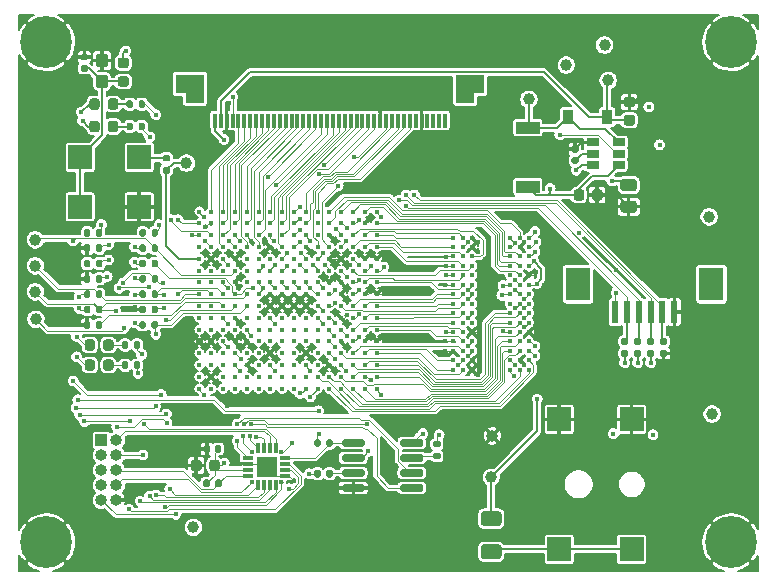
<source format=gtl>
%TF.GenerationSoftware,KiCad,Pcbnew,5.1.8-db9833491~88~ubuntu20.04.1*%
%TF.CreationDate,2021-01-24T20:19:36-05:00*%
%TF.ProjectId,julia_v2.1.1.0,6a756c69-615f-4763-922e-312e312e302e,rev?*%
%TF.SameCoordinates,Original*%
%TF.FileFunction,Copper,L1,Top*%
%TF.FilePolarity,Positive*%
%FSLAX46Y46*%
G04 Gerber Fmt 4.6, Leading zero omitted, Abs format (unit mm)*
G04 Created by KiCad (PCBNEW 5.1.8-db9833491~88~ubuntu20.04.1) date 2021-01-24 20:19:36*
%MOMM*%
%LPD*%
G01*
G04 APERTURE LIST*
%TA.AperFunction,ComponentPad*%
%ADD10C,4.400000*%
%TD*%
%TA.AperFunction,SMDPad,CuDef*%
%ADD11R,1.060000X0.650000*%
%TD*%
%TA.AperFunction,ComponentPad*%
%ADD12O,1.000000X1.000000*%
%TD*%
%TA.AperFunction,ComponentPad*%
%ADD13R,1.000000X1.000000*%
%TD*%
%TA.AperFunction,SMDPad,CuDef*%
%ADD14C,0.400000*%
%TD*%
%TA.AperFunction,SMDPad,CuDef*%
%ADD15C,0.406400*%
%TD*%
%TA.AperFunction,SMDPad,CuDef*%
%ADD16R,2.000000X2.000000*%
%TD*%
%TA.AperFunction,SMDPad,CuDef*%
%ADD17R,1.800000X1.800000*%
%TD*%
%TA.AperFunction,SMDPad,CuDef*%
%ADD18R,0.300000X0.900000*%
%TD*%
%TA.AperFunction,SMDPad,CuDef*%
%ADD19R,0.300000X0.300000*%
%TD*%
%TA.AperFunction,SMDPad,CuDef*%
%ADD20R,0.900000X0.300000*%
%TD*%
%TA.AperFunction,ComponentPad*%
%ADD21C,1.000000*%
%TD*%
%TA.AperFunction,SMDPad,CuDef*%
%ADD22R,2.000000X1.000000*%
%TD*%
%TA.AperFunction,SMDPad,CuDef*%
%ADD23R,2.100000X2.800000*%
%TD*%
%TA.AperFunction,SMDPad,CuDef*%
%ADD24R,0.600000X1.900000*%
%TD*%
%TA.AperFunction,SMDPad,CuDef*%
%ADD25R,2.400000X1.600000*%
%TD*%
%TA.AperFunction,SMDPad,CuDef*%
%ADD26R,1.600000X2.400000*%
%TD*%
%TA.AperFunction,SMDPad,CuDef*%
%ADD27R,0.300000X1.200000*%
%TD*%
%TA.AperFunction,SMDPad,CuDef*%
%ADD28R,0.900000X1.200000*%
%TD*%
%TA.AperFunction,ViaPad*%
%ADD29C,0.450000*%
%TD*%
%TA.AperFunction,Conductor*%
%ADD30C,0.101600*%
%TD*%
%TA.AperFunction,Conductor*%
%ADD31C,0.203200*%
%TD*%
%TA.AperFunction,Conductor*%
%ADD32C,0.127000*%
%TD*%
%TA.AperFunction,Conductor*%
%ADD33C,0.100000*%
%TD*%
G04 APERTURE END LIST*
D10*
%TO.P,H4,1*%
%TO.N,GND*%
X138620000Y-88060000D03*
%TD*%
%TO.P,H3,1*%
%TO.N,GND*%
X138620000Y-130400000D03*
%TD*%
%TO.P,H2,1*%
%TO.N,GND*%
X80630000Y-130400000D03*
%TD*%
%TO.P,H1,1*%
%TO.N,GND*%
X80630000Y-88060000D03*
%TD*%
D11*
%TO.P,U7,5*%
%TO.N,Net-(C44-Pad1)*%
X126900000Y-97500000D03*
%TO.P,U7,6*%
%TO.N,/JuliaLCD/LED-*%
X126900000Y-98450000D03*
%TO.P,U7,4*%
%TO.N,GND*%
X126900000Y-96550000D03*
%TO.P,U7,3*%
%TO.N,Net-(D5-Pad2)*%
X129100000Y-96550000D03*
%TO.P,U7,2*%
%TO.N,/JuliaFPGA/LIGHT*%
X129100000Y-97500000D03*
%TO.P,U7,1*%
%TO.N,+5V*%
X129100000Y-98450000D03*
%TD*%
D12*
%TO.P,J2,10*%
%TO.N,GND*%
X86570000Y-126840000D03*
%TO.P,J2,9*%
%TO.N,/JuliaFPGA/TDI*%
X85300000Y-126840000D03*
%TO.P,J2,8*%
%TO.N,/JuliaConfig/C2D*%
X86570000Y-125570000D03*
%TO.P,J2,7*%
%TO.N,/JuliaFPGA/TMS*%
X85300000Y-125570000D03*
%TO.P,J2,6*%
%TO.N,/JuliaConfig/C2CK*%
X86570000Y-124300000D03*
%TO.P,J2,5*%
%TO.N,/JuliaFPGA/TDO*%
X85300000Y-124300000D03*
%TO.P,J2,4*%
%TO.N,/JuliaConfig/UART0_RX*%
X86570000Y-123030000D03*
%TO.P,J2,3*%
%TO.N,/JuliaFPGA/TCK*%
X85300000Y-123030000D03*
%TO.P,J2,2*%
%TO.N,/JuliaConfig/UART0_TX*%
X86570000Y-121760000D03*
D13*
%TO.P,J2,1*%
%TO.N,+3V3*%
X85300000Y-121760000D03*
%TD*%
%TO.P,C44,2*%
%TO.N,GND*%
%TA.AperFunction,SMDPad,CuDef*%
G36*
G01*
X125570000Y-97400000D02*
X125230000Y-97400000D01*
G75*
G02*
X125090000Y-97260000I0J140000D01*
G01*
X125090000Y-96980000D01*
G75*
G02*
X125230000Y-96840000I140000J0D01*
G01*
X125570000Y-96840000D01*
G75*
G02*
X125710000Y-96980000I0J-140000D01*
G01*
X125710000Y-97260000D01*
G75*
G02*
X125570000Y-97400000I-140000J0D01*
G01*
G37*
%TD.AperFunction*%
%TO.P,C44,1*%
%TO.N,Net-(C44-Pad1)*%
%TA.AperFunction,SMDPad,CuDef*%
G36*
G01*
X125570000Y-98360000D02*
X125230000Y-98360000D01*
G75*
G02*
X125090000Y-98220000I0J140000D01*
G01*
X125090000Y-97940000D01*
G75*
G02*
X125230000Y-97800000I140000J0D01*
G01*
X125570000Y-97800000D01*
G75*
G02*
X125710000Y-97940000I0J-140000D01*
G01*
X125710000Y-98220000D01*
G75*
G02*
X125570000Y-98360000I-140000J0D01*
G01*
G37*
%TD.AperFunction*%
%TD*%
D14*
%TO.P,U1,H16*%
%TO.N,GND*%
X108600000Y-109400000D03*
%TO.P,U1,J16*%
%TO.N,/JuliaFPGA/A7*%
X108600000Y-110400000D03*
%TO.P,U1,K16*%
%TO.N,/JuliaSDRAM/CKE*%
X108600000Y-111400000D03*
%TO.P,U1,L16*%
%TO.N,/JuliaFPGA/DQ10*%
X108600000Y-112400000D03*
%TO.P,U1,M16*%
%TO.N,GND*%
X108600000Y-113400000D03*
%TO.P,U1,N16*%
%TO.N,/JuliaFPGA/DQ13*%
X108600000Y-114400000D03*
%TO.P,U1,P16*%
%TO.N,/JuliaSDRAM/CS_N*%
X108600000Y-115400000D03*
%TO.P,U1,R16*%
%TO.N,/JuliaFPGA/DQ7*%
X108600000Y-116400000D03*
%TO.P,U1,T16*%
%TO.N,+3V3*%
X108600000Y-117400000D03*
%TO.P,U1,N12*%
%TO.N,/JuliaFPGA/DQ14*%
X104600000Y-114400000D03*
%TO.P,U1,M12*%
%TO.N,/JuliaFPGA/DQ9*%
X104600000Y-113400000D03*
%TO.P,U1,L12*%
%TO.N,/JuliaFPGA/DQM0*%
X104600000Y-112400000D03*
%TO.P,U1,K12*%
%TO.N,/JuliaFPGA/A9*%
X104600000Y-111400000D03*
%TO.P,U1,K11*%
%TO.N,/JuliaFPGA/A11*%
X103600000Y-111400000D03*
%TO.P,U1,L11*%
%TO.N,N/C*%
X103600000Y-112400000D03*
%TO.P,U1,M11*%
X103600000Y-113400000D03*
%TO.P,U1,N11*%
X103600000Y-114400000D03*
%TO.P,U1,T15*%
%TO.N,/JuliaFPGA/DQ5*%
X107600000Y-117400000D03*
%TO.P,U1,R15*%
%TO.N,GND*%
X107600000Y-116400000D03*
%TO.P,U1,P15*%
%TO.N,/JuliaFPGA/BA0*%
X107600000Y-115400000D03*
%TO.P,U1,N15*%
%TO.N,/JuliaFPGA/DQ11*%
X107600000Y-114400000D03*
%TO.P,U1,M15*%
%TO.N,GND*%
X107600000Y-113400000D03*
%TO.P,U1,L15*%
%TO.N,/JuliaFPGA/DQ8*%
X107600000Y-112400000D03*
%TO.P,U1,K15*%
%TO.N,/JuliaSDRAM/CLK*%
X107600000Y-111400000D03*
%TO.P,U1,J15*%
%TO.N,/JuliaFPGA/A5*%
X107600000Y-110400000D03*
%TO.P,U1,H15*%
%TO.N,GND*%
X107600000Y-109400000D03*
%TO.P,U1,H14*%
%TO.N,/JuliaConfig/CONF_DONE*%
X106600000Y-109400000D03*
%TO.P,U1,J14*%
%TO.N,/JuliaFPGA/A4*%
X106600000Y-110400000D03*
%TO.P,U1,K14*%
%TO.N,+3V3*%
X106600000Y-111400000D03*
%TO.P,U1,L14*%
%TO.N,/JuliaFPGA/DQM1*%
X106600000Y-112400000D03*
%TO.P,U1,M14*%
%TO.N,+3V3*%
X106600000Y-113400000D03*
%TO.P,U1,N14*%
%TO.N,/JuliaFPGA/DQ12*%
X106600000Y-114400000D03*
%TO.P,U1,P14*%
%TO.N,/JuliaFPGA/CAS_N*%
X106600000Y-115400000D03*
%TO.P,U1,R14*%
%TO.N,/JuliaFPGA/SDRAM_WE_N*%
X106600000Y-116400000D03*
%TO.P,U1,T14*%
%TO.N,/JuliaFPGA/DQ1*%
X106600000Y-117400000D03*
%TO.P,U1,N10*%
%TO.N,GND*%
X102600000Y-114400000D03*
%TO.P,U1,M10*%
%TO.N,N/C*%
X102600000Y-113400000D03*
%TO.P,U1,L10*%
X102600000Y-112400000D03*
%TO.P,U1,K10*%
X102600000Y-111400000D03*
%TO.P,U1,K9*%
X101600000Y-111400000D03*
%TO.P,U1,L9*%
X101600000Y-112400000D03*
%TO.P,U1,M9*%
X101600000Y-113400000D03*
%TO.P,U1,N9*%
X101600000Y-114400000D03*
%TO.P,U1,T13*%
%TO.N,/JuliaFPGA/DQ0*%
X105600000Y-117400000D03*
%TO.P,U1,R13*%
%TO.N,/JuliaFPGA/DQ6*%
X105600000Y-116400000D03*
%TO.P,U1,P13*%
%TO.N,+3V3*%
X105600000Y-115400000D03*
%TO.P,U1,N13*%
%TO.N,/JuliaFPGA/DQ15*%
X105600000Y-114400000D03*
%TO.P,U1,M13*%
%TO.N,GND*%
X105600000Y-113400000D03*
%TO.P,U1,L13*%
%TO.N,/JuliaFPGA/RAS_N*%
X105600000Y-112400000D03*
%TO.P,U1,K13*%
%TO.N,GND*%
X105600000Y-111400000D03*
%TO.P,U1,J13*%
%TO.N,/JuliaFPGA/A8*%
X105600000Y-110400000D03*
%TO.P,U1,H13*%
%TO.N,GND*%
X105600000Y-109400000D03*
%TO.P,U1,J12*%
%TO.N,/JuliaFPGA/A1*%
X104600000Y-110400000D03*
%TO.P,U1,J11*%
%TO.N,/JuliaFPGA/BA1*%
X103600000Y-110400000D03*
%TO.P,U1,J10*%
%TO.N,GND*%
X102600000Y-110400000D03*
%TO.P,U1,H12*%
%TO.N,Net-(R18-Pad2)*%
X104600000Y-109400000D03*
%TO.P,U1,H11*%
%TO.N,+1V2*%
X103600000Y-109400000D03*
%TO.P,U1,H10*%
%TO.N,GND*%
X102600000Y-109400000D03*
%TO.P,U1,H9*%
X101600000Y-109400000D03*
%TO.P,U1,T12*%
%TO.N,/JuliaFPGA/DQ4*%
X104600000Y-117400000D03*
%TO.P,U1,R12*%
%TO.N,/JuliaFPGA/DQ3*%
X104600000Y-116400000D03*
%TO.P,U1,G9*%
%TO.N,+1V2*%
X101600000Y-108400000D03*
%TO.P,U1,G10*%
X102600000Y-108400000D03*
%TO.P,U1,G11*%
%TO.N,/JuliaFPGA/A6*%
X103600000Y-108400000D03*
%TO.P,U1,G12*%
%TO.N,GND*%
X104600000Y-108400000D03*
%TO.P,U1,J9*%
X101600000Y-110400000D03*
%TO.P,U1,F12*%
%TO.N,+2V5*%
X104600000Y-107400000D03*
%TO.P,U1,F11*%
%TO.N,/JuliaFPGA/A10*%
X103600000Y-107400000D03*
%TO.P,U1,F10*%
%TO.N,/JuliaFPGA/A0*%
X102600000Y-107400000D03*
%TO.P,U1,F9*%
%TO.N,N/C*%
X101600000Y-107400000D03*
%TO.P,U1,P12*%
%TO.N,GND*%
X104600000Y-115400000D03*
%TO.P,U1,E12*%
X104600000Y-106400000D03*
%TO.P,U1,E11*%
%TO.N,/JuliaFPGA/A2*%
X103600000Y-106400000D03*
%TO.P,U1,E10*%
%TO.N,/JuliaFPGA/DQM2*%
X102600000Y-106400000D03*
%TO.P,U1,E9*%
%TO.N,N/C*%
X101600000Y-106400000D03*
%TO.P,U1,N8*%
X100600000Y-114400000D03*
%TO.P,U1,T11*%
%TO.N,/JuliaConfig/UART1_RX*%
X103600000Y-117400000D03*
%TO.P,U1,T10*%
%TO.N,/JuliaConfig/UART1_TX*%
X102600000Y-117400000D03*
%TO.P,U1,T9*%
%TO.N,N/C*%
X101600000Y-117400000D03*
%TO.P,U1,T8*%
X100600000Y-117400000D03*
%TO.P,U1,T7*%
X99600000Y-117400000D03*
%TO.P,U1,R11*%
%TO.N,/JuliaFPGA/DQ2*%
X103600000Y-116400000D03*
%TO.P,U1,R10*%
%TO.N,N/C*%
X102600000Y-116400000D03*
%TO.P,U1,R9*%
X101600000Y-116400000D03*
%TO.P,U1,R8*%
X100600000Y-116400000D03*
%TO.P,U1,R7*%
X99600000Y-116400000D03*
%TO.P,U1,P7*%
%TO.N,+3V3*%
X99600000Y-115400000D03*
%TO.P,U1,P8*%
%TO.N,N/C*%
X100600000Y-115400000D03*
%TO.P,U1,P9*%
X101600000Y-115400000D03*
%TO.P,U1,P10*%
%TO.N,+3V3*%
X102600000Y-115400000D03*
%TO.P,U1,P11*%
%TO.N,N/C*%
X103600000Y-115400000D03*
%TO.P,U1,N7*%
%TO.N,GND*%
X99600000Y-114400000D03*
%TO.P,U1,N6*%
%TO.N,N/C*%
X98600000Y-114400000D03*
%TO.P,U1,N5*%
X97600000Y-114400000D03*
%TO.P,U1,M8*%
X100600000Y-113400000D03*
%TO.P,U1,T6*%
X98600000Y-117400000D03*
%TO.P,U1,T5*%
X97600000Y-117400000D03*
%TO.P,U1,R6*%
X98600000Y-116400000D03*
%TO.P,U1,R5*%
X97600000Y-116400000D03*
%TO.P,U1,P6*%
X98600000Y-115400000D03*
%TO.P,U1,P5*%
%TO.N,GND*%
X97600000Y-115400000D03*
%TO.P,U1,M7*%
%TO.N,N/C*%
X99600000Y-113400000D03*
%TO.P,U1,M6*%
X98600000Y-113400000D03*
%TO.P,U1,M5*%
%TO.N,GND*%
X97600000Y-113400000D03*
%TO.P,U1,L8*%
%TO.N,N/C*%
X100600000Y-112400000D03*
%TO.P,U1,L7*%
X99600000Y-112400000D03*
%TO.P,U1,L6*%
X98600000Y-112400000D03*
%TO.P,U1,L5*%
%TO.N,+2V5*%
X97600000Y-112400000D03*
%TO.P,U1,K8*%
%TO.N,N/C*%
X100600000Y-111400000D03*
%TO.P,U1,K7*%
%TO.N,+1V2*%
X99600000Y-111400000D03*
%TO.P,U1,K6*%
%TO.N,N/C*%
X98600000Y-111400000D03*
%TO.P,U1,K5*%
X97600000Y-111400000D03*
%TO.P,U1,J8*%
%TO.N,GND*%
X100600000Y-110400000D03*
%TO.P,U1,J7*%
X99600000Y-110400000D03*
%TO.P,U1,J6*%
%TO.N,N/C*%
X98600000Y-110400000D03*
%TO.P,U1,J5*%
%TO.N,/JuliaFPGA/TMS*%
X97600000Y-110400000D03*
%TO.P,U1,H8*%
%TO.N,GND*%
X100600000Y-109400000D03*
%TO.P,U1,H7*%
X99600000Y-109400000D03*
%TO.P,U1,H6*%
%TO.N,+1V2*%
X98600000Y-109400000D03*
%TO.P,U1,H5*%
%TO.N,/JuliaConfig/nCONFIG*%
X97600000Y-109400000D03*
%TO.P,U1,G8*%
%TO.N,+1V2*%
X100600000Y-108400000D03*
%TO.P,U1,G7*%
X99600000Y-108400000D03*
%TO.P,U1,G6*%
X98600000Y-108400000D03*
%TO.P,U1,G5*%
%TO.N,N/C*%
X97600000Y-108400000D03*
%TO.P,U1,F8*%
%TO.N,/JuliaFPGA/RGB23*%
X100600000Y-107400000D03*
%TO.P,U1,F7*%
%TO.N,/JuliaFPGA/RGB15*%
X99600000Y-107400000D03*
%TO.P,U1,F6*%
%TO.N,/JuliaFPGA/RGB13*%
X98600000Y-107400000D03*
%TO.P,U1,F5*%
%TO.N,N/C*%
X97600000Y-107400000D03*
%TO.P,U1,E5*%
X97600000Y-106400000D03*
%TO.P,U1,E6*%
X98600000Y-106400000D03*
%TO.P,U1,E7*%
X99600000Y-106400000D03*
%TO.P,U1,E8*%
%TO.N,/JuliaFPGA/RGB21*%
X100600000Y-106400000D03*
%TO.P,U1,T4*%
%TO.N,N/C*%
X96600000Y-117400000D03*
%TO.P,U1,T3*%
X95600000Y-117400000D03*
%TO.P,U1,T2*%
X94600000Y-117400000D03*
%TO.P,U1,T1*%
%TO.N,+3V3*%
X93600000Y-117400000D03*
%TO.P,U1,R1*%
%TO.N,N/C*%
X93600000Y-116400000D03*
%TO.P,U1,P1*%
X93600000Y-115400000D03*
%TO.P,U1,N1*%
X93600000Y-114400000D03*
%TO.P,U1,R2*%
%TO.N,GND*%
X94600000Y-116400000D03*
%TO.P,U1,P2*%
%TO.N,N/C*%
X94600000Y-115400000D03*
%TO.P,U1,N2*%
X94600000Y-114400000D03*
%TO.P,U1,N3*%
X95600000Y-114400000D03*
%TO.P,U1,P3*%
X95600000Y-115400000D03*
%TO.P,U1,R3*%
X95600000Y-116400000D03*
%TO.P,U1,R4*%
X96600000Y-116400000D03*
%TO.P,U1,P4*%
%TO.N,+3V3*%
X96600000Y-115400000D03*
%TO.P,U1,N4*%
%TO.N,+1V2*%
X96600000Y-114400000D03*
%TO.P,U1,M4*%
%TO.N,GND*%
X96600000Y-113400000D03*
%TO.P,U1,M3*%
%TO.N,+3V3*%
X95600000Y-113400000D03*
%TO.P,U1,M2*%
%TO.N,GND*%
X94600000Y-113400000D03*
%TO.P,U1,M1*%
X93600000Y-113400000D03*
%TO.P,U1,L1*%
%TO.N,N/C*%
X93600000Y-112400000D03*
%TO.P,U1,L2*%
X94600000Y-112400000D03*
%TO.P,U1,L3*%
X95600000Y-112400000D03*
%TO.P,U1,L4*%
X96600000Y-112400000D03*
%TO.P,U1,K4*%
%TO.N,GND*%
X96600000Y-111400000D03*
%TO.P,U1,K3*%
%TO.N,+3V3*%
X95600000Y-111400000D03*
%TO.P,U1,K2*%
%TO.N,N/C*%
X94600000Y-111400000D03*
%TO.P,U1,K1*%
X93600000Y-111400000D03*
%TO.P,U1,J2*%
X94600000Y-110400000D03*
%TO.P,U1,J3*%
%TO.N,Net-(R23-Pad1)*%
X95600000Y-110400000D03*
%TO.P,U1,J4*%
%TO.N,/JuliaFPGA/TDO*%
X96600000Y-110400000D03*
%TO.P,U1,H4*%
%TO.N,/JuliaFPGA/TDI*%
X96600000Y-109400000D03*
%TO.P,U1,H3*%
%TO.N,Net-(R26-Pad1)*%
X95600000Y-109400000D03*
%TO.P,U1,H2*%
%TO.N,/JuliaConfig/DATA0*%
X94600000Y-109400000D03*
%TO.P,U1,G2*%
%TO.N,N/C*%
X94600000Y-108400000D03*
%TO.P,U1,G3*%
%TO.N,+3V3*%
X95600000Y-108400000D03*
%TO.P,U1,G4*%
%TO.N,GND*%
X96600000Y-108400000D03*
%TO.P,U1,F4*%
%TO.N,/JuliaConfig/nSTATUS*%
X96600000Y-107400000D03*
%TO.P,U1,F3*%
%TO.N,N/C*%
X95600000Y-107400000D03*
%TO.P,U1,F2*%
X94600000Y-107400000D03*
%TO.P,U1,E16*%
%TO.N,GND*%
X108600000Y-106400000D03*
%TO.P,U1,F16*%
%TO.N,Net-(R24-Pad1)*%
X108600000Y-107400000D03*
%TO.P,U1,G16*%
%TO.N,/JuliaFPGA/DQM3*%
X108600000Y-108400000D03*
%TO.P,U1,G15*%
%TO.N,/JuliaFPGA/DQ31*%
X107600000Y-108400000D03*
%TO.P,U1,F15*%
%TO.N,Net-(R25-Pad1)*%
X107600000Y-107400000D03*
%TO.P,U1,E15*%
%TO.N,GND*%
X107600000Y-106400000D03*
%TO.P,U1,E14*%
%TO.N,+3V3*%
X106600000Y-106400000D03*
%TO.P,U1,F14*%
%TO.N,/JuliaFPGA/DQ30*%
X106600000Y-107400000D03*
%TO.P,U1,G14*%
%TO.N,+3V3*%
X106600000Y-108400000D03*
%TO.P,U1,G13*%
%TO.N,GND*%
X105600000Y-108400000D03*
%TO.P,U1,F13*%
%TO.N,/JuliaFPGA/A3*%
X105600000Y-107400000D03*
%TO.P,U1,E13*%
%TO.N,GND*%
X105600000Y-106400000D03*
%TO.P,U1,C16*%
%TO.N,/JuliaFPGA/DQ26*%
X108600000Y-104400000D03*
%TO.P,U1,D16*%
%TO.N,/JuliaFPGA/DQ29*%
X108600000Y-105400000D03*
%TO.P,U1,D15*%
%TO.N,/JuliaFPGA/DQ27*%
X107600000Y-105400000D03*
%TO.P,U1,C15*%
%TO.N,/JuliaFPGA/DQ24*%
X107600000Y-104400000D03*
%TO.P,U1,D13*%
%TO.N,+1V2*%
X105600000Y-105400000D03*
%TO.P,U1,D14*%
%TO.N,/JuliaFPGA/DQ28*%
X106600000Y-105400000D03*
%TO.P,U1,C14*%
%TO.N,/JuliaFPGA/DQ25*%
X106600000Y-104400000D03*
%TO.P,U1,C13*%
%TO.N,+3V3*%
X105600000Y-104400000D03*
%TO.P,U1,C12*%
%TO.N,GND*%
X104600000Y-104400000D03*
%TO.P,U1,D12*%
%TO.N,/JuliaFPGA/LCDCLK*%
X104600000Y-105400000D03*
%TO.P,U1,D11*%
%TO.N,/JuliaFPGA/VSD*%
X103600000Y-105400000D03*
%TO.P,U1,C11*%
%TO.N,N/C*%
X103600000Y-104400000D03*
%TO.P,U1,D10*%
%TO.N,GND*%
X102600000Y-105400000D03*
%TO.P,U1,C10*%
%TO.N,+3V3*%
X102600000Y-104400000D03*
%TO.P,U1,E4*%
%TO.N,GND*%
X96600000Y-106400000D03*
%TO.P,U1,E3*%
%TO.N,+3V3*%
X95600000Y-106400000D03*
%TO.P,U1,E2*%
%TO.N,GND*%
X94600000Y-106400000D03*
%TO.P,U1,D9*%
%TO.N,/JuliaFPGA/SCL*%
X101600000Y-105400000D03*
%TO.P,U1,D8*%
%TO.N,/JuliaFPGA/RGB18*%
X100600000Y-105400000D03*
%TO.P,U1,D7*%
%TO.N,GND*%
X99600000Y-105400000D03*
%TO.P,U1,D6*%
%TO.N,/JuliaFPGA/RGB10*%
X98600000Y-105400000D03*
%TO.P,U1,D5*%
%TO.N,/JuliaFPGA/RGB7*%
X97600000Y-105400000D03*
%TO.P,U1,D4*%
%TO.N,/JuliaFPGA/LIGHT*%
X96600000Y-105400000D03*
%TO.P,U1,D3*%
%TO.N,/JuliaFPGA/RGB1*%
X95600000Y-105400000D03*
%TO.P,U1,D2*%
%TO.N,Net-(R21-Pad2)*%
X94600000Y-105400000D03*
%TO.P,U1,C9*%
%TO.N,/JuliaFPGA/SDA*%
X101600000Y-104400000D03*
%TO.P,U1,C8*%
%TO.N,/JuliaFPGA/RGB22*%
X100600000Y-104400000D03*
%TO.P,U1,C7*%
%TO.N,+3V3*%
X99600000Y-104400000D03*
%TO.P,U1,C6*%
%TO.N,/JuliaFPGA/RGB14*%
X98600000Y-104400000D03*
%TO.P,U1,C5*%
%TO.N,GND*%
X97600000Y-104400000D03*
%TO.P,U1,C4*%
%TO.N,+3V3*%
X96600000Y-104400000D03*
%TO.P,U1,C3*%
%TO.N,/JuliaFPGA/RGB4*%
X95600000Y-104400000D03*
%TO.P,U1,C2*%
%TO.N,/JuliaFPGA/FPGA_LED2*%
X94600000Y-104400000D03*
%TO.P,U1,B4*%
%TO.N,/JuliaFPGA/RGB6*%
X96600000Y-103400000D03*
%TO.P,U1,B3*%
%TO.N,/JuliaFPGA/RGB3*%
X95600000Y-103400000D03*
%TO.P,U1,B2*%
%TO.N,GND*%
X94600000Y-103400000D03*
%TO.P,U1,B5*%
%TO.N,/JuliaFPGA/RGB9*%
X97600000Y-103400000D03*
%TO.P,U1,B6*%
%TO.N,/JuliaFPGA/RGB12*%
X98600000Y-103400000D03*
%TO.P,U1,B7*%
%TO.N,/JuliaFPGA/RGB17*%
X99600000Y-103400000D03*
%TO.P,U1,B8*%
%TO.N,/JuliaFPGA/RGB20*%
X100600000Y-103400000D03*
%TO.P,U1,B9*%
%TO.N,/JuliaFPGA/TOUCH_INTN*%
X101600000Y-103400000D03*
%TO.P,U1,B10*%
%TO.N,/JuliaFPGA/HSD*%
X102600000Y-103400000D03*
%TO.P,U1,B11*%
%TO.N,N/C*%
X103600000Y-103400000D03*
%TO.P,U1,B12*%
%TO.N,/JuliaFPGA/DQ20*%
X104600000Y-103400000D03*
%TO.P,U1,B13*%
%TO.N,/JuliaFPGA/DQ19*%
X105600000Y-103400000D03*
%TO.P,U1,B14*%
%TO.N,/JuliaFPGA/DQ21*%
X106600000Y-103400000D03*
%TO.P,U1,B15*%
%TO.N,GND*%
X107600000Y-103400000D03*
%TO.P,U1,B16*%
%TO.N,/JuliaFPGA/DQ16*%
X108600000Y-103400000D03*
%TO.P,U1,J1*%
%TO.N,N/C*%
X93600000Y-110400000D03*
%TO.P,U1,H1*%
%TO.N,Net-(R16-Pad1)*%
X93600000Y-109400000D03*
%TO.P,U1,G1*%
%TO.N,N/C*%
X93600000Y-108400000D03*
%TO.P,U1,F1*%
X93600000Y-107400000D03*
%TO.P,U1,E1*%
%TO.N,/JuliaFPGA/GCLK*%
X93600000Y-106400000D03*
%TO.P,U1,D1*%
%TO.N,N/C*%
X93600000Y-105400000D03*
%TO.P,U1,C1*%
%TO.N,Net-(R20-Pad2)*%
X93600000Y-104400000D03*
%TO.P,U1,B1*%
%TO.N,/JuliaFPGA/FPGA_LED1*%
X93600000Y-103400000D03*
%TO.P,U1,A16*%
%TO.N,+3V3*%
X108600000Y-102400000D03*
%TO.P,U1,A15*%
%TO.N,/JuliaFPGA/DQ17*%
X107600000Y-102400000D03*
%TO.P,U1,A14*%
%TO.N,/JuliaFPGA/DQ18*%
X106600000Y-102400000D03*
%TO.P,U1,A13*%
%TO.N,/JuliaFPGA/DQ22*%
X105600000Y-102400000D03*
%TO.P,U1,A12*%
%TO.N,/JuliaFPGA/DQ23*%
X104600000Y-102400000D03*
%TO.P,U1,A11*%
%TO.N,/JuliaFPGA/DEN*%
X103600000Y-102400000D03*
%TO.P,U1,A10*%
%TO.N,/JuliaFPGA/STBYB*%
X102600000Y-102400000D03*
%TO.P,U1,A9*%
%TO.N,/JuliaFPGA/TOUCH_RSTN*%
X101600000Y-102400000D03*
%TO.P,U1,A8*%
%TO.N,/JuliaFPGA/RGB19*%
X100600000Y-102400000D03*
%TO.P,U1,A7*%
%TO.N,/JuliaFPGA/RGB16*%
X99600000Y-102400000D03*
%TO.P,U1,A6*%
%TO.N,/JuliaFPGA/RGB11*%
X98600000Y-102400000D03*
%TO.P,U1,A5*%
%TO.N,/JuliaFPGA/RGB8*%
X97600000Y-102400000D03*
%TO.P,U1,A4*%
%TO.N,/JuliaFPGA/RGB5*%
X96600000Y-102400000D03*
%TO.P,U1,A3*%
%TO.N,/JuliaFPGA/RGB2*%
X95600000Y-102400000D03*
%TO.P,U1,A2*%
%TO.N,/JuliaFPGA/RGB0*%
X94600000Y-102400000D03*
%TO.P,U1,A1*%
%TO.N,+3V3*%
X93600000Y-102400000D03*
%TD*%
D15*
%TO.P,U8,R9*%
%TO.N,/JuliaFPGA/DQ2*%
X121500000Y-115799999D03*
%TO.P,U8,R8*%
%TO.N,/JuliaFPGA/DQ0*%
X120700000Y-115799999D03*
%TO.P,U8,R7*%
%TO.N,+3V3*%
X119900000Y-115799999D03*
%TO.P,U8,R3*%
%TO.N,GND*%
X116700000Y-115799999D03*
%TO.P,U8,R2*%
%TO.N,/JuliaFPGA/DQ15*%
X115900000Y-115799999D03*
%TO.P,U8,R1*%
%TO.N,/JuliaFPGA/DQ13*%
X115100000Y-115799999D03*
%TO.P,U8,P9*%
%TO.N,/JuliaFPGA/DQ4*%
X121500000Y-114999999D03*
%TO.P,U8,P8*%
%TO.N,GND*%
X120700000Y-114999999D03*
%TO.P,U8,P7*%
%TO.N,+3V3*%
X119900000Y-114999999D03*
%TO.P,U8,P3*%
%TO.N,GND*%
X116700000Y-114999999D03*
%TO.P,U8,P2*%
%TO.N,+3V3*%
X115900000Y-114999999D03*
%TO.P,U8,P1*%
%TO.N,/JuliaFPGA/DQ11*%
X115100000Y-114999999D03*
%TO.P,U8,N9*%
%TO.N,+3V3*%
X121500000Y-114200000D03*
%TO.P,U8,N8*%
%TO.N,/JuliaFPGA/DQ3*%
X120700000Y-114200000D03*
%TO.P,U8,N7*%
%TO.N,/JuliaFPGA/DQ1*%
X119900000Y-114200000D03*
%TO.P,U8,N3*%
%TO.N,/JuliaFPGA/DQ14*%
X116700000Y-114200000D03*
%TO.P,U8,N2*%
%TO.N,/JuliaFPGA/DQ12*%
X115900000Y-114200000D03*
%TO.P,U8,N1*%
%TO.N,GND*%
X115100000Y-114200000D03*
%TO.P,U8,M9*%
%TO.N,+3V3*%
X121500000Y-113400000D03*
%TO.P,U8,M8*%
%TO.N,/JuliaFPGA/DQ5*%
X120700000Y-113400000D03*
%TO.P,U8,M7*%
%TO.N,/JuliaFPGA/DQ6*%
X119900000Y-113400000D03*
%TO.P,U8,M3*%
%TO.N,/JuliaFPGA/DQ9*%
X116700000Y-113400000D03*
%TO.P,U8,M2*%
%TO.N,/JuliaFPGA/DQ10*%
X115900000Y-113400000D03*
%TO.P,U8,M1*%
%TO.N,GND*%
X115100000Y-113400000D03*
%TO.P,U8,L9*%
X121500000Y-112600000D03*
%TO.P,U8,L8*%
%TO.N,/JuliaFPGA/DQ7*%
X120700000Y-112600000D03*
%TO.P,U8,L7*%
%TO.N,+3V3*%
X119900000Y-112600000D03*
%TO.P,U8,L3*%
%TO.N,GND*%
X116700000Y-112600000D03*
%TO.P,U8,L2*%
%TO.N,/JuliaFPGA/DQ8*%
X115900000Y-112600000D03*
%TO.P,U8,L1*%
%TO.N,+3V3*%
X115100000Y-112600000D03*
%TO.P,U8,K9*%
%TO.N,/JuliaFPGA/DQM0*%
X121500000Y-111800000D03*
%TO.P,U8,K8*%
%TO.N,/JuliaFPGA/SDRAM_WE_N*%
X120700000Y-111800000D03*
%TO.P,U8,K7*%
%TO.N,/JuliaFPGA/CAS_N*%
X119900000Y-111800000D03*
%TO.P,U8,K3*%
%TO.N,N/C*%
X116700000Y-111800000D03*
%TO.P,U8,K2*%
X115900000Y-111800000D03*
%TO.P,U8,K1*%
%TO.N,/JuliaFPGA/DQM1*%
X115100000Y-111800000D03*
%TO.P,U8,J9*%
%TO.N,/JuliaFPGA/RAS_N*%
X121500000Y-111000000D03*
%TO.P,U8,J8*%
%TO.N,/JuliaSDRAM/CS_N*%
X120700000Y-111000000D03*
%TO.P,U8,J7*%
%TO.N,/JuliaFPGA/BA0*%
X119900000Y-111000000D03*
%TO.P,U8,J3*%
%TO.N,/JuliaFPGA/A9*%
X116700000Y-111000000D03*
%TO.P,U8,J2*%
%TO.N,/JuliaSDRAM/CKE*%
X115900000Y-111000000D03*
%TO.P,U8,J1*%
%TO.N,/JuliaSDRAM/CLK*%
X115100000Y-111000000D03*
%TO.P,U8,H9*%
%TO.N,/JuliaFPGA/A11*%
X121500000Y-110200000D03*
%TO.P,U8,H8*%
%TO.N,/JuliaFPGA/BA1*%
X120700000Y-110200000D03*
%TO.P,U8,H7*%
%TO.N,N/C*%
X119900000Y-110200000D03*
%TO.P,U8,H3*%
X116700000Y-110200000D03*
%TO.P,U8,H2*%
%TO.N,/JuliaFPGA/A8*%
X115900000Y-110200000D03*
%TO.P,U8,H1*%
%TO.N,/JuliaFPGA/A7*%
X115100000Y-110200000D03*
%TO.P,U8,G9*%
%TO.N,/JuliaFPGA/A1*%
X121500000Y-109400000D03*
%TO.P,U8,G8*%
%TO.N,/JuliaFPGA/A0*%
X120700000Y-109400000D03*
%TO.P,U8,G7*%
%TO.N,/JuliaFPGA/A10*%
X119900000Y-109400000D03*
%TO.P,U8,G3*%
%TO.N,/JuliaFPGA/A6*%
X116700000Y-109400000D03*
%TO.P,U8,G2*%
%TO.N,/JuliaFPGA/A5*%
X115900000Y-109400000D03*
%TO.P,U8,G1*%
%TO.N,/JuliaFPGA/A4*%
X115100000Y-109400000D03*
%TO.P,U8,F9*%
%TO.N,+3V3*%
X121500000Y-108600000D03*
%TO.P,U8,F8*%
%TO.N,/JuliaFPGA/DQM2*%
X120700000Y-108600000D03*
%TO.P,U8,F7*%
%TO.N,/JuliaFPGA/A2*%
X119900000Y-108600000D03*
%TO.P,U8,F3*%
%TO.N,/JuliaFPGA/A3*%
X116700000Y-108600000D03*
%TO.P,U8,F2*%
%TO.N,/JuliaFPGA/DQM3*%
X115900000Y-108600000D03*
%TO.P,U8,F1*%
%TO.N,GND*%
X115100000Y-108600000D03*
%TO.P,U8,E9*%
X121500000Y-107800000D03*
%TO.P,U8,E8*%
%TO.N,/JuliaFPGA/DQ16*%
X120700000Y-107800000D03*
%TO.P,U8,E7*%
%TO.N,N/C*%
X119900000Y-107800000D03*
%TO.P,U8,E3*%
X116700000Y-107800000D03*
%TO.P,U8,E2*%
%TO.N,/JuliaFPGA/DQ31*%
X115900000Y-107800000D03*
%TO.P,U8,E1*%
%TO.N,+3V3*%
X115100000Y-107800000D03*
%TO.P,U8,D9*%
X121500000Y-107000000D03*
%TO.P,U8,D8*%
%TO.N,/JuliaFPGA/DQ18*%
X120700000Y-107000000D03*
%TO.P,U8,D7*%
%TO.N,/JuliaFPGA/DQ17*%
X119900000Y-107000000D03*
%TO.P,U8,D3*%
%TO.N,/JuliaFPGA/DQ30*%
X116700000Y-107000000D03*
%TO.P,U8,D2*%
%TO.N,/JuliaFPGA/DQ29*%
X115900000Y-107000000D03*
%TO.P,U8,D1*%
%TO.N,GND*%
X115100000Y-107000000D03*
%TO.P,U8,C9*%
%TO.N,+3V3*%
X121500000Y-106200000D03*
%TO.P,U8,C8*%
%TO.N,/JuliaFPGA/DQ20*%
X120700000Y-106200000D03*
%TO.P,U8,C7*%
%TO.N,/JuliaFPGA/DQ22*%
X119900000Y-106200000D03*
%TO.P,U8,C3*%
%TO.N,/JuliaFPGA/DQ25*%
X116700000Y-106200000D03*
%TO.P,U8,C2*%
%TO.N,/JuliaFPGA/DQ27*%
X115900000Y-106200000D03*
%TO.P,U8,C1*%
%TO.N,GND*%
X115100000Y-106200000D03*
%TO.P,U8,B9*%
%TO.N,/JuliaFPGA/DQ19*%
X121500000Y-105400001D03*
%TO.P,U8,B8*%
%TO.N,GND*%
X120700000Y-105400001D03*
%TO.P,U8,B7*%
%TO.N,+3V3*%
X119900000Y-105400001D03*
%TO.P,U8,B3*%
%TO.N,GND*%
X116700000Y-105400001D03*
%TO.P,U8,B2*%
%TO.N,+3V3*%
X115900000Y-105400001D03*
%TO.P,U8,B1*%
%TO.N,/JuliaFPGA/DQ28*%
X115100000Y-105400001D03*
%TO.P,U8,A9*%
%TO.N,/JuliaFPGA/DQ21*%
X121500000Y-104600001D03*
%TO.P,U8,A8*%
%TO.N,/JuliaFPGA/DQ23*%
X120700000Y-104600001D03*
%TO.P,U8,A7*%
%TO.N,+3V3*%
X119900000Y-104600001D03*
%TO.P,U8,A3*%
%TO.N,GND*%
X116700000Y-104600001D03*
%TO.P,U8,A2*%
%TO.N,/JuliaFPGA/DQ24*%
X115900000Y-104600001D03*
%TO.P,U8,A1*%
%TO.N,/JuliaFPGA/DQ26*%
X115100000Y-104600001D03*
%TD*%
D16*
%TO.P,X1,4*%
%TO.N,Net-(C46-Pad1)*%
X83500000Y-97800000D03*
%TO.P,X1,3*%
%TO.N,Net-(R15-Pad2)*%
X88500000Y-97800000D03*
%TO.P,X1,2*%
%TO.N,GND*%
X88500000Y-102000000D03*
%TO.P,X1,1*%
%TO.N,Net-(C46-Pad1)*%
X83500000Y-102000000D03*
%TD*%
D17*
%TO.P,U6,21*%
%TO.N,GND*%
X99290000Y-124010000D03*
D18*
%TO.P,U6,20*%
%TO.N,/JuliaConfig/SPI_MOSI*%
X98540000Y-122460000D03*
%TO.P,U6,19*%
%TO.N,/JuliaConfig/UART1_TX*%
X99040000Y-122460000D03*
%TO.P,U6,18*%
%TO.N,/JuliaConfig/UART0_TX*%
X99540000Y-122460000D03*
%TO.P,U6,17*%
%TO.N,/JuliaConfig/UART0_RX*%
X100040000Y-122460000D03*
D19*
%TO.P,U6,16*%
%TO.N,/JuliaConfig/UART1_RX*%
X100540000Y-122760000D03*
D20*
%TO.P,U6,15*%
%TO.N,/JuliaConfig/SPI_CS_N*%
X100840000Y-123260000D03*
%TO.P,U6,14*%
%TO.N,/JuliaConfig/CONF_DONE*%
X100840000Y-123760000D03*
%TO.P,U6,13*%
%TO.N,/JuliaConfig/nSTATUS*%
X100840000Y-124260000D03*
%TO.P,U6,12*%
%TO.N,GND*%
X100840000Y-124760000D03*
D19*
%TO.P,U6,11*%
%TO.N,/JuliaConfig/nCONFIG*%
X100540000Y-125260000D03*
D18*
%TO.P,U6,10*%
%TO.N,/JuliaConfig/MCU_LED1*%
X100040000Y-125560000D03*
%TO.P,U6,9*%
%TO.N,/JuliaConfig/MCU_LED2*%
X99540000Y-125560000D03*
%TO.P,U6,8*%
%TO.N,/JuliaConfig/DCLK*%
X99040000Y-125560000D03*
%TO.P,U6,7*%
%TO.N,/JuliaConfig/DATA0*%
X98540000Y-125560000D03*
D19*
%TO.P,U6,6*%
%TO.N,/JuliaConfig/C2D*%
X98040000Y-125260000D03*
D20*
%TO.P,U6,5*%
%TO.N,/JuliaConfig/C2CK*%
X97740000Y-124760000D03*
%TO.P,U6,4*%
%TO.N,+3V3*%
X97740000Y-124260000D03*
%TO.P,U6,3*%
%TO.N,GND*%
X97740000Y-123760000D03*
%TO.P,U6,2*%
%TO.N,/JuliaConfig/SPI_SCK*%
X97740000Y-123260000D03*
D19*
%TO.P,U6,1*%
%TO.N,/JuliaConfig/SPI_MISO*%
X98040000Y-122760000D03*
%TD*%
%TO.P,U5,8*%
%TO.N,+3V3*%
%TA.AperFunction,SMDPad,CuDef*%
G36*
G01*
X110600000Y-122145000D02*
X110600000Y-121845000D01*
G75*
G02*
X110750000Y-121695000I150000J0D01*
G01*
X112400000Y-121695000D01*
G75*
G02*
X112550000Y-121845000I0J-150000D01*
G01*
X112550000Y-122145000D01*
G75*
G02*
X112400000Y-122295000I-150000J0D01*
G01*
X110750000Y-122295000D01*
G75*
G02*
X110600000Y-122145000I0J150000D01*
G01*
G37*
%TD.AperFunction*%
%TO.P,U5,7*%
%TO.N,/JuliaConfig/HOLD_N*%
%TA.AperFunction,SMDPad,CuDef*%
G36*
G01*
X110600000Y-123415000D02*
X110600000Y-123115000D01*
G75*
G02*
X110750000Y-122965000I150000J0D01*
G01*
X112400000Y-122965000D01*
G75*
G02*
X112550000Y-123115000I0J-150000D01*
G01*
X112550000Y-123415000D01*
G75*
G02*
X112400000Y-123565000I-150000J0D01*
G01*
X110750000Y-123565000D01*
G75*
G02*
X110600000Y-123415000I0J150000D01*
G01*
G37*
%TD.AperFunction*%
%TO.P,U5,6*%
%TO.N,/JuliaConfig/SPI_SCK*%
%TA.AperFunction,SMDPad,CuDef*%
G36*
G01*
X110600000Y-124685000D02*
X110600000Y-124385000D01*
G75*
G02*
X110750000Y-124235000I150000J0D01*
G01*
X112400000Y-124235000D01*
G75*
G02*
X112550000Y-124385000I0J-150000D01*
G01*
X112550000Y-124685000D01*
G75*
G02*
X112400000Y-124835000I-150000J0D01*
G01*
X110750000Y-124835000D01*
G75*
G02*
X110600000Y-124685000I0J150000D01*
G01*
G37*
%TD.AperFunction*%
%TO.P,U5,5*%
%TO.N,/JuliaConfig/SPI_MOSI*%
%TA.AperFunction,SMDPad,CuDef*%
G36*
G01*
X110600000Y-125955000D02*
X110600000Y-125655000D01*
G75*
G02*
X110750000Y-125505000I150000J0D01*
G01*
X112400000Y-125505000D01*
G75*
G02*
X112550000Y-125655000I0J-150000D01*
G01*
X112550000Y-125955000D01*
G75*
G02*
X112400000Y-126105000I-150000J0D01*
G01*
X110750000Y-126105000D01*
G75*
G02*
X110600000Y-125955000I0J150000D01*
G01*
G37*
%TD.AperFunction*%
%TO.P,U5,4*%
%TO.N,GND*%
%TA.AperFunction,SMDPad,CuDef*%
G36*
G01*
X105650000Y-125955000D02*
X105650000Y-125655000D01*
G75*
G02*
X105800000Y-125505000I150000J0D01*
G01*
X107450000Y-125505000D01*
G75*
G02*
X107600000Y-125655000I0J-150000D01*
G01*
X107600000Y-125955000D01*
G75*
G02*
X107450000Y-126105000I-150000J0D01*
G01*
X105800000Y-126105000D01*
G75*
G02*
X105650000Y-125955000I0J150000D01*
G01*
G37*
%TD.AperFunction*%
%TO.P,U5,3*%
%TO.N,/JuliaConfig/WP_N*%
%TA.AperFunction,SMDPad,CuDef*%
G36*
G01*
X105650000Y-124685000D02*
X105650000Y-124385000D01*
G75*
G02*
X105800000Y-124235000I150000J0D01*
G01*
X107450000Y-124235000D01*
G75*
G02*
X107600000Y-124385000I0J-150000D01*
G01*
X107600000Y-124685000D01*
G75*
G02*
X107450000Y-124835000I-150000J0D01*
G01*
X105800000Y-124835000D01*
G75*
G02*
X105650000Y-124685000I0J150000D01*
G01*
G37*
%TD.AperFunction*%
%TO.P,U5,2*%
%TO.N,/JuliaConfig/SPI_MISO*%
%TA.AperFunction,SMDPad,CuDef*%
G36*
G01*
X105650000Y-123415000D02*
X105650000Y-123115000D01*
G75*
G02*
X105800000Y-122965000I150000J0D01*
G01*
X107450000Y-122965000D01*
G75*
G02*
X107600000Y-123115000I0J-150000D01*
G01*
X107600000Y-123415000D01*
G75*
G02*
X107450000Y-123565000I-150000J0D01*
G01*
X105800000Y-123565000D01*
G75*
G02*
X105650000Y-123415000I0J150000D01*
G01*
G37*
%TD.AperFunction*%
%TO.P,U5,1*%
%TO.N,/JuliaConfig/SPI_CS_N*%
%TA.AperFunction,SMDPad,CuDef*%
G36*
G01*
X105650000Y-122145000D02*
X105650000Y-121845000D01*
G75*
G02*
X105800000Y-121695000I150000J0D01*
G01*
X107450000Y-121695000D01*
G75*
G02*
X107600000Y-121845000I0J-150000D01*
G01*
X107600000Y-122145000D01*
G75*
G02*
X107450000Y-122295000I-150000J0D01*
G01*
X105800000Y-122295000D01*
G75*
G02*
X105650000Y-122145000I0J150000D01*
G01*
G37*
%TD.AperFunction*%
%TD*%
D21*
%TO.P,TP14,1*%
%TO.N,/JuliaLCD/LED-*%
X124650000Y-90000000D03*
%TD*%
%TO.P,TP13,1*%
%TO.N,/JuliaLCD/LED+*%
X128200000Y-91300000D03*
%TD*%
%TO.P,TP12,1*%
%TO.N,Net-(D5-Pad2)*%
X121500000Y-92900000D03*
%TD*%
%TO.P,TP11,1*%
%TO.N,/JuliaConfig/CONF_DONE*%
X79760000Y-111520000D03*
%TD*%
%TO.P,TP10,1*%
%TO.N,/JuliaConfig/nSTATUS*%
X79700000Y-104800000D03*
%TD*%
%TO.P,TP9,1*%
%TO.N,/JuliaConfig/nCONFIG*%
X79700000Y-109200000D03*
%TD*%
%TO.P,TP8,1*%
%TO.N,/JuliaConfig/DATA0*%
X93080000Y-129130000D03*
%TD*%
%TO.P,TP7,1*%
%TO.N,Net-(R16-Pad1)*%
X79700000Y-107000000D03*
%TD*%
%TO.P,TP6,1*%
%TO.N,/JuliaFPGA/GCLK*%
X92500000Y-98300000D03*
%TD*%
%TO.P,TP5,1*%
%TO.N,GND*%
X118400000Y-121400000D03*
%TD*%
%TO.P,TP4,1*%
%TO.N,+1V2*%
X127900000Y-88300000D03*
%TD*%
%TO.P,TP3,1*%
%TO.N,+2V5*%
X136750000Y-102850000D03*
%TD*%
%TO.P,TP2,1*%
%TO.N,+3V3*%
X137000000Y-119550000D03*
%TD*%
%TO.P,TP1,1*%
%TO.N,+5V*%
X118300000Y-124900000D03*
%TD*%
%TO.P,R31,2*%
%TO.N,/JuliaFPGA/TMS*%
%TA.AperFunction,SMDPad,CuDef*%
G36*
G01*
X89530000Y-112185000D02*
X89530000Y-111815000D01*
G75*
G02*
X89665000Y-111680000I135000J0D01*
G01*
X89935000Y-111680000D01*
G75*
G02*
X90070000Y-111815000I0J-135000D01*
G01*
X90070000Y-112185000D01*
G75*
G02*
X89935000Y-112320000I-135000J0D01*
G01*
X89665000Y-112320000D01*
G75*
G02*
X89530000Y-112185000I0J135000D01*
G01*
G37*
%TD.AperFunction*%
%TO.P,R31,1*%
%TO.N,+3V3*%
%TA.AperFunction,SMDPad,CuDef*%
G36*
G01*
X88510000Y-112185000D02*
X88510000Y-111815000D01*
G75*
G02*
X88645000Y-111680000I135000J0D01*
G01*
X88915000Y-111680000D01*
G75*
G02*
X89050000Y-111815000I0J-135000D01*
G01*
X89050000Y-112185000D01*
G75*
G02*
X88915000Y-112320000I-135000J0D01*
G01*
X88645000Y-112320000D01*
G75*
G02*
X88510000Y-112185000I0J135000D01*
G01*
G37*
%TD.AperFunction*%
%TD*%
%TO.P,R30,2*%
%TO.N,/JuliaFPGA/TDI*%
%TA.AperFunction,SMDPad,CuDef*%
G36*
G01*
X89540000Y-106985000D02*
X89540000Y-106615000D01*
G75*
G02*
X89675000Y-106480000I135000J0D01*
G01*
X89945000Y-106480000D01*
G75*
G02*
X90080000Y-106615000I0J-135000D01*
G01*
X90080000Y-106985000D01*
G75*
G02*
X89945000Y-107120000I-135000J0D01*
G01*
X89675000Y-107120000D01*
G75*
G02*
X89540000Y-106985000I0J135000D01*
G01*
G37*
%TD.AperFunction*%
%TO.P,R30,1*%
%TO.N,+3V3*%
%TA.AperFunction,SMDPad,CuDef*%
G36*
G01*
X88520000Y-106985000D02*
X88520000Y-106615000D01*
G75*
G02*
X88655000Y-106480000I135000J0D01*
G01*
X88925000Y-106480000D01*
G75*
G02*
X89060000Y-106615000I0J-135000D01*
G01*
X89060000Y-106985000D01*
G75*
G02*
X88925000Y-107120000I-135000J0D01*
G01*
X88655000Y-107120000D01*
G75*
G02*
X88520000Y-106985000I0J135000D01*
G01*
G37*
%TD.AperFunction*%
%TD*%
%TO.P,R29,2*%
%TO.N,Net-(R26-Pad1)*%
%TA.AperFunction,SMDPad,CuDef*%
G36*
G01*
X89540000Y-109585000D02*
X89540000Y-109215000D01*
G75*
G02*
X89675000Y-109080000I135000J0D01*
G01*
X89945000Y-109080000D01*
G75*
G02*
X90080000Y-109215000I0J-135000D01*
G01*
X90080000Y-109585000D01*
G75*
G02*
X89945000Y-109720000I-135000J0D01*
G01*
X89675000Y-109720000D01*
G75*
G02*
X89540000Y-109585000I0J135000D01*
G01*
G37*
%TD.AperFunction*%
%TO.P,R29,1*%
%TO.N,/JuliaFPGA/TCK*%
%TA.AperFunction,SMDPad,CuDef*%
G36*
G01*
X88520000Y-109585000D02*
X88520000Y-109215000D01*
G75*
G02*
X88655000Y-109080000I135000J0D01*
G01*
X88925000Y-109080000D01*
G75*
G02*
X89060000Y-109215000I0J-135000D01*
G01*
X89060000Y-109585000D01*
G75*
G02*
X88925000Y-109720000I-135000J0D01*
G01*
X88655000Y-109720000D01*
G75*
G02*
X88520000Y-109585000I0J135000D01*
G01*
G37*
%TD.AperFunction*%
%TD*%
%TO.P,R28,2*%
%TO.N,/JuliaConfig/CONF_DONE*%
%TA.AperFunction,SMDPad,CuDef*%
G36*
G01*
X89540000Y-108285000D02*
X89540000Y-107915000D01*
G75*
G02*
X89675000Y-107780000I135000J0D01*
G01*
X89945000Y-107780000D01*
G75*
G02*
X90080000Y-107915000I0J-135000D01*
G01*
X90080000Y-108285000D01*
G75*
G02*
X89945000Y-108420000I-135000J0D01*
G01*
X89675000Y-108420000D01*
G75*
G02*
X89540000Y-108285000I0J135000D01*
G01*
G37*
%TD.AperFunction*%
%TO.P,R28,1*%
%TO.N,+3V3*%
%TA.AperFunction,SMDPad,CuDef*%
G36*
G01*
X88520000Y-108285000D02*
X88520000Y-107915000D01*
G75*
G02*
X88655000Y-107780000I135000J0D01*
G01*
X88925000Y-107780000D01*
G75*
G02*
X89060000Y-107915000I0J-135000D01*
G01*
X89060000Y-108285000D01*
G75*
G02*
X88925000Y-108420000I-135000J0D01*
G01*
X88655000Y-108420000D01*
G75*
G02*
X88520000Y-108285000I0J135000D01*
G01*
G37*
%TD.AperFunction*%
%TD*%
%TO.P,R27,2*%
%TO.N,/JuliaConfig/nSTATUS*%
%TA.AperFunction,SMDPad,CuDef*%
G36*
G01*
X89540000Y-105685000D02*
X89540000Y-105315000D01*
G75*
G02*
X89675000Y-105180000I135000J0D01*
G01*
X89945000Y-105180000D01*
G75*
G02*
X90080000Y-105315000I0J-135000D01*
G01*
X90080000Y-105685000D01*
G75*
G02*
X89945000Y-105820000I-135000J0D01*
G01*
X89675000Y-105820000D01*
G75*
G02*
X89540000Y-105685000I0J135000D01*
G01*
G37*
%TD.AperFunction*%
%TO.P,R27,1*%
%TO.N,+3V3*%
%TA.AperFunction,SMDPad,CuDef*%
G36*
G01*
X88520000Y-105685000D02*
X88520000Y-105315000D01*
G75*
G02*
X88655000Y-105180000I135000J0D01*
G01*
X88925000Y-105180000D01*
G75*
G02*
X89060000Y-105315000I0J-135000D01*
G01*
X89060000Y-105685000D01*
G75*
G02*
X88925000Y-105820000I-135000J0D01*
G01*
X88655000Y-105820000D01*
G75*
G02*
X88520000Y-105685000I0J135000D01*
G01*
G37*
%TD.AperFunction*%
%TD*%
%TO.P,R26,2*%
%TO.N,GND*%
%TA.AperFunction,SMDPad,CuDef*%
G36*
G01*
X89060000Y-110515000D02*
X89060000Y-110885000D01*
G75*
G02*
X88925000Y-111020000I-135000J0D01*
G01*
X88655000Y-111020000D01*
G75*
G02*
X88520000Y-110885000I0J135000D01*
G01*
X88520000Y-110515000D01*
G75*
G02*
X88655000Y-110380000I135000J0D01*
G01*
X88925000Y-110380000D01*
G75*
G02*
X89060000Y-110515000I0J-135000D01*
G01*
G37*
%TD.AperFunction*%
%TO.P,R26,1*%
%TO.N,Net-(R26-Pad1)*%
%TA.AperFunction,SMDPad,CuDef*%
G36*
G01*
X90080000Y-110515000D02*
X90080000Y-110885000D01*
G75*
G02*
X89945000Y-111020000I-135000J0D01*
G01*
X89675000Y-111020000D01*
G75*
G02*
X89540000Y-110885000I0J135000D01*
G01*
X89540000Y-110515000D01*
G75*
G02*
X89675000Y-110380000I135000J0D01*
G01*
X89945000Y-110380000D01*
G75*
G02*
X90080000Y-110515000I0J-135000D01*
G01*
G37*
%TD.AperFunction*%
%TD*%
%TO.P,R25,2*%
%TO.N,GND*%
%TA.AperFunction,SMDPad,CuDef*%
G36*
G01*
X84360000Y-105315000D02*
X84360000Y-105685000D01*
G75*
G02*
X84225000Y-105820000I-135000J0D01*
G01*
X83955000Y-105820000D01*
G75*
G02*
X83820000Y-105685000I0J135000D01*
G01*
X83820000Y-105315000D01*
G75*
G02*
X83955000Y-105180000I135000J0D01*
G01*
X84225000Y-105180000D01*
G75*
G02*
X84360000Y-105315000I0J-135000D01*
G01*
G37*
%TD.AperFunction*%
%TO.P,R25,1*%
%TO.N,Net-(R25-Pad1)*%
%TA.AperFunction,SMDPad,CuDef*%
G36*
G01*
X85380000Y-105315000D02*
X85380000Y-105685000D01*
G75*
G02*
X85245000Y-105820000I-135000J0D01*
G01*
X84975000Y-105820000D01*
G75*
G02*
X84840000Y-105685000I0J135000D01*
G01*
X84840000Y-105315000D01*
G75*
G02*
X84975000Y-105180000I135000J0D01*
G01*
X85245000Y-105180000D01*
G75*
G02*
X85380000Y-105315000I0J-135000D01*
G01*
G37*
%TD.AperFunction*%
%TD*%
%TO.P,R24,2*%
%TO.N,N/C*%
%TA.AperFunction,SMDPad,CuDef*%
G36*
G01*
X84360000Y-106615000D02*
X84360000Y-106985000D01*
G75*
G02*
X84225000Y-107120000I-135000J0D01*
G01*
X83955000Y-107120000D01*
G75*
G02*
X83820000Y-106985000I0J135000D01*
G01*
X83820000Y-106615000D01*
G75*
G02*
X83955000Y-106480000I135000J0D01*
G01*
X84225000Y-106480000D01*
G75*
G02*
X84360000Y-106615000I0J-135000D01*
G01*
G37*
%TD.AperFunction*%
%TO.P,R24,1*%
%TO.N,Net-(R24-Pad1)*%
%TA.AperFunction,SMDPad,CuDef*%
G36*
G01*
X85380000Y-106615000D02*
X85380000Y-106985000D01*
G75*
G02*
X85245000Y-107120000I-135000J0D01*
G01*
X84975000Y-107120000D01*
G75*
G02*
X84840000Y-106985000I0J135000D01*
G01*
X84840000Y-106615000D01*
G75*
G02*
X84975000Y-106480000I135000J0D01*
G01*
X85245000Y-106480000D01*
G75*
G02*
X85380000Y-106615000I0J-135000D01*
G01*
G37*
%TD.AperFunction*%
%TD*%
%TO.P,R23,2*%
%TO.N,GND*%
%TA.AperFunction,SMDPad,CuDef*%
G36*
G01*
X84360000Y-111815000D02*
X84360000Y-112185000D01*
G75*
G02*
X84225000Y-112320000I-135000J0D01*
G01*
X83955000Y-112320000D01*
G75*
G02*
X83820000Y-112185000I0J135000D01*
G01*
X83820000Y-111815000D01*
G75*
G02*
X83955000Y-111680000I135000J0D01*
G01*
X84225000Y-111680000D01*
G75*
G02*
X84360000Y-111815000I0J-135000D01*
G01*
G37*
%TD.AperFunction*%
%TO.P,R23,1*%
%TO.N,Net-(R23-Pad1)*%
%TA.AperFunction,SMDPad,CuDef*%
G36*
G01*
X85380000Y-111815000D02*
X85380000Y-112185000D01*
G75*
G02*
X85245000Y-112320000I-135000J0D01*
G01*
X84975000Y-112320000D01*
G75*
G02*
X84840000Y-112185000I0J135000D01*
G01*
X84840000Y-111815000D01*
G75*
G02*
X84975000Y-111680000I135000J0D01*
G01*
X85245000Y-111680000D01*
G75*
G02*
X85380000Y-111815000I0J-135000D01*
G01*
G37*
%TD.AperFunction*%
%TD*%
%TO.P,R22,2*%
%TO.N,/JuliaConfig/nCONFIG*%
%TA.AperFunction,SMDPad,CuDef*%
G36*
G01*
X84850000Y-110885000D02*
X84850000Y-110515000D01*
G75*
G02*
X84985000Y-110380000I135000J0D01*
G01*
X85255000Y-110380000D01*
G75*
G02*
X85390000Y-110515000I0J-135000D01*
G01*
X85390000Y-110885000D01*
G75*
G02*
X85255000Y-111020000I-135000J0D01*
G01*
X84985000Y-111020000D01*
G75*
G02*
X84850000Y-110885000I0J135000D01*
G01*
G37*
%TD.AperFunction*%
%TO.P,R22,1*%
%TO.N,+3V3*%
%TA.AperFunction,SMDPad,CuDef*%
G36*
G01*
X83830000Y-110885000D02*
X83830000Y-110515000D01*
G75*
G02*
X83965000Y-110380000I135000J0D01*
G01*
X84235000Y-110380000D01*
G75*
G02*
X84370000Y-110515000I0J-135000D01*
G01*
X84370000Y-110885000D01*
G75*
G02*
X84235000Y-111020000I-135000J0D01*
G01*
X83965000Y-111020000D01*
G75*
G02*
X83830000Y-110885000I0J135000D01*
G01*
G37*
%TD.AperFunction*%
%TD*%
%TO.P,R21,2*%
%TO.N,Net-(R21-Pad2)*%
%TA.AperFunction,SMDPad,CuDef*%
G36*
G01*
X84840000Y-104385000D02*
X84840000Y-104015000D01*
G75*
G02*
X84975000Y-103880000I135000J0D01*
G01*
X85245000Y-103880000D01*
G75*
G02*
X85380000Y-104015000I0J-135000D01*
G01*
X85380000Y-104385000D01*
G75*
G02*
X85245000Y-104520000I-135000J0D01*
G01*
X84975000Y-104520000D01*
G75*
G02*
X84840000Y-104385000I0J135000D01*
G01*
G37*
%TD.AperFunction*%
%TO.P,R21,1*%
%TO.N,N/C*%
%TA.AperFunction,SMDPad,CuDef*%
G36*
G01*
X83820000Y-104385000D02*
X83820000Y-104015000D01*
G75*
G02*
X83955000Y-103880000I135000J0D01*
G01*
X84225000Y-103880000D01*
G75*
G02*
X84360000Y-104015000I0J-135000D01*
G01*
X84360000Y-104385000D01*
G75*
G02*
X84225000Y-104520000I-135000J0D01*
G01*
X83955000Y-104520000D01*
G75*
G02*
X83820000Y-104385000I0J135000D01*
G01*
G37*
%TD.AperFunction*%
%TD*%
%TO.P,R20,2*%
%TO.N,Net-(R20-Pad2)*%
%TA.AperFunction,SMDPad,CuDef*%
G36*
G01*
X89540000Y-104385000D02*
X89540000Y-104015000D01*
G75*
G02*
X89675000Y-103880000I135000J0D01*
G01*
X89945000Y-103880000D01*
G75*
G02*
X90080000Y-104015000I0J-135000D01*
G01*
X90080000Y-104385000D01*
G75*
G02*
X89945000Y-104520000I-135000J0D01*
G01*
X89675000Y-104520000D01*
G75*
G02*
X89540000Y-104385000I0J135000D01*
G01*
G37*
%TD.AperFunction*%
%TO.P,R20,1*%
%TO.N,N/C*%
%TA.AperFunction,SMDPad,CuDef*%
G36*
G01*
X88520000Y-104385000D02*
X88520000Y-104015000D01*
G75*
G02*
X88655000Y-103880000I135000J0D01*
G01*
X88925000Y-103880000D01*
G75*
G02*
X89060000Y-104015000I0J-135000D01*
G01*
X89060000Y-104385000D01*
G75*
G02*
X88925000Y-104520000I-135000J0D01*
G01*
X88655000Y-104520000D01*
G75*
G02*
X88520000Y-104385000I0J135000D01*
G01*
G37*
%TD.AperFunction*%
%TD*%
%TO.P,R18,2*%
%TO.N,Net-(R18-Pad2)*%
%TA.AperFunction,SMDPad,CuDef*%
G36*
G01*
X84840000Y-108285000D02*
X84840000Y-107915000D01*
G75*
G02*
X84975000Y-107780000I135000J0D01*
G01*
X85245000Y-107780000D01*
G75*
G02*
X85380000Y-107915000I0J-135000D01*
G01*
X85380000Y-108285000D01*
G75*
G02*
X85245000Y-108420000I-135000J0D01*
G01*
X84975000Y-108420000D01*
G75*
G02*
X84840000Y-108285000I0J135000D01*
G01*
G37*
%TD.AperFunction*%
%TO.P,R18,1*%
%TO.N,GND*%
%TA.AperFunction,SMDPad,CuDef*%
G36*
G01*
X83820000Y-108285000D02*
X83820000Y-107915000D01*
G75*
G02*
X83955000Y-107780000I135000J0D01*
G01*
X84225000Y-107780000D01*
G75*
G02*
X84360000Y-107915000I0J-135000D01*
G01*
X84360000Y-108285000D01*
G75*
G02*
X84225000Y-108420000I-135000J0D01*
G01*
X83955000Y-108420000D01*
G75*
G02*
X83820000Y-108285000I0J135000D01*
G01*
G37*
%TD.AperFunction*%
%TD*%
%TO.P,R16,2*%
%TO.N,/JuliaConfig/DCLK*%
%TA.AperFunction,SMDPad,CuDef*%
G36*
G01*
X84360000Y-109215000D02*
X84360000Y-109585000D01*
G75*
G02*
X84225000Y-109720000I-135000J0D01*
G01*
X83955000Y-109720000D01*
G75*
G02*
X83820000Y-109585000I0J135000D01*
G01*
X83820000Y-109215000D01*
G75*
G02*
X83955000Y-109080000I135000J0D01*
G01*
X84225000Y-109080000D01*
G75*
G02*
X84360000Y-109215000I0J-135000D01*
G01*
G37*
%TD.AperFunction*%
%TO.P,R16,1*%
%TO.N,Net-(R16-Pad1)*%
%TA.AperFunction,SMDPad,CuDef*%
G36*
G01*
X85380000Y-109215000D02*
X85380000Y-109585000D01*
G75*
G02*
X85245000Y-109720000I-135000J0D01*
G01*
X84975000Y-109720000D01*
G75*
G02*
X84840000Y-109585000I0J135000D01*
G01*
X84840000Y-109215000D01*
G75*
G02*
X84975000Y-109080000I135000J0D01*
G01*
X85245000Y-109080000D01*
G75*
G02*
X85380000Y-109215000I0J-135000D01*
G01*
G37*
%TD.AperFunction*%
%TD*%
%TO.P,R15,2*%
%TO.N,Net-(R15-Pad2)*%
%TA.AperFunction,SMDPad,CuDef*%
G36*
G01*
X90985000Y-98160000D02*
X90615000Y-98160000D01*
G75*
G02*
X90480000Y-98025000I0J135000D01*
G01*
X90480000Y-97755000D01*
G75*
G02*
X90615000Y-97620000I135000J0D01*
G01*
X90985000Y-97620000D01*
G75*
G02*
X91120000Y-97755000I0J-135000D01*
G01*
X91120000Y-98025000D01*
G75*
G02*
X90985000Y-98160000I-135000J0D01*
G01*
G37*
%TD.AperFunction*%
%TO.P,R15,1*%
%TO.N,/JuliaFPGA/GCLK*%
%TA.AperFunction,SMDPad,CuDef*%
G36*
G01*
X90985000Y-99180000D02*
X90615000Y-99180000D01*
G75*
G02*
X90480000Y-99045000I0J135000D01*
G01*
X90480000Y-98775000D01*
G75*
G02*
X90615000Y-98640000I135000J0D01*
G01*
X90985000Y-98640000D01*
G75*
G02*
X91120000Y-98775000I0J-135000D01*
G01*
X91120000Y-99045000D01*
G75*
G02*
X90985000Y-99180000I-135000J0D01*
G01*
G37*
%TD.AperFunction*%
%TD*%
%TO.P,R14,2*%
%TO.N,/JuliaFPGA/TOUCH_INTN*%
%TA.AperFunction,SMDPad,CuDef*%
G36*
G01*
X131985000Y-113660000D02*
X131615000Y-113660000D01*
G75*
G02*
X131480000Y-113525000I0J135000D01*
G01*
X131480000Y-113255000D01*
G75*
G02*
X131615000Y-113120000I135000J0D01*
G01*
X131985000Y-113120000D01*
G75*
G02*
X132120000Y-113255000I0J-135000D01*
G01*
X132120000Y-113525000D01*
G75*
G02*
X131985000Y-113660000I-135000J0D01*
G01*
G37*
%TD.AperFunction*%
%TO.P,R14,1*%
%TO.N,+3V3*%
%TA.AperFunction,SMDPad,CuDef*%
G36*
G01*
X131985000Y-114680000D02*
X131615000Y-114680000D01*
G75*
G02*
X131480000Y-114545000I0J135000D01*
G01*
X131480000Y-114275000D01*
G75*
G02*
X131615000Y-114140000I135000J0D01*
G01*
X131985000Y-114140000D01*
G75*
G02*
X132120000Y-114275000I0J-135000D01*
G01*
X132120000Y-114545000D01*
G75*
G02*
X131985000Y-114680000I-135000J0D01*
G01*
G37*
%TD.AperFunction*%
%TD*%
%TO.P,R13,2*%
%TO.N,GND*%
%TA.AperFunction,SMDPad,CuDef*%
G36*
G01*
X132715000Y-114140000D02*
X133085000Y-114140000D01*
G75*
G02*
X133220000Y-114275000I0J-135000D01*
G01*
X133220000Y-114545000D01*
G75*
G02*
X133085000Y-114680000I-135000J0D01*
G01*
X132715000Y-114680000D01*
G75*
G02*
X132580000Y-114545000I0J135000D01*
G01*
X132580000Y-114275000D01*
G75*
G02*
X132715000Y-114140000I135000J0D01*
G01*
G37*
%TD.AperFunction*%
%TO.P,R13,1*%
%TO.N,/JuliaFPGA/TOUCH_RSTN*%
%TA.AperFunction,SMDPad,CuDef*%
G36*
G01*
X132715000Y-113120000D02*
X133085000Y-113120000D01*
G75*
G02*
X133220000Y-113255000I0J-135000D01*
G01*
X133220000Y-113525000D01*
G75*
G02*
X133085000Y-113660000I-135000J0D01*
G01*
X132715000Y-113660000D01*
G75*
G02*
X132580000Y-113525000I0J135000D01*
G01*
X132580000Y-113255000D01*
G75*
G02*
X132715000Y-113120000I135000J0D01*
G01*
G37*
%TD.AperFunction*%
%TD*%
%TO.P,R12,2*%
%TO.N,/JuliaFPGA/SDA*%
%TA.AperFunction,SMDPad,CuDef*%
G36*
G01*
X130885000Y-113660000D02*
X130515000Y-113660000D01*
G75*
G02*
X130380000Y-113525000I0J135000D01*
G01*
X130380000Y-113255000D01*
G75*
G02*
X130515000Y-113120000I135000J0D01*
G01*
X130885000Y-113120000D01*
G75*
G02*
X131020000Y-113255000I0J-135000D01*
G01*
X131020000Y-113525000D01*
G75*
G02*
X130885000Y-113660000I-135000J0D01*
G01*
G37*
%TD.AperFunction*%
%TO.P,R12,1*%
%TO.N,+3V3*%
%TA.AperFunction,SMDPad,CuDef*%
G36*
G01*
X130885000Y-114680000D02*
X130515000Y-114680000D01*
G75*
G02*
X130380000Y-114545000I0J135000D01*
G01*
X130380000Y-114275000D01*
G75*
G02*
X130515000Y-114140000I135000J0D01*
G01*
X130885000Y-114140000D01*
G75*
G02*
X131020000Y-114275000I0J-135000D01*
G01*
X131020000Y-114545000D01*
G75*
G02*
X130885000Y-114680000I-135000J0D01*
G01*
G37*
%TD.AperFunction*%
%TD*%
%TO.P,R11,2*%
%TO.N,/JuliaFPGA/SCL*%
%TA.AperFunction,SMDPad,CuDef*%
G36*
G01*
X129785000Y-113660000D02*
X129415000Y-113660000D01*
G75*
G02*
X129280000Y-113525000I0J135000D01*
G01*
X129280000Y-113255000D01*
G75*
G02*
X129415000Y-113120000I135000J0D01*
G01*
X129785000Y-113120000D01*
G75*
G02*
X129920000Y-113255000I0J-135000D01*
G01*
X129920000Y-113525000D01*
G75*
G02*
X129785000Y-113660000I-135000J0D01*
G01*
G37*
%TD.AperFunction*%
%TO.P,R11,1*%
%TO.N,+3V3*%
%TA.AperFunction,SMDPad,CuDef*%
G36*
G01*
X129785000Y-114680000D02*
X129415000Y-114680000D01*
G75*
G02*
X129280000Y-114545000I0J135000D01*
G01*
X129280000Y-114275000D01*
G75*
G02*
X129415000Y-114140000I135000J0D01*
G01*
X129785000Y-114140000D01*
G75*
G02*
X129920000Y-114275000I0J-135000D01*
G01*
X129920000Y-114545000D01*
G75*
G02*
X129785000Y-114680000I-135000J0D01*
G01*
G37*
%TD.AperFunction*%
%TD*%
%TO.P,R10,2*%
%TO.N,GND*%
%TA.AperFunction,SMDPad,CuDef*%
G36*
G01*
X129489998Y-101480000D02*
X130390002Y-101480000D01*
G75*
G02*
X130640000Y-101729998I0J-249998D01*
G01*
X130640000Y-102255002D01*
G75*
G02*
X130390002Y-102505000I-249998J0D01*
G01*
X129489998Y-102505000D01*
G75*
G02*
X129240000Y-102255002I0J249998D01*
G01*
X129240000Y-101729998D01*
G75*
G02*
X129489998Y-101480000I249998J0D01*
G01*
G37*
%TD.AperFunction*%
%TO.P,R10,1*%
%TO.N,/JuliaLCD/LED-*%
%TA.AperFunction,SMDPad,CuDef*%
G36*
G01*
X129489998Y-99655000D02*
X130390002Y-99655000D01*
G75*
G02*
X130640000Y-99904998I0J-249998D01*
G01*
X130640000Y-100430002D01*
G75*
G02*
X130390002Y-100680000I-249998J0D01*
G01*
X129489998Y-100680000D01*
G75*
G02*
X129240000Y-100430002I0J249998D01*
G01*
X129240000Y-99904998D01*
G75*
G02*
X129489998Y-99655000I249998J0D01*
G01*
G37*
%TD.AperFunction*%
%TD*%
%TO.P,R8,2*%
%TO.N,/JuliaConfig/HOLD_N*%
%TA.AperFunction,SMDPad,CuDef*%
G36*
G01*
X113515000Y-122840000D02*
X113885000Y-122840000D01*
G75*
G02*
X114020000Y-122975000I0J-135000D01*
G01*
X114020000Y-123245000D01*
G75*
G02*
X113885000Y-123380000I-135000J0D01*
G01*
X113515000Y-123380000D01*
G75*
G02*
X113380000Y-123245000I0J135000D01*
G01*
X113380000Y-122975000D01*
G75*
G02*
X113515000Y-122840000I135000J0D01*
G01*
G37*
%TD.AperFunction*%
%TO.P,R8,1*%
%TO.N,+3V3*%
%TA.AperFunction,SMDPad,CuDef*%
G36*
G01*
X113515000Y-121820000D02*
X113885000Y-121820000D01*
G75*
G02*
X114020000Y-121955000I0J-135000D01*
G01*
X114020000Y-122225000D01*
G75*
G02*
X113885000Y-122360000I-135000J0D01*
G01*
X113515000Y-122360000D01*
G75*
G02*
X113380000Y-122225000I0J135000D01*
G01*
X113380000Y-121955000D01*
G75*
G02*
X113515000Y-121820000I135000J0D01*
G01*
G37*
%TD.AperFunction*%
%TD*%
%TO.P,R7,2*%
%TO.N,/JuliaConfig/WP_N*%
%TA.AperFunction,SMDPad,CuDef*%
G36*
G01*
X104340000Y-124785000D02*
X104340000Y-124415000D01*
G75*
G02*
X104475000Y-124280000I135000J0D01*
G01*
X104745000Y-124280000D01*
G75*
G02*
X104880000Y-124415000I0J-135000D01*
G01*
X104880000Y-124785000D01*
G75*
G02*
X104745000Y-124920000I-135000J0D01*
G01*
X104475000Y-124920000D01*
G75*
G02*
X104340000Y-124785000I0J135000D01*
G01*
G37*
%TD.AperFunction*%
%TO.P,R7,1*%
%TO.N,+3V3*%
%TA.AperFunction,SMDPad,CuDef*%
G36*
G01*
X103320000Y-124785000D02*
X103320000Y-124415000D01*
G75*
G02*
X103455000Y-124280000I135000J0D01*
G01*
X103725000Y-124280000D01*
G75*
G02*
X103860000Y-124415000I0J-135000D01*
G01*
X103860000Y-124785000D01*
G75*
G02*
X103725000Y-124920000I-135000J0D01*
G01*
X103455000Y-124920000D01*
G75*
G02*
X103320000Y-124785000I0J135000D01*
G01*
G37*
%TD.AperFunction*%
%TD*%
%TO.P,R6,2*%
%TO.N,/JuliaConfig/SPI_CS_N*%
%TA.AperFunction,SMDPad,CuDef*%
G36*
G01*
X104340000Y-122185000D02*
X104340000Y-121815000D01*
G75*
G02*
X104475000Y-121680000I135000J0D01*
G01*
X104745000Y-121680000D01*
G75*
G02*
X104880000Y-121815000I0J-135000D01*
G01*
X104880000Y-122185000D01*
G75*
G02*
X104745000Y-122320000I-135000J0D01*
G01*
X104475000Y-122320000D01*
G75*
G02*
X104340000Y-122185000I0J135000D01*
G01*
G37*
%TD.AperFunction*%
%TO.P,R6,1*%
%TO.N,+3V3*%
%TA.AperFunction,SMDPad,CuDef*%
G36*
G01*
X103320000Y-122185000D02*
X103320000Y-121815000D01*
G75*
G02*
X103455000Y-121680000I135000J0D01*
G01*
X103725000Y-121680000D01*
G75*
G02*
X103860000Y-121815000I0J-135000D01*
G01*
X103860000Y-122185000D01*
G75*
G02*
X103725000Y-122320000I-135000J0D01*
G01*
X103455000Y-122320000D01*
G75*
G02*
X103320000Y-122185000I0J135000D01*
G01*
G37*
%TD.AperFunction*%
%TD*%
%TO.P,R5,2*%
%TO.N,/JuliaConfig/C2CK*%
%TA.AperFunction,SMDPad,CuDef*%
G36*
G01*
X94940000Y-125585000D02*
X94940000Y-125215000D01*
G75*
G02*
X95075000Y-125080000I135000J0D01*
G01*
X95345000Y-125080000D01*
G75*
G02*
X95480000Y-125215000I0J-135000D01*
G01*
X95480000Y-125585000D01*
G75*
G02*
X95345000Y-125720000I-135000J0D01*
G01*
X95075000Y-125720000D01*
G75*
G02*
X94940000Y-125585000I0J135000D01*
G01*
G37*
%TD.AperFunction*%
%TO.P,R5,1*%
%TO.N,+3V3*%
%TA.AperFunction,SMDPad,CuDef*%
G36*
G01*
X93920000Y-125585000D02*
X93920000Y-125215000D01*
G75*
G02*
X94055000Y-125080000I135000J0D01*
G01*
X94325000Y-125080000D01*
G75*
G02*
X94460000Y-125215000I0J-135000D01*
G01*
X94460000Y-125585000D01*
G75*
G02*
X94325000Y-125720000I-135000J0D01*
G01*
X94055000Y-125720000D01*
G75*
G02*
X93920000Y-125585000I0J135000D01*
G01*
G37*
%TD.AperFunction*%
%TD*%
%TO.P,R4,2*%
%TO.N,/JuliaFPGA/FPGA_LED2*%
%TA.AperFunction,SMDPad,CuDef*%
G36*
G01*
X88450000Y-95385000D02*
X88450000Y-95015000D01*
G75*
G02*
X88585000Y-94880000I135000J0D01*
G01*
X88855000Y-94880000D01*
G75*
G02*
X88990000Y-95015000I0J-135000D01*
G01*
X88990000Y-95385000D01*
G75*
G02*
X88855000Y-95520000I-135000J0D01*
G01*
X88585000Y-95520000D01*
G75*
G02*
X88450000Y-95385000I0J135000D01*
G01*
G37*
%TD.AperFunction*%
%TO.P,R4,1*%
%TO.N,Net-(D4-Pad1)*%
%TA.AperFunction,SMDPad,CuDef*%
G36*
G01*
X87430000Y-95385000D02*
X87430000Y-95015000D01*
G75*
G02*
X87565000Y-94880000I135000J0D01*
G01*
X87835000Y-94880000D01*
G75*
G02*
X87970000Y-95015000I0J-135000D01*
G01*
X87970000Y-95385000D01*
G75*
G02*
X87835000Y-95520000I-135000J0D01*
G01*
X87565000Y-95520000D01*
G75*
G02*
X87430000Y-95385000I0J135000D01*
G01*
G37*
%TD.AperFunction*%
%TD*%
%TO.P,R3,2*%
%TO.N,/JuliaFPGA/FPGA_LED1*%
%TA.AperFunction,SMDPad,CuDef*%
G36*
G01*
X88440000Y-93485000D02*
X88440000Y-93115000D01*
G75*
G02*
X88575000Y-92980000I135000J0D01*
G01*
X88845000Y-92980000D01*
G75*
G02*
X88980000Y-93115000I0J-135000D01*
G01*
X88980000Y-93485000D01*
G75*
G02*
X88845000Y-93620000I-135000J0D01*
G01*
X88575000Y-93620000D01*
G75*
G02*
X88440000Y-93485000I0J135000D01*
G01*
G37*
%TD.AperFunction*%
%TO.P,R3,1*%
%TO.N,Net-(D3-Pad1)*%
%TA.AperFunction,SMDPad,CuDef*%
G36*
G01*
X87420000Y-93485000D02*
X87420000Y-93115000D01*
G75*
G02*
X87555000Y-92980000I135000J0D01*
G01*
X87825000Y-92980000D01*
G75*
G02*
X87960000Y-93115000I0J-135000D01*
G01*
X87960000Y-93485000D01*
G75*
G02*
X87825000Y-93620000I-135000J0D01*
G01*
X87555000Y-93620000D01*
G75*
G02*
X87420000Y-93485000I0J135000D01*
G01*
G37*
%TD.AperFunction*%
%TD*%
%TO.P,R2,2*%
%TO.N,/JuliaConfig/MCU_LED2*%
%TA.AperFunction,SMDPad,CuDef*%
G36*
G01*
X88040000Y-113885000D02*
X88040000Y-113515000D01*
G75*
G02*
X88175000Y-113380000I135000J0D01*
G01*
X88445000Y-113380000D01*
G75*
G02*
X88580000Y-113515000I0J-135000D01*
G01*
X88580000Y-113885000D01*
G75*
G02*
X88445000Y-114020000I-135000J0D01*
G01*
X88175000Y-114020000D01*
G75*
G02*
X88040000Y-113885000I0J135000D01*
G01*
G37*
%TD.AperFunction*%
%TO.P,R2,1*%
%TO.N,Net-(D2-Pad1)*%
%TA.AperFunction,SMDPad,CuDef*%
G36*
G01*
X87020000Y-113885000D02*
X87020000Y-113515000D01*
G75*
G02*
X87155000Y-113380000I135000J0D01*
G01*
X87425000Y-113380000D01*
G75*
G02*
X87560000Y-113515000I0J-135000D01*
G01*
X87560000Y-113885000D01*
G75*
G02*
X87425000Y-114020000I-135000J0D01*
G01*
X87155000Y-114020000D01*
G75*
G02*
X87020000Y-113885000I0J135000D01*
G01*
G37*
%TD.AperFunction*%
%TD*%
%TO.P,R1,2*%
%TO.N,/JuliaConfig/MCU_LED1*%
%TA.AperFunction,SMDPad,CuDef*%
G36*
G01*
X88040000Y-115585000D02*
X88040000Y-115215000D01*
G75*
G02*
X88175000Y-115080000I135000J0D01*
G01*
X88445000Y-115080000D01*
G75*
G02*
X88580000Y-115215000I0J-135000D01*
G01*
X88580000Y-115585000D01*
G75*
G02*
X88445000Y-115720000I-135000J0D01*
G01*
X88175000Y-115720000D01*
G75*
G02*
X88040000Y-115585000I0J135000D01*
G01*
G37*
%TD.AperFunction*%
%TO.P,R1,1*%
%TO.N,Net-(D1-Pad1)*%
%TA.AperFunction,SMDPad,CuDef*%
G36*
G01*
X87020000Y-115585000D02*
X87020000Y-115215000D01*
G75*
G02*
X87155000Y-115080000I135000J0D01*
G01*
X87425000Y-115080000D01*
G75*
G02*
X87560000Y-115215000I0J-135000D01*
G01*
X87560000Y-115585000D01*
G75*
G02*
X87425000Y-115720000I-135000J0D01*
G01*
X87155000Y-115720000D01*
G75*
G02*
X87020000Y-115585000I0J135000D01*
G01*
G37*
%TD.AperFunction*%
%TD*%
D22*
%TO.P,L1,1*%
%TO.N,+5V*%
X121400000Y-100300000D03*
%TO.P,L1,2*%
%TO.N,Net-(D5-Pad2)*%
X121400000Y-95300000D03*
%TD*%
D23*
%TO.P,J5,MP*%
%TO.N,N/C*%
X136950000Y-108550000D03*
X125650000Y-108550000D03*
D24*
%TO.P,J5,6*%
%TO.N,GND*%
X133800000Y-110910000D03*
%TO.P,J5,5*%
%TO.N,/JuliaFPGA/TOUCH_RSTN*%
X132800000Y-110910000D03*
%TO.P,J5,4*%
%TO.N,/JuliaFPGA/TOUCH_INTN*%
X131800000Y-110910000D03*
%TO.P,J5,3*%
%TO.N,/JuliaFPGA/SDA*%
X130800000Y-110910000D03*
%TO.P,J5,2*%
%TO.N,/JuliaFPGA/SCL*%
X129800000Y-110910000D03*
%TO.P,J5,1*%
%TO.N,+3V3*%
X128800000Y-110910000D03*
%TD*%
D25*
%TO.P,J4,MP*%
%TO.N,N/C*%
X92800000Y-91600000D03*
X116500000Y-91600000D03*
D26*
X93200000Y-92000000D03*
X116100000Y-92000000D03*
D27*
%TO.P,J4,1*%
%TO.N,/JuliaLCD/LED-*%
X94900000Y-94700000D03*
%TO.P,J4,2*%
%TO.N,/JuliaLCD/LED+*%
X95400000Y-94700000D03*
%TO.P,J4,3*%
%TO.N,GND*%
X95900000Y-94700000D03*
%TO.P,J4,4*%
%TO.N,+3V3*%
X96400000Y-94700000D03*
%TO.P,J4,5*%
%TO.N,/JuliaFPGA/RGB0*%
X96900000Y-94700000D03*
%TO.P,J4,6*%
%TO.N,/JuliaFPGA/RGB1*%
X97400000Y-94700000D03*
%TO.P,J4,7*%
%TO.N,/JuliaFPGA/RGB2*%
X97900000Y-94700000D03*
%TO.P,J4,8*%
%TO.N,/JuliaFPGA/RGB3*%
X98400000Y-94700000D03*
%TO.P,J4,9*%
%TO.N,/JuliaFPGA/RGB4*%
X98900000Y-94700000D03*
%TO.P,J4,10*%
%TO.N,/JuliaFPGA/RGB5*%
X99400000Y-94700000D03*
%TO.P,J4,11*%
%TO.N,/JuliaFPGA/RGB6*%
X99900000Y-94700000D03*
%TO.P,J4,12*%
%TO.N,/JuliaFPGA/RGB7*%
X100400000Y-94700000D03*
%TO.P,J4,13*%
%TO.N,/JuliaFPGA/RGB8*%
X100900000Y-94700000D03*
%TO.P,J4,14*%
%TO.N,/JuliaFPGA/RGB9*%
X101400000Y-94700000D03*
%TO.P,J4,15*%
%TO.N,/JuliaFPGA/RGB10*%
X101900000Y-94700000D03*
%TO.P,J4,16*%
%TO.N,/JuliaFPGA/RGB11*%
X102400000Y-94700000D03*
%TO.P,J4,17*%
%TO.N,/JuliaFPGA/RGB12*%
X102900000Y-94700000D03*
%TO.P,J4,18*%
%TO.N,/JuliaFPGA/RGB13*%
X103400000Y-94700000D03*
%TO.P,J4,19*%
%TO.N,/JuliaFPGA/RGB14*%
X103900000Y-94700000D03*
%TO.P,J4,20*%
%TO.N,/JuliaFPGA/RGB15*%
X104400000Y-94700000D03*
%TO.P,J4,21*%
%TO.N,/JuliaFPGA/RGB16*%
X104900000Y-94700000D03*
%TO.P,J4,22*%
%TO.N,/JuliaFPGA/RGB17*%
X105400000Y-94700000D03*
%TO.P,J4,23*%
%TO.N,/JuliaFPGA/RGB18*%
X105900000Y-94700000D03*
%TO.P,J4,24*%
%TO.N,/JuliaFPGA/RGB19*%
X106400000Y-94700000D03*
%TO.P,J4,25*%
%TO.N,/JuliaFPGA/RGB20*%
X106900000Y-94700000D03*
%TO.P,J4,26*%
%TO.N,/JuliaFPGA/RGB21*%
X107400000Y-94700000D03*
%TO.P,J4,27*%
%TO.N,/JuliaFPGA/RGB22*%
X107900000Y-94700000D03*
%TO.P,J4,28*%
%TO.N,/JuliaFPGA/RGB23*%
X108400000Y-94700000D03*
%TO.P,J4,29*%
%TO.N,GND*%
X108900000Y-94700000D03*
%TO.P,J4,30*%
%TO.N,/JuliaFPGA/LCDCLK*%
X109400000Y-94700000D03*
%TO.P,J4,31*%
%TO.N,/JuliaFPGA/STBYB*%
X109900000Y-94700000D03*
%TO.P,J4,32*%
%TO.N,/JuliaFPGA/HSD*%
X110400000Y-94700000D03*
%TO.P,J4,33*%
%TO.N,/JuliaFPGA/VSD*%
X110900000Y-94700000D03*
%TO.P,J4,34*%
%TO.N,/JuliaFPGA/DEN*%
X111400000Y-94700000D03*
%TO.P,J4,35*%
%TO.N,N/C*%
X111900000Y-94700000D03*
%TO.P,J4,36*%
%TO.N,GND*%
X112400000Y-94700000D03*
%TO.P,J4,37*%
%TO.N,N/C*%
X112900000Y-94700000D03*
%TO.P,J4,38*%
X113400000Y-94700000D03*
%TO.P,J4,39*%
X113900000Y-94700000D03*
%TO.P,J4,40*%
X114400000Y-94700000D03*
%TD*%
D16*
%TO.P,J1,1*%
%TO.N,Net-(F1-Pad1)*%
X130200000Y-131000000D03*
X124050000Y-131000000D03*
%TO.P,J1,2*%
%TO.N,GND*%
X130200000Y-120000000D03*
%TO.P,J1,3*%
X124050000Y-120000000D03*
%TD*%
%TO.P,FB1,2*%
%TO.N,Net-(C46-Pad1)*%
%TA.AperFunction,SMDPad,CuDef*%
G36*
G01*
X86893750Y-90950000D02*
X87406250Y-90950000D01*
G75*
G02*
X87625000Y-91168750I0J-218750D01*
G01*
X87625000Y-91606250D01*
G75*
G02*
X87406250Y-91825000I-218750J0D01*
G01*
X86893750Y-91825000D01*
G75*
G02*
X86675000Y-91606250I0J218750D01*
G01*
X86675000Y-91168750D01*
G75*
G02*
X86893750Y-90950000I218750J0D01*
G01*
G37*
%TD.AperFunction*%
%TO.P,FB1,1*%
%TO.N,+3V3*%
%TA.AperFunction,SMDPad,CuDef*%
G36*
G01*
X86893750Y-89375000D02*
X87406250Y-89375000D01*
G75*
G02*
X87625000Y-89593750I0J-218750D01*
G01*
X87625000Y-90031250D01*
G75*
G02*
X87406250Y-90250000I-218750J0D01*
G01*
X86893750Y-90250000D01*
G75*
G02*
X86675000Y-90031250I0J218750D01*
G01*
X86675000Y-89593750D01*
G75*
G02*
X86893750Y-89375000I218750J0D01*
G01*
G37*
%TD.AperFunction*%
%TD*%
%TO.P,F1,2*%
%TO.N,+5V*%
%TA.AperFunction,SMDPad,CuDef*%
G36*
G01*
X118925000Y-129025000D02*
X117675000Y-129025000D01*
G75*
G02*
X117425000Y-128775000I0J250000D01*
G01*
X117425000Y-128025000D01*
G75*
G02*
X117675000Y-127775000I250000J0D01*
G01*
X118925000Y-127775000D01*
G75*
G02*
X119175000Y-128025000I0J-250000D01*
G01*
X119175000Y-128775000D01*
G75*
G02*
X118925000Y-129025000I-250000J0D01*
G01*
G37*
%TD.AperFunction*%
%TO.P,F1,1*%
%TO.N,Net-(F1-Pad1)*%
%TA.AperFunction,SMDPad,CuDef*%
G36*
G01*
X118925000Y-131825000D02*
X117675000Y-131825000D01*
G75*
G02*
X117425000Y-131575000I0J250000D01*
G01*
X117425000Y-130825000D01*
G75*
G02*
X117675000Y-130575000I250000J0D01*
G01*
X118925000Y-130575000D01*
G75*
G02*
X119175000Y-130825000I0J-250000D01*
G01*
X119175000Y-131575000D01*
G75*
G02*
X118925000Y-131825000I-250000J0D01*
G01*
G37*
%TD.AperFunction*%
%TD*%
D28*
%TO.P,D5,2*%
%TO.N,Net-(D5-Pad2)*%
X124810000Y-94400000D03*
%TO.P,D5,1*%
%TO.N,/JuliaLCD/LED+*%
X128110000Y-94400000D03*
%TD*%
%TO.P,D4,2*%
%TO.N,+3V3*%
%TA.AperFunction,SMDPad,CuDef*%
G36*
G01*
X85150000Y-94943750D02*
X85150000Y-95456250D01*
G75*
G02*
X84931250Y-95675000I-218750J0D01*
G01*
X84493750Y-95675000D01*
G75*
G02*
X84275000Y-95456250I0J218750D01*
G01*
X84275000Y-94943750D01*
G75*
G02*
X84493750Y-94725000I218750J0D01*
G01*
X84931250Y-94725000D01*
G75*
G02*
X85150000Y-94943750I0J-218750D01*
G01*
G37*
%TD.AperFunction*%
%TO.P,D4,1*%
%TO.N,Net-(D4-Pad1)*%
%TA.AperFunction,SMDPad,CuDef*%
G36*
G01*
X86725000Y-94943750D02*
X86725000Y-95456250D01*
G75*
G02*
X86506250Y-95675000I-218750J0D01*
G01*
X86068750Y-95675000D01*
G75*
G02*
X85850000Y-95456250I0J218750D01*
G01*
X85850000Y-94943750D01*
G75*
G02*
X86068750Y-94725000I218750J0D01*
G01*
X86506250Y-94725000D01*
G75*
G02*
X86725000Y-94943750I0J-218750D01*
G01*
G37*
%TD.AperFunction*%
%TD*%
%TO.P,D3,2*%
%TO.N,+3V3*%
%TA.AperFunction,SMDPad,CuDef*%
G36*
G01*
X85150000Y-93043750D02*
X85150000Y-93556250D01*
G75*
G02*
X84931250Y-93775000I-218750J0D01*
G01*
X84493750Y-93775000D01*
G75*
G02*
X84275000Y-93556250I0J218750D01*
G01*
X84275000Y-93043750D01*
G75*
G02*
X84493750Y-92825000I218750J0D01*
G01*
X84931250Y-92825000D01*
G75*
G02*
X85150000Y-93043750I0J-218750D01*
G01*
G37*
%TD.AperFunction*%
%TO.P,D3,1*%
%TO.N,Net-(D3-Pad1)*%
%TA.AperFunction,SMDPad,CuDef*%
G36*
G01*
X86725000Y-93043750D02*
X86725000Y-93556250D01*
G75*
G02*
X86506250Y-93775000I-218750J0D01*
G01*
X86068750Y-93775000D01*
G75*
G02*
X85850000Y-93556250I0J218750D01*
G01*
X85850000Y-93043750D01*
G75*
G02*
X86068750Y-92825000I218750J0D01*
G01*
X86506250Y-92825000D01*
G75*
G02*
X86725000Y-93043750I0J-218750D01*
G01*
G37*
%TD.AperFunction*%
%TD*%
%TO.P,D2,2*%
%TO.N,+3V3*%
%TA.AperFunction,SMDPad,CuDef*%
G36*
G01*
X84750000Y-113443750D02*
X84750000Y-113956250D01*
G75*
G02*
X84531250Y-114175000I-218750J0D01*
G01*
X84093750Y-114175000D01*
G75*
G02*
X83875000Y-113956250I0J218750D01*
G01*
X83875000Y-113443750D01*
G75*
G02*
X84093750Y-113225000I218750J0D01*
G01*
X84531250Y-113225000D01*
G75*
G02*
X84750000Y-113443750I0J-218750D01*
G01*
G37*
%TD.AperFunction*%
%TO.P,D2,1*%
%TO.N,Net-(D2-Pad1)*%
%TA.AperFunction,SMDPad,CuDef*%
G36*
G01*
X86325000Y-113443750D02*
X86325000Y-113956250D01*
G75*
G02*
X86106250Y-114175000I-218750J0D01*
G01*
X85668750Y-114175000D01*
G75*
G02*
X85450000Y-113956250I0J218750D01*
G01*
X85450000Y-113443750D01*
G75*
G02*
X85668750Y-113225000I218750J0D01*
G01*
X86106250Y-113225000D01*
G75*
G02*
X86325000Y-113443750I0J-218750D01*
G01*
G37*
%TD.AperFunction*%
%TD*%
%TO.P,D1,2*%
%TO.N,+3V3*%
%TA.AperFunction,SMDPad,CuDef*%
G36*
G01*
X84750000Y-115143750D02*
X84750000Y-115656250D01*
G75*
G02*
X84531250Y-115875000I-218750J0D01*
G01*
X84093750Y-115875000D01*
G75*
G02*
X83875000Y-115656250I0J218750D01*
G01*
X83875000Y-115143750D01*
G75*
G02*
X84093750Y-114925000I218750J0D01*
G01*
X84531250Y-114925000D01*
G75*
G02*
X84750000Y-115143750I0J-218750D01*
G01*
G37*
%TD.AperFunction*%
%TO.P,D1,1*%
%TO.N,Net-(D1-Pad1)*%
%TA.AperFunction,SMDPad,CuDef*%
G36*
G01*
X86325000Y-115143750D02*
X86325000Y-115656250D01*
G75*
G02*
X86106250Y-115875000I-218750J0D01*
G01*
X85668750Y-115875000D01*
G75*
G02*
X85450000Y-115656250I0J218750D01*
G01*
X85450000Y-115143750D01*
G75*
G02*
X85668750Y-114925000I218750J0D01*
G01*
X86106250Y-114925000D01*
G75*
G02*
X86325000Y-115143750I0J-218750D01*
G01*
G37*
%TD.AperFunction*%
%TD*%
%TO.P,C47,2*%
%TO.N,GND*%
%TA.AperFunction,SMDPad,CuDef*%
G36*
G01*
X84020000Y-89600000D02*
X83680000Y-89600000D01*
G75*
G02*
X83540000Y-89460000I0J140000D01*
G01*
X83540000Y-89180000D01*
G75*
G02*
X83680000Y-89040000I140000J0D01*
G01*
X84020000Y-89040000D01*
G75*
G02*
X84160000Y-89180000I0J-140000D01*
G01*
X84160000Y-89460000D01*
G75*
G02*
X84020000Y-89600000I-140000J0D01*
G01*
G37*
%TD.AperFunction*%
%TO.P,C47,1*%
%TO.N,Net-(C46-Pad1)*%
%TA.AperFunction,SMDPad,CuDef*%
G36*
G01*
X84020000Y-90560000D02*
X83680000Y-90560000D01*
G75*
G02*
X83540000Y-90420000I0J140000D01*
G01*
X83540000Y-90140000D01*
G75*
G02*
X83680000Y-90000000I140000J0D01*
G01*
X84020000Y-90000000D01*
G75*
G02*
X84160000Y-90140000I0J-140000D01*
G01*
X84160000Y-90420000D01*
G75*
G02*
X84020000Y-90560000I-140000J0D01*
G01*
G37*
%TD.AperFunction*%
%TD*%
%TO.P,C46,2*%
%TO.N,GND*%
%TA.AperFunction,SMDPad,CuDef*%
G36*
G01*
X85625001Y-90175000D02*
X85074999Y-90175000D01*
G75*
G02*
X84825000Y-89925001I0J249999D01*
G01*
X84825000Y-89299999D01*
G75*
G02*
X85074999Y-89050000I249999J0D01*
G01*
X85625001Y-89050000D01*
G75*
G02*
X85875000Y-89299999I0J-249999D01*
G01*
X85875000Y-89925001D01*
G75*
G02*
X85625001Y-90175000I-249999J0D01*
G01*
G37*
%TD.AperFunction*%
%TO.P,C46,1*%
%TO.N,Net-(C46-Pad1)*%
%TA.AperFunction,SMDPad,CuDef*%
G36*
G01*
X85625001Y-91950000D02*
X85074999Y-91950000D01*
G75*
G02*
X84825000Y-91700001I0J249999D01*
G01*
X84825000Y-91074999D01*
G75*
G02*
X85074999Y-90825000I249999J0D01*
G01*
X85625001Y-90825000D01*
G75*
G02*
X85875000Y-91074999I0J-249999D01*
G01*
X85875000Y-91700001D01*
G75*
G02*
X85625001Y-91950000I-249999J0D01*
G01*
G37*
%TD.AperFunction*%
%TD*%
%TO.P,C45,2*%
%TO.N,GND*%
%TA.AperFunction,SMDPad,CuDef*%
G36*
G01*
X130250000Y-93575000D02*
X129750000Y-93575000D01*
G75*
G02*
X129525000Y-93350000I0J225000D01*
G01*
X129525000Y-92900000D01*
G75*
G02*
X129750000Y-92675000I225000J0D01*
G01*
X130250000Y-92675000D01*
G75*
G02*
X130475000Y-92900000I0J-225000D01*
G01*
X130475000Y-93350000D01*
G75*
G02*
X130250000Y-93575000I-225000J0D01*
G01*
G37*
%TD.AperFunction*%
%TO.P,C45,1*%
%TO.N,/JuliaLCD/LED+*%
%TA.AperFunction,SMDPad,CuDef*%
G36*
G01*
X130250000Y-95125000D02*
X129750000Y-95125000D01*
G75*
G02*
X129525000Y-94900000I0J225000D01*
G01*
X129525000Y-94450000D01*
G75*
G02*
X129750000Y-94225000I225000J0D01*
G01*
X130250000Y-94225000D01*
G75*
G02*
X130475000Y-94450000I0J-225000D01*
G01*
X130475000Y-94900000D01*
G75*
G02*
X130250000Y-95125000I-225000J0D01*
G01*
G37*
%TD.AperFunction*%
%TD*%
%TO.P,C43,2*%
%TO.N,GND*%
%TA.AperFunction,SMDPad,CuDef*%
G36*
G01*
X126825000Y-101250000D02*
X126825000Y-100750000D01*
G75*
G02*
X127050000Y-100525000I225000J0D01*
G01*
X127500000Y-100525000D01*
G75*
G02*
X127725000Y-100750000I0J-225000D01*
G01*
X127725000Y-101250000D01*
G75*
G02*
X127500000Y-101475000I-225000J0D01*
G01*
X127050000Y-101475000D01*
G75*
G02*
X126825000Y-101250000I0J225000D01*
G01*
G37*
%TD.AperFunction*%
%TO.P,C43,1*%
%TO.N,+5V*%
%TA.AperFunction,SMDPad,CuDef*%
G36*
G01*
X125275000Y-101250000D02*
X125275000Y-100750000D01*
G75*
G02*
X125500000Y-100525000I225000J0D01*
G01*
X125950000Y-100525000D01*
G75*
G02*
X126175000Y-100750000I0J-225000D01*
G01*
X126175000Y-101250000D01*
G75*
G02*
X125950000Y-101475000I-225000J0D01*
G01*
X125500000Y-101475000D01*
G75*
G02*
X125275000Y-101250000I0J225000D01*
G01*
G37*
%TD.AperFunction*%
%TD*%
%TO.P,C42,2*%
%TO.N,GND*%
%TA.AperFunction,SMDPad,CuDef*%
G36*
G01*
X94500000Y-122330000D02*
X94500000Y-122670000D01*
G75*
G02*
X94360000Y-122810000I-140000J0D01*
G01*
X94080000Y-122810000D01*
G75*
G02*
X93940000Y-122670000I0J140000D01*
G01*
X93940000Y-122330000D01*
G75*
G02*
X94080000Y-122190000I140000J0D01*
G01*
X94360000Y-122190000D01*
G75*
G02*
X94500000Y-122330000I0J-140000D01*
G01*
G37*
%TD.AperFunction*%
%TO.P,C42,1*%
%TO.N,+3V3*%
%TA.AperFunction,SMDPad,CuDef*%
G36*
G01*
X95460000Y-122330000D02*
X95460000Y-122670000D01*
G75*
G02*
X95320000Y-122810000I-140000J0D01*
G01*
X95040000Y-122810000D01*
G75*
G02*
X94900000Y-122670000I0J140000D01*
G01*
X94900000Y-122330000D01*
G75*
G02*
X95040000Y-122190000I140000J0D01*
G01*
X95320000Y-122190000D01*
G75*
G02*
X95460000Y-122330000I0J-140000D01*
G01*
G37*
%TD.AperFunction*%
%TD*%
%TO.P,C41,2*%
%TO.N,GND*%
%TA.AperFunction,SMDPad,CuDef*%
G36*
G01*
X93775000Y-123650000D02*
X93775000Y-124150000D01*
G75*
G02*
X93550000Y-124375000I-225000J0D01*
G01*
X93100000Y-124375000D01*
G75*
G02*
X92875000Y-124150000I0J225000D01*
G01*
X92875000Y-123650000D01*
G75*
G02*
X93100000Y-123425000I225000J0D01*
G01*
X93550000Y-123425000D01*
G75*
G02*
X93775000Y-123650000I0J-225000D01*
G01*
G37*
%TD.AperFunction*%
%TO.P,C41,1*%
%TO.N,+3V3*%
%TA.AperFunction,SMDPad,CuDef*%
G36*
G01*
X95325000Y-123650000D02*
X95325000Y-124150000D01*
G75*
G02*
X95100000Y-124375000I-225000J0D01*
G01*
X94650000Y-124375000D01*
G75*
G02*
X94425000Y-124150000I0J225000D01*
G01*
X94425000Y-123650000D01*
G75*
G02*
X94650000Y-123425000I225000J0D01*
G01*
X95100000Y-123425000D01*
G75*
G02*
X95325000Y-123650000I0J-225000D01*
G01*
G37*
%TD.AperFunction*%
%TD*%
D29*
%TO.N,GND*%
X94900000Y-106900000D03*
X96900000Y-106900000D03*
X96900000Y-108900000D03*
X96900000Y-111900000D03*
X96900000Y-113900000D03*
X97900000Y-113900000D03*
X94900000Y-113900000D03*
X93900000Y-113900000D03*
X94900000Y-116900000D03*
X97900000Y-115900000D03*
X99900000Y-114900000D03*
X100000000Y-109900000D03*
X100000000Y-110900000D03*
X101000000Y-109900000D03*
X101000000Y-110900000D03*
X102000000Y-110900000D03*
X103000000Y-110900000D03*
X108100000Y-109129801D03*
X109200000Y-109129801D03*
X108100000Y-105900000D03*
X109100000Y-106000000D03*
X105000000Y-104900000D03*
X98000000Y-104900000D03*
X100000000Y-105900000D03*
X103000000Y-114900000D03*
X105000000Y-115900000D03*
X106000000Y-113900000D03*
X109100000Y-113000000D03*
X108100000Y-112900000D03*
X103000000Y-105900000D03*
X96100000Y-93200000D03*
X108900000Y-93400000D03*
X112400000Y-93400000D03*
X133900000Y-109200000D03*
X117200000Y-105800000D03*
X117200000Y-105000000D03*
X117200000Y-115400000D03*
X117200000Y-116200000D03*
X114400000Y-113378201D03*
X114400000Y-114178201D03*
X114500000Y-106221799D03*
X114500000Y-106978201D03*
X122100000Y-107500000D03*
X106100000Y-111129801D03*
X94100000Y-103670199D03*
X114400000Y-108578201D03*
X121100000Y-105000000D03*
X122000000Y-113000000D03*
X121074627Y-115425373D03*
X117300000Y-112533000D03*
X108100000Y-103000000D03*
X106100000Y-109900000D03*
X105100000Y-108000000D03*
X106100000Y-108900000D03*
X108100000Y-116700000D03*
X128500000Y-120300000D03*
X125700000Y-120300000D03*
X86900000Y-102100000D03*
X132900000Y-115200000D03*
X88100000Y-110500000D03*
X83400000Y-111800000D03*
X83400000Y-105400000D03*
X83400000Y-108000000D03*
X85450000Y-88500000D03*
X84150000Y-88600000D03*
X108200000Y-126000000D03*
X101600000Y-125200000D03*
X94100000Y-121800000D03*
X93100000Y-124700000D03*
X106307894Y-106941984D03*
X109800000Y-107350000D03*
X125950000Y-116450000D03*
X125700000Y-122150000D03*
X128900000Y-107350000D03*
X124800000Y-99950000D03*
X127100000Y-100000000D03*
X128750000Y-101200000D03*
X130850000Y-92700000D03*
X136650000Y-97150000D03*
X113200000Y-96650000D03*
X116300000Y-97900000D03*
X118550000Y-95650000D03*
X93200000Y-120050000D03*
X95900000Y-118850000D03*
X116150000Y-119950000D03*
X116250000Y-122300000D03*
X120150000Y-119800000D03*
X123000000Y-110350000D03*
X126050000Y-113450000D03*
X135250000Y-114250000D03*
X135950000Y-100900000D03*
X126900000Y-90400000D03*
X93450000Y-100000000D03*
X93600000Y-96900000D03*
X91500000Y-95300000D03*
X81300000Y-102050000D03*
X81500000Y-97850000D03*
X81500000Y-92450000D03*
X80900000Y-115750000D03*
X81350000Y-121100000D03*
X82000000Y-126600000D03*
X84100000Y-130750000D03*
X95600000Y-130900000D03*
X102750000Y-129700000D03*
X110150000Y-130200000D03*
X115250000Y-127450000D03*
X107000000Y-128250000D03*
X99450000Y-129100000D03*
X134150000Y-128850000D03*
X136750000Y-124450000D03*
%TO.N,+3V3*%
X94000000Y-102900000D03*
X97000000Y-104900000D03*
X96000000Y-106900000D03*
X96000000Y-108900000D03*
X96000000Y-111900000D03*
X96000000Y-113900000D03*
X97000000Y-115900000D03*
X94000000Y-117900000D03*
X100000000Y-115900000D03*
X103000000Y-115900000D03*
X106000000Y-115900000D03*
X109000000Y-117900000D03*
X107100000Y-113000000D03*
X103000000Y-104900000D03*
%TO.N,+1V2*%
X99000000Y-108900000D03*
X100000000Y-108900000D03*
X101000000Y-108900000D03*
X102000000Y-108900000D03*
X103000000Y-108900000D03*
%TO.N,+3V3*%
X96400000Y-92700000D03*
X128900000Y-109300000D03*
X122000000Y-114600000D03*
X122000000Y-113800000D03*
X114500000Y-107733001D03*
X115500000Y-115400000D03*
X114500000Y-112578201D03*
X122000000Y-105800000D03*
X121896282Y-106596282D03*
X122142234Y-108506360D03*
X107100000Y-111100000D03*
X107100000Y-108200000D03*
X99870199Y-104900000D03*
X120276159Y-105082119D03*
X119300000Y-112533001D03*
X120300000Y-115400000D03*
X120200000Y-116300000D03*
X109000000Y-102900000D03*
X107100000Y-106900000D03*
X105200000Y-103900000D03*
X83600000Y-94000000D03*
X83700000Y-94700000D03*
X129600000Y-115200000D03*
X130700000Y-115200000D03*
X131800000Y-115200000D03*
X88100000Y-105400000D03*
X88100000Y-106700000D03*
X88100000Y-108000000D03*
X83400000Y-110600000D03*
X88100000Y-111800000D03*
X87350000Y-88800000D03*
X112500000Y-121200000D03*
X103700000Y-121200000D03*
X102900000Y-124600000D03*
X113900000Y-121300000D03*
X83200000Y-113000000D03*
X83200000Y-114700000D03*
X95700000Y-123700000D03*
X128650000Y-121200000D03*
X132000000Y-121300000D03*
X131650000Y-93550000D03*
X116300000Y-105000000D03*
%TO.N,+5V*%
X122200000Y-118300000D03*
X123300000Y-100450000D03*
%TO.N,+1V2*%
X97100000Y-114900000D03*
X106000000Y-104900000D03*
X132550000Y-96750000D03*
X99970000Y-111890000D03*
%TO.N,+2V5*%
X104200000Y-106900000D03*
X98000000Y-112900000D03*
X125750000Y-104250000D03*
%TO.N,/JuliaFPGA/TDI*%
X98157475Y-108899999D03*
X91580000Y-128040000D03*
%TO.N,/JuliaFPGA/TMS*%
X89900000Y-112800000D03*
X83140000Y-119040000D03*
X89880000Y-118900000D03*
%TO.N,/JuliaFPGA/TDO*%
X90800000Y-111600000D03*
X83460000Y-119650000D03*
X90800000Y-119540000D03*
%TO.N,/JuliaConfig/UART0_RX*%
X88810000Y-123010000D03*
X88910000Y-120370000D03*
%TO.N,/JuliaFPGA/TCK*%
X88100000Y-109495010D03*
X87690000Y-120100000D03*
X83860000Y-120170000D03*
%TO.N,/JuliaLCD/LED-*%
X95650000Y-96300000D03*
X125500000Y-98900000D03*
X128500000Y-99800000D03*
%TO.N,/JuliaFPGA/RGB13*%
X99000000Y-107000000D03*
X99382563Y-99452762D03*
%TO.N,/JuliaFPGA/RGB15*%
X100000000Y-106900000D03*
X100066863Y-100166863D03*
%TO.N,/JuliaFPGA/RGB21*%
X101000000Y-105900000D03*
X104150977Y-98450977D03*
%TO.N,/JuliaFPGA/RGB23*%
X101000000Y-107000000D03*
X103700000Y-99205778D03*
%TO.N,/JuliaFPGA/LCDCLK*%
X106700000Y-97750000D03*
X105350000Y-100200000D03*
%TO.N,/JuliaFPGA/TOUCH_RSTN*%
X111800000Y-101000000D03*
X102100000Y-102000000D03*
%TO.N,/JuliaFPGA/TOUCH_INTN*%
X111100000Y-101000000D03*
X102100000Y-103000000D03*
%TO.N,/JuliaFPGA/SDA*%
X110500000Y-101450000D03*
X102100000Y-104000000D03*
%TO.N,/JuliaFPGA/SCL*%
X111064926Y-101909760D03*
X102100000Y-105000000D03*
%TO.N,/JuliaConfig/MCU_LED1*%
X88400000Y-116100000D03*
X88590000Y-126940000D03*
%TO.N,/JuliaConfig/MCU_LED2*%
X88700000Y-114500000D03*
X89370000Y-126520000D03*
%TO.N,/JuliaFPGA/FPGA_LED1*%
X91800000Y-103100000D03*
X89900000Y-94200000D03*
%TO.N,/JuliaFPGA/FPGA_LED2*%
X91228200Y-103100000D03*
X89400000Y-96100000D03*
%TO.N,/JuliaConfig/DCLK*%
X83400000Y-109600000D03*
X82910000Y-116750000D03*
X90370000Y-117890000D03*
X89940000Y-126410000D03*
%TO.N,Net-(R18-Pad2)*%
X105100000Y-109000000D03*
X85800000Y-107900000D03*
X89300000Y-108800000D03*
X86800000Y-108900000D03*
%TO.N,Net-(R20-Pad2)*%
X93000000Y-104424999D03*
X90200000Y-103500000D03*
%TO.N,Net-(R21-Pad2)*%
X94100000Y-104900000D03*
X85300000Y-103500000D03*
%TO.N,/JuliaConfig/nCONFIG*%
X86500000Y-110795010D03*
X86610000Y-120630000D03*
X90840000Y-120290000D03*
X90660000Y-127410000D03*
%TO.N,Net-(R24-Pad1)*%
X109200000Y-107100000D03*
X85900000Y-106500000D03*
%TO.N,Net-(R25-Pad1)*%
X108100000Y-107000000D03*
X85900000Y-105200000D03*
%TO.N,Net-(R26-Pad1)*%
X90600000Y-109495010D03*
X90600000Y-110600000D03*
%TO.N,/JuliaConfig/nSTATUS*%
X82900000Y-104900000D03*
X83300000Y-118330000D03*
X103680000Y-119270000D03*
X101160000Y-125880000D03*
%TO.N,/JuliaConfig/CONF_DONE*%
X107100000Y-109000000D03*
X90500000Y-108466989D03*
X87164014Y-108422600D03*
X87610000Y-127610000D03*
X87222401Y-112267599D03*
%TO.N,/JuliaConfig/DATA0*%
X91800000Y-109400000D03*
X91090000Y-125890000D03*
%TO.N,/JuliaFPGA/BA1*%
X120300000Y-110600000D03*
X104100000Y-110800000D03*
%TO.N,/JuliaFPGA/DQ9*%
X105100000Y-113900000D03*
X116300000Y-113800000D03*
%TO.N,/JuliaFPGA/DQ21*%
X107100000Y-103100000D03*
X122000000Y-104100000D03*
%TO.N,/JuliaFPGA/DQ14*%
X105100000Y-114900000D03*
X116300000Y-114600000D03*
%TO.N,/JuliaFPGA/DQ19*%
X106100000Y-103800000D03*
X122100000Y-105000000D03*
%TO.N,/JuliaFPGA/DQM0*%
X105000000Y-112900000D03*
X121100000Y-112200000D03*
%TO.N,/JuliaFPGA/DQM2*%
X102200000Y-105900000D03*
X120300000Y-108200000D03*
%TO.N,/JuliaFPGA/A9*%
X105100000Y-111800000D03*
X116300000Y-111400000D03*
%TO.N,/JuliaFPGA/A6*%
X116300000Y-109800000D03*
X104100000Y-108900000D03*
%TO.N,/JuliaFPGA/A0*%
X102100000Y-106900000D03*
X120300000Y-109000000D03*
%TO.N,/JuliaFPGA/A1*%
X105100000Y-110100000D03*
X121100000Y-109800000D03*
%TO.N,/JuliaFPGA/A2*%
X104100000Y-105900000D03*
X119300000Y-108666999D03*
%TO.N,/JuliaFPGA/A10*%
X103200000Y-106900000D03*
X119200000Y-109500000D03*
%TO.N,/JuliaFPGA/A3*%
X116300000Y-109000000D03*
X106100000Y-107900000D03*
%TO.N,/JuliaFPGA/A11*%
X104100000Y-111900000D03*
X121047403Y-110599999D03*
%TO.N,/JuliaFPGA/RAS_N*%
X106100000Y-112900000D03*
X121100000Y-111400000D03*
%TO.N,/JuliaConfig/UART1_RX*%
X101400000Y-122000000D03*
X103000000Y-118100000D03*
%TO.N,/JuliaConfig/UART1_TX*%
X102100000Y-117800000D03*
X98400000Y-121500000D03*
%TO.N,/JuliaFPGA/LIGHT*%
X96100000Y-104900000D03*
X124100000Y-95900000D03*
%TO.N,/JuliaConfig/SPI_SCK*%
X96800000Y-120400000D03*
X96800000Y-121800000D03*
%TO.N,/JuliaConfig/SPI_MOSI*%
X98000000Y-120422600D03*
X97859109Y-121391822D03*
%TO.N,/JuliaConfig/SPI_MISO*%
X107800000Y-120400000D03*
X107900000Y-122700000D03*
X97400000Y-120400000D03*
X97300000Y-121400000D03*
%TD*%
D30*
%TO.N,GND*%
X94600000Y-106600000D02*
X94900000Y-106900000D01*
X94600000Y-106400000D02*
X94600000Y-106600000D01*
X96600000Y-106600000D02*
X96900000Y-106900000D01*
X96600000Y-106400000D02*
X96600000Y-106600000D01*
X96600000Y-108600000D02*
X96900000Y-108900000D01*
X96600000Y-108400000D02*
X96600000Y-108600000D01*
X96600000Y-111600000D02*
X96900000Y-111900000D01*
X96600000Y-111400000D02*
X96600000Y-111600000D01*
X96600000Y-113600000D02*
X96900000Y-113900000D01*
X96600000Y-113400000D02*
X96600000Y-113600000D01*
X97600000Y-113600000D02*
X97900000Y-113900000D01*
X97600000Y-113400000D02*
X97600000Y-113600000D01*
X94600000Y-113600000D02*
X94900000Y-113900000D01*
X94600000Y-113400000D02*
X94600000Y-113600000D01*
X93600000Y-113600000D02*
X93900000Y-113900000D01*
X93600000Y-113400000D02*
X93600000Y-113600000D01*
X94600000Y-116600000D02*
X94900000Y-116900000D01*
X94600000Y-116400000D02*
X94600000Y-116600000D01*
X97600000Y-115600000D02*
X97900000Y-115900000D01*
X97600000Y-115400000D02*
X97600000Y-115600000D01*
X99600000Y-114600000D02*
X99900000Y-114900000D01*
X99600000Y-114400000D02*
X99600000Y-114600000D01*
X99600000Y-109500000D02*
X100000000Y-109900000D01*
X99600000Y-109400000D02*
X99600000Y-109500000D01*
X99600000Y-110500000D02*
X100000000Y-110900000D01*
X99600000Y-110400000D02*
X99600000Y-110500000D01*
X100600000Y-109500000D02*
X101000000Y-109900000D01*
X100600000Y-109400000D02*
X100600000Y-109500000D01*
X100600000Y-110500000D02*
X101000000Y-110900000D01*
X100600000Y-110400000D02*
X100600000Y-110500000D01*
X101600000Y-109400000D02*
X101600000Y-109500000D01*
X101600000Y-110500000D02*
X102000000Y-110900000D01*
X101600000Y-110400000D02*
X101600000Y-110500000D01*
X102600000Y-109400000D02*
X102600000Y-109500000D01*
X102600000Y-110500000D02*
X103000000Y-110900000D01*
X102600000Y-110400000D02*
X102600000Y-110500000D01*
X107829801Y-109400000D02*
X108100000Y-109129801D01*
X107600000Y-109400000D02*
X107829801Y-109400000D01*
X108929801Y-109400000D02*
X109200000Y-109129801D01*
X108600000Y-109400000D02*
X108929801Y-109400000D01*
X107600000Y-106400000D02*
X108100000Y-105900000D01*
X108700000Y-106400000D02*
X109100000Y-106000000D01*
X108600000Y-106400000D02*
X108700000Y-106400000D01*
X104600000Y-104500000D02*
X105000000Y-104900000D01*
X104600000Y-104400000D02*
X104600000Y-104500000D01*
X97600000Y-104500000D02*
X98000000Y-104900000D01*
X97600000Y-104400000D02*
X97600000Y-104500000D01*
X99600000Y-105500000D02*
X100000000Y-105900000D01*
X99600000Y-105400000D02*
X99600000Y-105500000D01*
X102600000Y-114500000D02*
X103000000Y-114900000D01*
X102600000Y-114400000D02*
X102600000Y-114500000D01*
X104600000Y-115500000D02*
X105000000Y-115900000D01*
X104600000Y-115400000D02*
X104600000Y-115500000D01*
X105600000Y-113500000D02*
X106000000Y-113900000D01*
X105600000Y-113400000D02*
X105600000Y-113500000D01*
X108700000Y-113400000D02*
X109100000Y-113000000D01*
X108600000Y-113400000D02*
X108700000Y-113400000D01*
X107600000Y-113400000D02*
X108100000Y-112900000D01*
X102600000Y-105500000D02*
X103000000Y-105900000D01*
X102600000Y-105400000D02*
X102600000Y-105500000D01*
X95900000Y-93400000D02*
X96100000Y-93200000D01*
X95900000Y-94700000D02*
X95900000Y-93400000D01*
X108900000Y-94700000D02*
X108900000Y-93400000D01*
X112400000Y-94700000D02*
X112400000Y-93400000D01*
X133800000Y-109300000D02*
X133900000Y-109200000D01*
X133800000Y-110910000D02*
X133800000Y-109300000D01*
X116800001Y-105400001D02*
X117200000Y-105800000D01*
X116700000Y-105400001D02*
X116800001Y-105400001D01*
X116800001Y-104600001D02*
X117200000Y-105000000D01*
X116700000Y-104600001D02*
X116800001Y-104600001D01*
X116799999Y-114999999D02*
X117200000Y-115400000D01*
X116700000Y-114999999D02*
X116799999Y-114999999D01*
X116799999Y-115799999D02*
X117200000Y-116200000D01*
X116700000Y-115799999D02*
X116799999Y-115799999D01*
X114421799Y-113400000D02*
X114400000Y-113378201D01*
X115100000Y-113400000D02*
X114421799Y-113400000D01*
X114421799Y-114200000D02*
X114400000Y-114178201D01*
X115100000Y-114200000D02*
X114421799Y-114200000D01*
X114521799Y-106200000D02*
X114500000Y-106221799D01*
X115100000Y-106200000D02*
X114521799Y-106200000D01*
X114521799Y-107000000D02*
X114500000Y-106978201D01*
X115100000Y-107000000D02*
X114521799Y-107000000D01*
X121800000Y-107800000D02*
X122100000Y-107500000D01*
X121500000Y-107800000D02*
X121800000Y-107800000D01*
X105829801Y-111400000D02*
X106100000Y-111129801D01*
X105600000Y-111400000D02*
X105829801Y-111400000D01*
X94370199Y-103400000D02*
X94100000Y-103670199D01*
X94600000Y-103400000D02*
X94370199Y-103400000D01*
X114421799Y-108600000D02*
X114400000Y-108578201D01*
X115100000Y-108600000D02*
X114421799Y-108600000D01*
X120700000Y-105400000D02*
X121100000Y-105000000D01*
X120700000Y-105400001D02*
X120700000Y-105400000D01*
X121600000Y-112600000D02*
X122000000Y-113000000D01*
X121500000Y-112600000D02*
X121600000Y-112600000D01*
X120700000Y-115050746D02*
X121074627Y-115425373D01*
X120700000Y-114999999D02*
X120700000Y-115050746D01*
X117233000Y-112600000D02*
X117300000Y-112533000D01*
X116700000Y-112600000D02*
X117233000Y-112600000D01*
X107700000Y-103400000D02*
X108100000Y-103000000D01*
X107600000Y-103400000D02*
X107700000Y-103400000D01*
X105600000Y-109400000D02*
X106100000Y-109900000D01*
X104700000Y-108400000D02*
X105100000Y-108000000D01*
X104600000Y-108400000D02*
X104700000Y-108400000D01*
X105600000Y-108400000D02*
X106100000Y-108900000D01*
X105600000Y-106400000D02*
X105600000Y-106500000D01*
X104600000Y-106400000D02*
X104600000Y-106500000D01*
X107800000Y-116400000D02*
X108100000Y-116700000D01*
X107600000Y-116400000D02*
X107800000Y-116400000D01*
D31*
X128800000Y-120000000D02*
X128500000Y-120300000D01*
X130200000Y-120000000D02*
X128800000Y-120000000D01*
X125400000Y-120000000D02*
X125700000Y-120300000D01*
X124050000Y-120000000D02*
X125400000Y-120000000D01*
X87000000Y-102000000D02*
X86900000Y-102100000D01*
X88500000Y-102000000D02*
X87000000Y-102000000D01*
X132900000Y-114410000D02*
X132900000Y-115200000D01*
D30*
X88300000Y-110700000D02*
X88100000Y-110500000D01*
X88790000Y-110700000D02*
X88300000Y-110700000D01*
X83600000Y-112000000D02*
X83400000Y-111800000D01*
X84090000Y-112000000D02*
X83600000Y-112000000D01*
X83500000Y-105500000D02*
X83400000Y-105400000D01*
X84090000Y-105500000D02*
X83500000Y-105500000D01*
X83500000Y-108100000D02*
X83400000Y-108000000D01*
X84090000Y-108100000D02*
X83500000Y-108100000D01*
D31*
X85350000Y-88600000D02*
X85450000Y-88500000D01*
X85350000Y-89612500D02*
X85350000Y-88600000D01*
X83850000Y-88900000D02*
X84150000Y-88600000D01*
X83850000Y-89320000D02*
X83850000Y-88900000D01*
D30*
X108005000Y-125805000D02*
X108200000Y-126000000D01*
X106625000Y-125805000D02*
X108005000Y-125805000D01*
X101160000Y-124760000D02*
X101600000Y-125200000D01*
X100840000Y-124760000D02*
X101160000Y-124760000D01*
X100040000Y-124760000D02*
X99290000Y-124010000D01*
X100840000Y-124760000D02*
X100040000Y-124760000D01*
X99040000Y-123760000D02*
X97740000Y-123760000D01*
X99290000Y-124010000D02*
X99040000Y-123760000D01*
X94220000Y-121920000D02*
X94100000Y-121800000D01*
X94220000Y-122500000D02*
X94220000Y-121920000D01*
X93325000Y-124475000D02*
X93100000Y-124700000D01*
X93325000Y-123900000D02*
X93325000Y-124475000D01*
X105765910Y-106400000D02*
X106307894Y-106941984D01*
X105600000Y-106400000D02*
X105765910Y-106400000D01*
X104600000Y-106400000D02*
X105600000Y-106400000D01*
D31*
X127275000Y-100175000D02*
X127100000Y-100000000D01*
X127275000Y-101000000D02*
X127275000Y-100175000D01*
X130425000Y-93125000D02*
X130850000Y-92700000D01*
X130000000Y-93125000D02*
X130425000Y-93125000D01*
X125970000Y-96550000D02*
X125400000Y-97120000D01*
X126900000Y-96550000D02*
X125970000Y-96550000D01*
X129147500Y-101200000D02*
X129940000Y-101992500D01*
X128750000Y-101200000D02*
X129147500Y-101200000D01*
D30*
%TO.N,+3V3*%
X93600000Y-102500000D02*
X94000000Y-102900000D01*
X93600000Y-102400000D02*
X93600000Y-102500000D01*
X96600000Y-104500000D02*
X97000000Y-104900000D01*
X96600000Y-104400000D02*
X96600000Y-104500000D01*
X95600000Y-106500000D02*
X96000000Y-106900000D01*
X95600000Y-106400000D02*
X95600000Y-106500000D01*
X95600000Y-108500000D02*
X96000000Y-108900000D01*
X95600000Y-108400000D02*
X95600000Y-108500000D01*
X95600000Y-111500000D02*
X96000000Y-111900000D01*
X95600000Y-111400000D02*
X95600000Y-111500000D01*
X95600000Y-113500000D02*
X96000000Y-113900000D01*
X95600000Y-113400000D02*
X95600000Y-113500000D01*
X96600000Y-115500000D02*
X97000000Y-115900000D01*
X96600000Y-115400000D02*
X96600000Y-115500000D01*
X93600000Y-117500000D02*
X94000000Y-117900000D01*
X93600000Y-117400000D02*
X93600000Y-117500000D01*
X99600000Y-115500000D02*
X100000000Y-115900000D01*
X99600000Y-115400000D02*
X99600000Y-115500000D01*
X102600000Y-115500000D02*
X103000000Y-115900000D01*
X102600000Y-115400000D02*
X102600000Y-115500000D01*
X105600000Y-115500000D02*
X106000000Y-115900000D01*
X105600000Y-115400000D02*
X105600000Y-115500000D01*
X108600000Y-117500000D02*
X109000000Y-117900000D01*
X108600000Y-117400000D02*
X108600000Y-117500000D01*
X106700000Y-113400000D02*
X107100000Y-113000000D01*
X106600000Y-113400000D02*
X106700000Y-113400000D01*
X102600000Y-104500000D02*
X103000000Y-104900000D01*
X102600000Y-104400000D02*
X102600000Y-104500000D01*
%TO.N,+1V2*%
X98600000Y-108500000D02*
X99000000Y-108900000D01*
X98600000Y-108400000D02*
X98600000Y-108500000D01*
X98600000Y-109400000D02*
X98600000Y-109500000D01*
X99600000Y-108500000D02*
X100000000Y-108900000D01*
X99600000Y-108400000D02*
X99600000Y-108500000D01*
X100600000Y-108500000D02*
X101000000Y-108900000D01*
X100600000Y-108400000D02*
X100600000Y-108500000D01*
X101600000Y-108500000D02*
X102000000Y-108900000D01*
X101600000Y-108400000D02*
X101600000Y-108500000D01*
X102600000Y-108500000D02*
X103000000Y-108900000D01*
X102600000Y-108400000D02*
X102600000Y-108500000D01*
X103600000Y-109400000D02*
X103600000Y-109500000D01*
X99600000Y-111400000D02*
X99600000Y-111500000D01*
%TO.N,+3V3*%
X96477401Y-92777401D02*
X96400000Y-92700000D01*
X96400000Y-93998400D02*
X96477401Y-93920999D01*
X96477401Y-93920999D02*
X96477401Y-92777401D01*
X96400000Y-94700000D02*
X96400000Y-93998400D01*
X128800000Y-109400000D02*
X128900000Y-109300000D01*
X128800000Y-110910000D02*
X128800000Y-109400000D01*
X121600000Y-114200000D02*
X122000000Y-114600000D01*
X121500000Y-114200000D02*
X121600000Y-114200000D01*
X121600000Y-113400000D02*
X122000000Y-113800000D01*
X121500000Y-113400000D02*
X121600000Y-113400000D01*
X115900000Y-105400001D02*
X115900000Y-105400000D01*
X114566999Y-107800000D02*
X114500000Y-107733001D01*
X115100000Y-107800000D02*
X114566999Y-107800000D01*
X115900000Y-115000000D02*
X115500000Y-115400000D01*
X115900000Y-114999999D02*
X115900000Y-115000000D01*
X114521799Y-112600000D02*
X114500000Y-112578201D01*
X115100000Y-112600000D02*
X114521799Y-112600000D01*
X121600000Y-106200000D02*
X122000000Y-105800000D01*
X121500000Y-106200000D02*
X121600000Y-106200000D01*
X121500000Y-106992564D02*
X121896282Y-106596282D01*
X121500000Y-107000000D02*
X121500000Y-106992564D01*
X122048594Y-108600000D02*
X122142234Y-108506360D01*
X121500000Y-108600000D02*
X122048594Y-108600000D01*
X106800000Y-111400000D02*
X107100000Y-111100000D01*
X106600000Y-111400000D02*
X106800000Y-111400000D01*
X106900000Y-108400000D02*
X107100000Y-108200000D01*
X106600000Y-108400000D02*
X106900000Y-108400000D01*
X99600000Y-104629801D02*
X99870199Y-104900000D01*
X99600000Y-104400000D02*
X99600000Y-104629801D01*
X119958277Y-105400001D02*
X120276159Y-105082119D01*
X119900000Y-105400001D02*
X119958277Y-105400001D01*
X119366999Y-112600000D02*
X119300000Y-112533001D01*
X119900000Y-112600000D02*
X119366999Y-112600000D01*
X119900000Y-115000000D02*
X120300000Y-115400000D01*
X119900000Y-114999999D02*
X119900000Y-115000000D01*
X119900000Y-116000000D02*
X120200000Y-116300000D01*
X119900000Y-115799999D02*
X119900000Y-116000000D01*
X108600000Y-102500000D02*
X109000000Y-102900000D01*
X108600000Y-102400000D02*
X108600000Y-102500000D01*
X106600000Y-106400000D02*
X107100000Y-106900000D01*
X105600000Y-104300000D02*
X105200000Y-103900000D01*
X105600000Y-104400000D02*
X105600000Y-104300000D01*
D31*
X84300000Y-93300000D02*
X83600000Y-94000000D01*
X84712500Y-93300000D02*
X84300000Y-93300000D01*
X84200000Y-95200000D02*
X83700000Y-94700000D01*
X84712500Y-95200000D02*
X84200000Y-95200000D01*
X129600000Y-114410000D02*
X129600000Y-115200000D01*
X130700000Y-114410000D02*
X130700000Y-115200000D01*
X131800000Y-114410000D02*
X131800000Y-115200000D01*
D30*
X88200000Y-105500000D02*
X88100000Y-105400000D01*
X88790000Y-105500000D02*
X88200000Y-105500000D01*
X88200000Y-106800000D02*
X88100000Y-106700000D01*
X88790000Y-106800000D02*
X88200000Y-106800000D01*
X88200000Y-108100000D02*
X88100000Y-108000000D01*
X88790000Y-108100000D02*
X88200000Y-108100000D01*
X83500000Y-110700000D02*
X83400000Y-110600000D01*
X84100000Y-110700000D02*
X83500000Y-110700000D01*
X88300000Y-112000000D02*
X88100000Y-111800000D01*
X88780000Y-112000000D02*
X88300000Y-112000000D01*
D31*
X87150000Y-89000000D02*
X87350000Y-88800000D01*
X87150000Y-89812500D02*
X87150000Y-89000000D01*
D30*
X112370000Y-121200000D02*
X112500000Y-121200000D01*
X111575000Y-121995000D02*
X112370000Y-121200000D01*
X95235000Y-124260000D02*
X94875000Y-123900000D01*
X97740000Y-124260000D02*
X95235000Y-124260000D01*
X94875000Y-122805000D02*
X95180000Y-122500000D01*
X94875000Y-123900000D02*
X94875000Y-122805000D01*
X94875000Y-124715000D02*
X94190000Y-125400000D01*
X94875000Y-123900000D02*
X94875000Y-124715000D01*
X103590000Y-121310000D02*
X103700000Y-121200000D01*
X103590000Y-122000000D02*
X103590000Y-121310000D01*
X103590000Y-124600000D02*
X102900000Y-124600000D01*
X113700000Y-121500000D02*
X113900000Y-121300000D01*
X113700000Y-122090000D02*
X113700000Y-121500000D01*
X83900000Y-113700000D02*
X83200000Y-113000000D01*
X84312500Y-113700000D02*
X83900000Y-113700000D01*
X83900000Y-115400000D02*
X83200000Y-114700000D01*
X84312500Y-115400000D02*
X83900000Y-115400000D01*
X95500000Y-123900000D02*
X95700000Y-123700000D01*
X94875000Y-123900000D02*
X95500000Y-123900000D01*
X119900000Y-104705960D02*
X120276159Y-105082119D01*
X119900000Y-104600001D02*
X119900000Y-104705960D01*
X115900000Y-105400000D02*
X116300000Y-105000000D01*
%TO.N,+1V2*%
X103500000Y-109400000D02*
X103000000Y-108900000D01*
X103600000Y-109400000D02*
X103500000Y-109400000D01*
D31*
%TO.N,+3V3*%
X122528201Y-107228201D02*
X122528201Y-108120393D01*
X122528201Y-108120393D02*
X122142234Y-108506360D01*
X121896282Y-106596282D02*
X122528201Y-107228201D01*
%TO.N,+1V2*%
X101600000Y-108400000D02*
X101500000Y-108400000D01*
%TO.N,+5V*%
X121400000Y-100300000D02*
X122100000Y-101000000D01*
X125725000Y-101000000D02*
X125216262Y-101000000D01*
X118300000Y-128400000D02*
X118300000Y-124900000D01*
X122200000Y-121000000D02*
X122200000Y-118300000D01*
X118300000Y-124900000D02*
X122200000Y-121000000D01*
X123300000Y-100800000D02*
X123100000Y-101000000D01*
X123300000Y-100450000D02*
X123300000Y-100800000D01*
X123100000Y-101000000D02*
X125725000Y-101000000D01*
X122100000Y-101000000D02*
X123100000Y-101000000D01*
X125725000Y-100525000D02*
X126850000Y-99400000D01*
X125725000Y-101000000D02*
X125725000Y-100525000D01*
X128150000Y-99400000D02*
X129100000Y-98450000D01*
X126850000Y-99400000D02*
X128150000Y-99400000D01*
D30*
%TO.N,+1V2*%
X96600000Y-114400000D02*
X97100000Y-114900000D01*
X105600000Y-105300000D02*
X106000000Y-104900000D01*
X105600000Y-105400000D02*
X105600000Y-105300000D01*
X98600000Y-109300000D02*
X99000000Y-108900000D01*
X98600000Y-109400000D02*
X98600000Y-109300000D01*
X99600000Y-111520000D02*
X99970000Y-111890000D01*
X99600000Y-111400000D02*
X99600000Y-111520000D01*
%TO.N,+2V5*%
X104600000Y-107300000D02*
X104200000Y-106900000D01*
X104600000Y-107400000D02*
X104600000Y-107300000D01*
X97600000Y-112500000D02*
X98000000Y-112900000D01*
X97600000Y-112400000D02*
X97600000Y-112500000D01*
D31*
%TO.N,Net-(C44-Pad1)*%
X125980000Y-97500000D02*
X125400000Y-98080000D01*
X126900000Y-97500000D02*
X125980000Y-97500000D01*
%TO.N,/JuliaLCD/LED+*%
X97869463Y-90596799D02*
X122756061Y-90596799D01*
X95400000Y-93066262D02*
X97869463Y-90596799D01*
X95400000Y-94700000D02*
X95400000Y-93066262D01*
X129925000Y-94600000D02*
X130000000Y-94675000D01*
X128200000Y-94450000D02*
X128050000Y-94600000D01*
X128110000Y-91390000D02*
X128200000Y-91300000D01*
X128110000Y-94400000D02*
X128110000Y-91390000D01*
X128385000Y-94675000D02*
X128110000Y-94400000D01*
X130000000Y-94675000D02*
X128385000Y-94675000D01*
X126559262Y-94400000D02*
X128110000Y-94400000D01*
X122756061Y-90596799D02*
X126559262Y-94400000D01*
%TO.N,Net-(C46-Pad1)*%
X84242500Y-90280000D02*
X85350000Y-91387500D01*
X83850000Y-90280000D02*
X84242500Y-90280000D01*
X87150000Y-91387500D02*
X85350000Y-91387500D01*
X83500000Y-97800000D02*
X83500000Y-102000000D01*
X83500000Y-102000000D02*
X83187500Y-102000000D01*
X85353210Y-95946790D02*
X83500000Y-97800000D01*
X85353210Y-91390710D02*
X85353210Y-95946790D01*
X85350000Y-91387500D02*
X85353210Y-91390710D01*
D30*
%TO.N,Net-(D1-Pad1)*%
X87290000Y-115400000D02*
X85887500Y-115400000D01*
%TO.N,Net-(D2-Pad1)*%
X87290000Y-113700000D02*
X85887500Y-113700000D01*
D31*
%TO.N,Net-(D3-Pad1)*%
X86287500Y-93300000D02*
X87690000Y-93300000D01*
%TO.N,Net-(D4-Pad1)*%
X86287500Y-95200000D02*
X87700000Y-95200000D01*
%TO.N,Net-(D5-Pad2)*%
X121500000Y-95200000D02*
X121400000Y-95300000D01*
X121500000Y-92900000D02*
X121500000Y-95200000D01*
X129100000Y-96550000D02*
X129100000Y-96300000D01*
X125813201Y-95403201D02*
X124810000Y-94400000D01*
X127953201Y-95403201D02*
X125813201Y-95403201D01*
X129100000Y-96550000D02*
X127953201Y-95403201D01*
X123910000Y-95300000D02*
X124810000Y-94400000D01*
X121400000Y-95300000D02*
X123910000Y-95300000D01*
%TO.N,Net-(F1-Pad1)*%
X130200000Y-131000000D02*
X124050000Y-131000000D01*
X118500000Y-131000000D02*
X118300000Y-131200000D01*
X124050000Y-131000000D02*
X118500000Y-131000000D01*
D30*
%TO.N,/JuliaFPGA/TDI*%
X91010000Y-108000000D02*
X89810000Y-106800000D01*
X95952401Y-108230847D02*
X95721554Y-108000000D01*
X95952401Y-108293847D02*
X95952401Y-108230847D01*
X96377401Y-108718847D02*
X95952401Y-108293847D01*
X96377401Y-109177401D02*
X96377401Y-108718847D01*
X95721554Y-108000000D02*
X91010000Y-108000000D01*
X96600000Y-109400000D02*
X96377401Y-109177401D01*
X97578447Y-108899999D02*
X98157475Y-108899999D01*
X97078446Y-109400000D02*
X97578447Y-108899999D01*
X96600000Y-109400000D02*
X97078446Y-109400000D01*
X86500000Y-128040000D02*
X91580000Y-128040000D01*
X85300000Y-126840000D02*
X86500000Y-128040000D01*
%TO.N,/JuliaConfig/C2D*%
X97137599Y-126162401D02*
X98040000Y-125260000D01*
X93716465Y-126162401D02*
X97137599Y-126162401D01*
X92624065Y-125070001D02*
X93716465Y-126162401D01*
X87069999Y-125070001D02*
X92624065Y-125070001D01*
X86570000Y-125570000D02*
X87069999Y-125070001D01*
%TO.N,/JuliaFPGA/TMS*%
X97044389Y-110955611D02*
X92244389Y-110955611D01*
X97600000Y-110400000D02*
X97044389Y-110955611D01*
X91200000Y-112000000D02*
X89800000Y-112000000D01*
X92244389Y-110955611D02*
X91200000Y-112000000D01*
X89800000Y-112700000D02*
X89900000Y-112800000D01*
X89800000Y-112000000D02*
X89800000Y-112700000D01*
X89740000Y-119040000D02*
X89880000Y-118900000D01*
X83140000Y-119040000D02*
X89740000Y-119040000D01*
%TO.N,/JuliaConfig/C2CK*%
X94737590Y-125872410D02*
X95210000Y-125400000D01*
X95850000Y-124760000D02*
X95210000Y-125400000D01*
X97740000Y-124760000D02*
X95850000Y-124760000D01*
X93713856Y-125872410D02*
X92211446Y-124370000D01*
X94737590Y-125872410D02*
X93713856Y-125872410D01*
X86640000Y-124370000D02*
X86570000Y-124300000D01*
X92211446Y-124370000D02*
X86640000Y-124370000D01*
%TO.N,/JuliaFPGA/TDO*%
X96247599Y-110752401D02*
X92252401Y-110752401D01*
X96600000Y-110400000D02*
X96247599Y-110752401D01*
X91087382Y-111600000D02*
X90800000Y-111600000D01*
X91934981Y-110752401D02*
X91087382Y-111600000D01*
X92252401Y-110752401D02*
X91934981Y-110752401D01*
X90690000Y-119650000D02*
X90800000Y-119540000D01*
X83460000Y-119650000D02*
X90690000Y-119650000D01*
%TO.N,/JuliaConfig/UART0_RX*%
X100040000Y-121640000D02*
X99200000Y-120800000D01*
X100040000Y-122460000D02*
X100040000Y-121640000D01*
X88790000Y-123030000D02*
X88810000Y-123010000D01*
X86570000Y-123030000D02*
X88790000Y-123030000D01*
X89340000Y-120800000D02*
X88910000Y-120370000D01*
X99200000Y-120800000D02*
X89340000Y-120800000D01*
%TO.N,/JuliaFPGA/TCK*%
X88195010Y-109400000D02*
X88100000Y-109495010D01*
X88790000Y-109400000D02*
X88195010Y-109400000D01*
X83930000Y-120100000D02*
X83860000Y-120170000D01*
X87690000Y-120100000D02*
X83930000Y-120100000D01*
%TO.N,/JuliaConfig/UART0_TX*%
X99540000Y-121440000D02*
X99103210Y-121003210D01*
X87326790Y-121003210D02*
X86570000Y-121760000D01*
X99103210Y-121003210D02*
X87326790Y-121003210D01*
X99540000Y-122460000D02*
X99540000Y-121440000D01*
D31*
%TO.N,/JuliaLCD/LED-*%
X94900000Y-95550000D02*
X94900000Y-94700000D01*
X95650000Y-96300000D02*
X94900000Y-95550000D01*
X125950000Y-98450000D02*
X125500000Y-98900000D01*
X126900000Y-98450000D02*
X125950000Y-98450000D01*
X128587500Y-99887500D02*
X128500000Y-99800000D01*
X129572500Y-99800000D02*
X129940000Y-100167500D01*
X128500000Y-99800000D02*
X129572500Y-99800000D01*
D30*
%TO.N,/JuliaFPGA/RGB0*%
X96900000Y-96600000D02*
X96900000Y-94700000D01*
X94600000Y-98900000D02*
X96900000Y-96600000D01*
X94600000Y-102400000D02*
X94600000Y-98900000D01*
%TO.N,/JuliaFPGA/RGB1*%
X97400000Y-96387382D02*
X97400000Y-94700000D01*
X95247599Y-98539783D02*
X97400000Y-96387382D01*
X95247599Y-105047599D02*
X95247599Y-98539783D01*
X95600000Y-105400000D02*
X95247599Y-105047599D01*
%TO.N,/JuliaFPGA/RGB2*%
X97900000Y-96174764D02*
X97900000Y-94700000D01*
X95600000Y-98474764D02*
X97900000Y-96174764D01*
X95600000Y-102400000D02*
X95600000Y-98474764D01*
%TO.N,/JuliaFPGA/RGB3*%
X98400000Y-95962146D02*
X98400000Y-94700000D01*
X95952401Y-98409745D02*
X98400000Y-95962146D01*
X95952401Y-103047599D02*
X95952401Y-98409745D01*
X95600000Y-103400000D02*
X95952401Y-103047599D01*
%TO.N,/JuliaFPGA/RGB4*%
X98900000Y-95749528D02*
X98900000Y-94700000D01*
X96155611Y-98493917D02*
X98900000Y-95749528D01*
X96155611Y-103844389D02*
X96155611Y-98493917D01*
X95600000Y-104400000D02*
X96155611Y-103844389D01*
%TO.N,/JuliaFPGA/RGB5*%
X99400000Y-95536910D02*
X99400000Y-94700000D01*
X96600000Y-98336910D02*
X99400000Y-95536910D01*
X96600000Y-102400000D02*
X96600000Y-98336910D01*
%TO.N,/JuliaFPGA/RGB6*%
X99900000Y-95324292D02*
X99900000Y-94700000D01*
X96952401Y-98271891D02*
X99900000Y-95324292D01*
X96952401Y-103047599D02*
X96952401Y-98271891D01*
X96600000Y-103400000D02*
X96952401Y-103047599D01*
%TO.N,/JuliaFPGA/RGB7*%
X97600000Y-104941446D02*
X97600000Y-105400000D01*
X97155611Y-104497057D02*
X97600000Y-104941446D01*
X97155611Y-98468711D02*
X97155611Y-104497057D01*
X100400000Y-95224322D02*
X97155611Y-98468711D01*
X100400000Y-94700000D02*
X100400000Y-95224322D01*
%TO.N,/JuliaFPGA/RGB8*%
X100900000Y-95224322D02*
X100900000Y-94700000D01*
X97600000Y-98524322D02*
X100900000Y-95224322D01*
X97600000Y-102400000D02*
X97600000Y-98524322D01*
%TO.N,/JuliaFPGA/RGB9*%
X97952401Y-103047599D02*
X97600000Y-103400000D01*
X97952401Y-98671921D02*
X97952401Y-103047599D01*
X101400000Y-95224322D02*
X97952401Y-98671921D01*
X101400000Y-94700000D02*
X101400000Y-95224322D01*
%TO.N,/JuliaFPGA/RGB10*%
X98600000Y-104941446D02*
X98600000Y-105400000D01*
X98200000Y-104541446D02*
X98600000Y-104941446D01*
X98200000Y-98924322D02*
X98200000Y-104541446D01*
X101900000Y-95224322D02*
X98200000Y-98924322D01*
X101900000Y-94700000D02*
X101900000Y-95224322D01*
%TO.N,/JuliaFPGA/RGB11*%
X98600000Y-101100000D02*
X98600000Y-102400000D01*
X98600000Y-99024322D02*
X98600000Y-101100000D01*
X102400000Y-95224322D02*
X98600000Y-99024322D01*
X102400000Y-94700000D02*
X102400000Y-95224322D01*
%TO.N,/JuliaFPGA/RGB12*%
X98952401Y-103047599D02*
X98600000Y-103400000D01*
X102900000Y-95401600D02*
X98952401Y-99349199D01*
X98952401Y-99349199D02*
X98952401Y-103047599D01*
X102900000Y-94700000D02*
X102900000Y-95401600D01*
%TO.N,/JuliaFPGA/RGB13*%
X98600000Y-107400000D02*
X99000000Y-107000000D01*
X103400000Y-95435325D02*
X103400000Y-94700000D01*
X99382563Y-99452762D02*
X103400000Y-95435325D01*
%TO.N,/JuliaFPGA/RGB14*%
X99155611Y-103844389D02*
X98600000Y-104400000D01*
X99155611Y-100544389D02*
X99155611Y-103844389D01*
X103900000Y-95800000D02*
X99155611Y-100544389D01*
X103900000Y-94700000D02*
X103900000Y-95800000D01*
%TO.N,/JuliaFPGA/RGB15*%
X99600000Y-107300000D02*
X100000000Y-106900000D01*
X99600000Y-107400000D02*
X99600000Y-107300000D01*
X104400000Y-95833726D02*
X100066863Y-100166863D01*
X104400000Y-94700000D02*
X104400000Y-95833726D01*
%TO.N,/JuliaFPGA/RGB16*%
X104900000Y-95892280D02*
X104900000Y-94700000D01*
X99692280Y-101100000D02*
X104900000Y-95892280D01*
X99692280Y-102307720D02*
X99600000Y-102400000D01*
X99692280Y-101100000D02*
X99692280Y-102307720D01*
%TO.N,/JuliaFPGA/RGB17*%
X99600000Y-103400000D02*
X99952401Y-103047599D01*
X105400000Y-95679662D02*
X105400000Y-94700000D01*
X99952401Y-101127261D02*
X105400000Y-95679662D01*
X99952401Y-103047599D02*
X99952401Y-101127261D01*
%TO.N,/JuliaFPGA/RGB18*%
X100247599Y-105047599D02*
X100247599Y-101252401D01*
X100600000Y-105400000D02*
X100247599Y-105047599D01*
X105900000Y-95467044D02*
X105900000Y-94700000D01*
X100396790Y-100970254D02*
X105900000Y-95467044D01*
X100396790Y-101103210D02*
X100396790Y-100970254D01*
X100247599Y-101252401D02*
X100396790Y-101103210D01*
%TO.N,/JuliaFPGA/RGB19*%
X106400000Y-95254426D02*
X106400000Y-94700000D01*
X100600000Y-101054426D02*
X106400000Y-95254426D01*
X100600000Y-102400000D02*
X100600000Y-101054426D01*
%TO.N,/JuliaFPGA/RGB20*%
X100952401Y-101115828D02*
X106900000Y-95168229D01*
X100952401Y-103047599D02*
X100952401Y-101115828D01*
X106900000Y-95168229D02*
X106900000Y-94700000D01*
X100600000Y-103400000D02*
X100952401Y-103047599D01*
%TO.N,/JuliaFPGA/RGB21*%
X100600000Y-106300000D02*
X101000000Y-105900000D01*
X100600000Y-106400000D02*
X100600000Y-106300000D01*
X107400000Y-95201954D02*
X107400000Y-94700000D01*
X104150977Y-98450977D02*
X107400000Y-95201954D01*
%TO.N,/JuliaFPGA/RGB22*%
X107900000Y-95401600D02*
X107900000Y-94700000D01*
X104473222Y-98828378D02*
X107900000Y-95401600D01*
X103527233Y-98828378D02*
X104473222Y-98828378D01*
X101155611Y-101200000D02*
X103527233Y-98828378D01*
X101155611Y-103844389D02*
X101155611Y-101200000D01*
X100600000Y-104400000D02*
X101155611Y-103844389D01*
%TO.N,/JuliaFPGA/RGB23*%
X100600000Y-107400000D02*
X101000000Y-107000000D01*
X108400000Y-95401600D02*
X108400000Y-94700000D01*
X104595822Y-99205778D02*
X108400000Y-95401600D01*
X103700000Y-99205778D02*
X104595822Y-99205778D01*
%TO.N,/JuliaFPGA/LCDCLK*%
X109400000Y-95401600D02*
X109400000Y-94700000D01*
X104600000Y-105400000D02*
X104247599Y-105047599D01*
X107051600Y-97750000D02*
X109400000Y-95401600D01*
X106700000Y-97750000D02*
X107051600Y-97750000D01*
X103952401Y-104752401D02*
X104247599Y-105047599D01*
X103952401Y-101597599D02*
X103952401Y-104752401D01*
X105350000Y-100200000D02*
X103952401Y-101597599D01*
%TO.N,/JuliaFPGA/STBYB*%
X109900000Y-95188982D02*
X109900000Y-94700000D01*
X106069491Y-99019491D02*
X109900000Y-95188982D01*
X105069491Y-99019491D02*
X106069491Y-99019491D01*
X104679994Y-99408988D02*
X105069491Y-99019491D01*
X104055344Y-99408988D02*
X104679994Y-99408988D01*
X102600000Y-100864332D02*
X104055344Y-99408988D01*
X102600000Y-102400000D02*
X102600000Y-100864332D01*
%TO.N,/JuliaFPGA/HSD*%
X110400000Y-95401600D02*
X110400000Y-94700000D01*
X105153663Y-99222701D02*
X106578899Y-99222701D01*
X104764167Y-99612197D02*
X105153663Y-99222701D01*
X103193580Y-101556420D02*
X103193580Y-100558134D01*
X103193580Y-100558134D02*
X104139516Y-99612198D01*
X102952401Y-101797599D02*
X103193580Y-101556420D01*
X106578899Y-99222701D02*
X110400000Y-95401600D01*
X104139516Y-99612198D02*
X104764167Y-99612197D01*
X102952401Y-103047599D02*
X102952401Y-101797599D01*
X102600000Y-103400000D02*
X102952401Y-103047599D01*
%TO.N,/JuliaFPGA/VSD*%
X103600000Y-104921554D02*
X103600000Y-105400000D01*
X103396790Y-102103210D02*
X103247599Y-102252401D01*
X103247599Y-104569153D02*
X103600000Y-104921554D01*
X103247599Y-102252401D02*
X103247599Y-104569153D01*
X103396790Y-100653210D02*
X103396790Y-102103210D01*
X104848338Y-99815406D02*
X104234594Y-99815406D01*
X105237835Y-99425911D02*
X104848338Y-99815406D01*
X106663071Y-99425911D02*
X105237835Y-99425911D01*
X106938982Y-99150000D02*
X106663071Y-99425911D01*
X106950000Y-99150000D02*
X106938982Y-99150000D01*
X104234594Y-99815406D02*
X103396790Y-100653210D01*
X110900000Y-95200000D02*
X106950000Y-99150000D01*
X110900000Y-94700000D02*
X110900000Y-95200000D01*
%TO.N,/JuliaFPGA/DEN*%
X111400000Y-95401600D02*
X111400000Y-94700000D01*
X107161477Y-99640123D02*
X111400000Y-95401600D01*
X104381384Y-100018616D02*
X104932510Y-100018616D01*
X104932510Y-100018616D02*
X105311004Y-99640123D01*
X103600000Y-100800000D02*
X104381384Y-100018616D01*
X105311004Y-99640123D02*
X107161477Y-99640123D01*
X103600000Y-102400000D02*
X103600000Y-100800000D01*
D31*
%TO.N,/JuliaFPGA/TOUCH_RSTN*%
X132800000Y-113290000D02*
X132900000Y-113390000D01*
X132800000Y-110910000D02*
X132800000Y-113290000D01*
D30*
X132800000Y-110404064D02*
X123842726Y-101446790D01*
X132800000Y-110910000D02*
X132800000Y-110404064D01*
X123842726Y-101446790D02*
X118000000Y-101446790D01*
X112246790Y-101446790D02*
X111800000Y-101000000D01*
X118000000Y-101446790D02*
X112246790Y-101446790D01*
X102000000Y-102000000D02*
X101600000Y-102400000D01*
X102100000Y-102000000D02*
X102000000Y-102000000D01*
D31*
%TO.N,/JuliaFPGA/TOUCH_INTN*%
X131800000Y-110910000D02*
X131800000Y-113390000D01*
D30*
X131800000Y-109691446D02*
X123758554Y-101650000D01*
X131800000Y-110910000D02*
X131800000Y-109691446D01*
X123758554Y-101650000D02*
X118000000Y-101650000D01*
X111750000Y-101650000D02*
X111100000Y-101000000D01*
X118000000Y-101650000D02*
X111750000Y-101650000D01*
X102000000Y-103000000D02*
X101600000Y-103400000D01*
X102100000Y-103000000D02*
X102000000Y-103000000D01*
D31*
%TO.N,/JuliaFPGA/SDA*%
X130800000Y-113290000D02*
X130700000Y-113390000D01*
X130800000Y-110910000D02*
X130800000Y-113290000D01*
D30*
X122822340Y-101880740D02*
X122326676Y-101880740D01*
X130800000Y-109858400D02*
X122822340Y-101880740D01*
X130800000Y-110910000D02*
X130800000Y-109858400D01*
X122326676Y-101880740D02*
X118000000Y-101880740D01*
X111163720Y-101450000D02*
X110500000Y-101450000D01*
X111594460Y-101880740D02*
X111163720Y-101450000D01*
X118000000Y-101880740D02*
X111594460Y-101880740D01*
X102000000Y-104000000D02*
X101600000Y-104400000D01*
X102100000Y-104000000D02*
X102000000Y-104000000D01*
D31*
%TO.N,/JuliaFPGA/SCL*%
X129800000Y-113190000D02*
X129600000Y-113390000D01*
X129800000Y-110910000D02*
X129800000Y-113190000D01*
D30*
X129800000Y-109641446D02*
X122242504Y-102083950D01*
X129800000Y-110910000D02*
X129800000Y-109641446D01*
X122242504Y-102083950D02*
X118003706Y-102083950D01*
X111239116Y-102083950D02*
X111064926Y-101909760D01*
X118003706Y-102083950D02*
X111239116Y-102083950D01*
X102000000Y-105000000D02*
X101600000Y-105400000D01*
X102100000Y-105000000D02*
X102000000Y-105000000D01*
%TO.N,/JuliaConfig/MCU_LED1*%
X88310000Y-116010000D02*
X88400000Y-116100000D01*
X88310000Y-115400000D02*
X88310000Y-116010000D01*
X100040000Y-126111600D02*
X100040000Y-125560000D01*
X99145180Y-127006420D02*
X100040000Y-126111600D01*
X88656420Y-127006420D02*
X99145180Y-127006420D01*
X88590000Y-126940000D02*
X88656420Y-127006420D01*
%TO.N,/JuliaConfig/MCU_LED2*%
X88310000Y-114110000D02*
X88700000Y-114500000D01*
X88310000Y-113700000D02*
X88310000Y-114110000D01*
X99540000Y-125898982D02*
X99540000Y-125560000D01*
X98635772Y-126803210D02*
X99540000Y-125898982D01*
X89653210Y-126803210D02*
X98635772Y-126803210D01*
X89370000Y-126520000D02*
X89653210Y-126803210D01*
%TO.N,/JuliaFPGA/FPGA_LED1*%
X93600000Y-103400000D02*
X92300000Y-103400000D01*
X92100000Y-103400000D02*
X91800000Y-103100000D01*
X92300000Y-103400000D02*
X92100000Y-103400000D01*
X89000000Y-93300000D02*
X88710000Y-93300000D01*
X89900000Y-94200000D02*
X89000000Y-93300000D01*
%TO.N,/JuliaFPGA/FPGA_LED2*%
X94247599Y-104047599D02*
X92247599Y-104047599D01*
X94600000Y-104400000D02*
X94247599Y-104047599D01*
X92247599Y-104047599D02*
X92047599Y-104047599D01*
X91228200Y-103228200D02*
X91228200Y-103100000D01*
X92047599Y-104047599D02*
X91228200Y-103228200D01*
X88720000Y-95420000D02*
X88720000Y-95200000D01*
X89400000Y-96100000D02*
X88720000Y-95420000D01*
%TO.N,/JuliaConfig/SPI_CS_N*%
X104615000Y-121995000D02*
X104610000Y-122000000D01*
X106625000Y-121995000D02*
X104615000Y-121995000D01*
X103350000Y-123260000D02*
X100840000Y-123260000D01*
X104610000Y-122000000D02*
X103350000Y-123260000D01*
%TO.N,/JuliaConfig/WP_N*%
X104675000Y-124535000D02*
X104610000Y-124600000D01*
X106625000Y-124535000D02*
X104675000Y-124535000D01*
%TO.N,/JuliaConfig/HOLD_N*%
X111730000Y-123110000D02*
X111575000Y-123265000D01*
X113700000Y-123110000D02*
X111730000Y-123110000D01*
D31*
%TO.N,Net-(R15-Pad2)*%
X88590000Y-97890000D02*
X88500000Y-97800000D01*
X90800000Y-97890000D02*
X88590000Y-97890000D01*
%TO.N,/JuliaFPGA/GCLK*%
X90800000Y-98910000D02*
X90800000Y-105300000D01*
X90800000Y-105300000D02*
X91900000Y-106400000D01*
X91900000Y-106400000D02*
X93600000Y-106400000D01*
X91410000Y-98300000D02*
X90800000Y-98910000D01*
X92500000Y-98300000D02*
X91410000Y-98300000D01*
D30*
%TO.N,/JuliaConfig/DCLK*%
X83600000Y-109400000D02*
X83400000Y-109600000D01*
X84090000Y-109400000D02*
X83600000Y-109400000D01*
X98551600Y-126600000D02*
X90798355Y-126600000D01*
X99040000Y-126111600D02*
X98551600Y-126600000D01*
X99040000Y-125560000D02*
X99040000Y-126111600D01*
X84050000Y-117890000D02*
X90370000Y-117890000D01*
X82910000Y-116750000D02*
X84050000Y-117890000D01*
X90798355Y-126598355D02*
X90798355Y-126600000D01*
X90610000Y-126410000D02*
X90798355Y-126598355D01*
X89940000Y-126410000D02*
X90610000Y-126410000D01*
%TO.N,Net-(R16-Pad1)*%
X93600000Y-109400000D02*
X92400000Y-109400000D01*
X85582410Y-109872410D02*
X85110000Y-109400000D01*
X91927590Y-109872410D02*
X85582410Y-109872410D01*
X92400000Y-109400000D02*
X91927590Y-109872410D01*
X81627590Y-108927590D02*
X79700000Y-107000000D01*
X84637590Y-108927590D02*
X81627590Y-108927590D01*
X85110000Y-109400000D02*
X84637590Y-108927590D01*
%TO.N,Net-(R18-Pad2)*%
X104700000Y-109400000D02*
X105100000Y-109000000D01*
X104600000Y-109400000D02*
X104700000Y-109400000D01*
X85310000Y-107900000D02*
X85110000Y-108100000D01*
X85800000Y-107900000D02*
X85310000Y-107900000D01*
X86900000Y-108800000D02*
X86800000Y-108900000D01*
X89300000Y-108800000D02*
X86900000Y-108800000D01*
%TO.N,Net-(R20-Pad2)*%
X93024999Y-104400000D02*
X93000000Y-104424999D01*
X93600000Y-104400000D02*
X93024999Y-104400000D01*
X90200000Y-103810000D02*
X89810000Y-104200000D01*
X90200000Y-103500000D02*
X90200000Y-103810000D01*
%TO.N,Net-(R21-Pad2)*%
X94600000Y-105400000D02*
X94100000Y-104900000D01*
X85300000Y-104010000D02*
X85110000Y-104200000D01*
X85300000Y-103500000D02*
X85300000Y-104010000D01*
%TO.N,/JuliaConfig/nCONFIG*%
X91964783Y-110122599D02*
X85697401Y-110122599D01*
X85697401Y-110122599D02*
X85120000Y-110700000D01*
X92334981Y-109752401D02*
X91964783Y-110122599D01*
X97247599Y-109752401D02*
X92334981Y-109752401D01*
X97600000Y-109400000D02*
X97247599Y-109752401D01*
D32*
X85120000Y-110700000D02*
X84629899Y-110209899D01*
D30*
X80709899Y-110209899D02*
X79700000Y-109200000D01*
X84629899Y-110209899D02*
X80709899Y-110209899D01*
X100540000Y-125260000D02*
X100660000Y-125260000D01*
X86404990Y-110700000D02*
X86500000Y-110795010D01*
X85120000Y-110700000D02*
X86404990Y-110700000D01*
X93900000Y-127209630D02*
X91050869Y-127209632D01*
X99229352Y-127209630D02*
X93900000Y-127209630D01*
X100540000Y-125898982D02*
X99229352Y-127209630D01*
X100540000Y-125260000D02*
X100540000Y-125898982D01*
X88091446Y-120630000D02*
X88728847Y-119992599D01*
X90542599Y-119992599D02*
X90840000Y-120290000D01*
X88728847Y-119992599D02*
X90542599Y-119992599D01*
X86610000Y-120630000D02*
X88091446Y-120630000D01*
X90850501Y-127410000D02*
X91050869Y-127209632D01*
X90660000Y-127410000D02*
X90850501Y-127410000D01*
%TO.N,Net-(R23-Pad1)*%
X95247599Y-110047599D02*
X92352401Y-110047599D01*
X95600000Y-110400000D02*
X95247599Y-110047599D01*
X91227590Y-111172410D02*
X85937590Y-111172410D01*
X85937590Y-111172410D02*
X85110000Y-112000000D01*
X92352401Y-110047599D02*
X91227590Y-111172410D01*
%TO.N,Net-(R24-Pad1)*%
X108900000Y-107400000D02*
X109200000Y-107100000D01*
X108600000Y-107400000D02*
X108900000Y-107400000D01*
X85410000Y-106500000D02*
X85110000Y-106800000D01*
X85900000Y-106500000D02*
X85410000Y-106500000D01*
%TO.N,Net-(R25-Pad1)*%
X107700000Y-107400000D02*
X108100000Y-107000000D01*
X107600000Y-107400000D02*
X107700000Y-107400000D01*
X85410000Y-105200000D02*
X85110000Y-105500000D01*
X85900000Y-105200000D02*
X85410000Y-105200000D01*
%TO.N,Net-(R26-Pad1)*%
X90365611Y-108844389D02*
X89810000Y-109400000D01*
X95044389Y-108844389D02*
X90365611Y-108844389D01*
X95600000Y-109400000D02*
X95044389Y-108844389D01*
X90504990Y-109400000D02*
X90600000Y-109495010D01*
X89810000Y-109400000D02*
X90504990Y-109400000D01*
X89910000Y-110600000D02*
X89810000Y-110700000D01*
X90600000Y-110600000D02*
X89910000Y-110600000D01*
%TO.N,/JuliaConfig/nSTATUS*%
X92062401Y-107752401D02*
X89810000Y-105500000D01*
X96247599Y-107752401D02*
X92062401Y-107752401D01*
X96600000Y-107400000D02*
X96247599Y-107752401D01*
X79827590Y-104672410D02*
X79700000Y-104800000D01*
X89810000Y-105500000D02*
X88982410Y-104672410D01*
X101977401Y-124845801D02*
X101977401Y-125381153D01*
X101391600Y-124260000D02*
X101977401Y-124845801D01*
X100840000Y-124260000D02*
X101391600Y-124260000D01*
X83127590Y-104672410D02*
X82900000Y-104900000D01*
X83227590Y-104672410D02*
X83127590Y-104672410D01*
X88982410Y-104672410D02*
X83227590Y-104672410D01*
X83227590Y-104672410D02*
X79827590Y-104672410D01*
X95761446Y-119270000D02*
X103680000Y-119270000D01*
X94821446Y-118330000D02*
X95761446Y-119270000D01*
X83300000Y-118330000D02*
X94821446Y-118330000D01*
X101478554Y-125880000D02*
X101977401Y-125381153D01*
X101160000Y-125880000D02*
X101478554Y-125880000D01*
%TO.N,/JuliaConfig/CONF_DONE*%
X106700000Y-109400000D02*
X107100000Y-109000000D01*
X106600000Y-109400000D02*
X106700000Y-109400000D01*
X90176989Y-108466989D02*
X89810000Y-108100000D01*
X90500000Y-108466989D02*
X90176989Y-108466989D01*
X87164014Y-108377432D02*
X87164014Y-108422600D01*
X87918847Y-107622599D02*
X87164014Y-108377432D01*
X89332599Y-107622599D02*
X87918847Y-107622599D01*
X89810000Y-108100000D02*
X89332599Y-107622599D01*
X87610000Y-127610000D02*
X87662599Y-127662599D01*
X90841153Y-127787401D02*
X87787401Y-127787401D01*
X100029886Y-127616050D02*
X91012504Y-127616050D01*
X102180610Y-125465326D02*
X100029886Y-127616050D01*
X102180611Y-124761629D02*
X102180610Y-125465326D01*
X87787401Y-127787401D02*
X87610000Y-127610000D01*
X101178982Y-123760000D02*
X102180611Y-124761629D01*
X91012504Y-127616050D02*
X90841153Y-127787401D01*
X100840000Y-123760000D02*
X101178982Y-123760000D01*
X80712410Y-112472410D02*
X87017590Y-112472410D01*
X79760000Y-111520000D02*
X80712410Y-112472410D01*
X87017590Y-112472410D02*
X87222401Y-112267599D01*
%TO.N,/JuliaConfig/DATA0*%
X94247599Y-109047599D02*
X92352401Y-109047599D01*
X94600000Y-109400000D02*
X94247599Y-109047599D01*
X98540000Y-125560000D02*
X97734389Y-126365611D01*
X92152401Y-109047599D02*
X91800000Y-109400000D01*
X92352401Y-109047599D02*
X92152401Y-109047599D01*
X91565611Y-126365611D02*
X91090000Y-125890000D01*
X97734389Y-126365611D02*
X91565611Y-126365611D01*
%TO.N,/JuliaFPGA/DQ23*%
X105812837Y-101187163D02*
X104600000Y-102400000D01*
X110774542Y-102287160D02*
X109674545Y-101187163D01*
X109674545Y-101187163D02*
X105812837Y-101187163D01*
X117919534Y-102287160D02*
X110774542Y-102287160D01*
X119032374Y-103400000D02*
X117919534Y-102287160D01*
X119958554Y-103400000D02*
X119032374Y-103400000D01*
X120700000Y-104141446D02*
X119958554Y-103400000D01*
X120700000Y-104600001D02*
X120700000Y-104141446D01*
%TO.N,/JuliaFPGA/DQ12*%
X106600000Y-114400000D02*
X107155611Y-113844389D01*
X115500800Y-113800800D02*
X107199200Y-113800800D01*
X107199200Y-113800800D02*
X107155611Y-113844389D01*
X115900000Y-114200000D02*
X115500800Y-113800800D01*
%TO.N,/JuliaFPGA/DQ16*%
X110000000Y-103400000D02*
X108600000Y-103400000D01*
X117595464Y-103400000D02*
X110000000Y-103400000D01*
X118593448Y-104397984D02*
X117595464Y-103400000D01*
X120700000Y-107800000D02*
X120344399Y-107444399D01*
X120344399Y-107444399D02*
X119044399Y-107444399D01*
X119044399Y-107444399D02*
X118600000Y-107000000D01*
X118593448Y-106884173D02*
X118593448Y-104397984D01*
X118600000Y-106890725D02*
X118593448Y-106884173D01*
X118600000Y-107000000D02*
X118600000Y-106890725D01*
%TO.N,/JuliaFPGA/DQ30*%
X116344399Y-107355601D02*
X116700000Y-107000000D01*
X113944399Y-107355601D02*
X116344399Y-107355601D01*
X113500000Y-107800000D02*
X113944399Y-107355601D01*
X107000000Y-107800000D02*
X113500000Y-107800000D01*
X106600000Y-107400000D02*
X107000000Y-107800000D01*
%TO.N,/JuliaFPGA/DQ22*%
X106406419Y-101593581D02*
X105600000Y-102400000D01*
X109393581Y-101593581D02*
X106406419Y-101593581D01*
X110590371Y-102790371D02*
X109393581Y-101593581D01*
X117847981Y-102790371D02*
X110590371Y-102790371D01*
X119203075Y-104145465D02*
X117847981Y-102790371D01*
X119203076Y-106100000D02*
X119203075Y-104145465D01*
X119303076Y-106200000D02*
X119203076Y-106100000D01*
X119900000Y-106200000D02*
X119303076Y-106200000D01*
%TO.N,/JuliaFPGA/DQ29*%
X109900000Y-105400000D02*
X108600000Y-105400000D01*
X115900000Y-107000000D02*
X115500000Y-106600000D01*
X111100000Y-106600000D02*
X109900000Y-105400000D01*
X115500000Y-106600000D02*
X111100000Y-106600000D01*
%TO.N,/JuliaFPGA/BA1*%
X120700000Y-110200000D02*
X120300000Y-110600000D01*
X103700000Y-110400000D02*
X104100000Y-110800000D01*
X103600000Y-110400000D02*
X103700000Y-110400000D01*
%TO.N,/JuliaFPGA/DQ17*%
X108000000Y-102000000D02*
X107600000Y-102400000D01*
X109100000Y-102000000D02*
X108000000Y-102000000D01*
X110296790Y-103196790D02*
X109100000Y-102000000D01*
X118796657Y-104313811D02*
X117679636Y-103196790D01*
X118796657Y-106800000D02*
X118796657Y-104313811D01*
X118996658Y-107000000D02*
X118796657Y-106800000D01*
X117679636Y-103196790D02*
X110296790Y-103196790D01*
X119900000Y-107000000D02*
X118996658Y-107000000D01*
%TO.N,/JuliaFPGA/DQ20*%
X109590372Y-101390372D02*
X106088074Y-101390372D01*
X105100000Y-102900000D02*
X104600000Y-103400000D01*
X110787161Y-102587161D02*
X109590372Y-101390372D01*
X117932153Y-102587161D02*
X110787161Y-102587161D01*
X119406284Y-104061292D02*
X117932153Y-102587161D01*
X119406284Y-105706284D02*
X119406284Y-104061292D01*
X105100000Y-102378446D02*
X105100000Y-102900000D01*
X119506284Y-105806284D02*
X119406284Y-105706284D01*
X120306284Y-105806284D02*
X119506284Y-105806284D01*
X106088074Y-101390372D02*
X105100000Y-102378446D01*
X120700000Y-106200000D02*
X120306284Y-105806284D01*
%TO.N,/JuliaFPGA/DQ10*%
X110000000Y-112400000D02*
X108600000Y-112400000D01*
X115455602Y-112955602D02*
X113655602Y-112955602D01*
X115900000Y-113400000D02*
X115455602Y-112955602D01*
X113100000Y-112400000D02*
X110000000Y-112400000D01*
X113655602Y-112955602D02*
X113100000Y-112400000D01*
%TO.N,/JuliaFPGA/DQ9*%
X104600000Y-113400000D02*
X105100000Y-113900000D01*
X116700000Y-113400000D02*
X116300000Y-113800000D01*
%TO.N,/JuliaFPGA/BA0*%
X112047599Y-115047599D02*
X107952401Y-115047599D01*
X107952401Y-115047599D02*
X107600000Y-115400000D01*
X117358554Y-116600000D02*
X113600000Y-116600000D01*
X117800000Y-116158554D02*
X117358554Y-116600000D01*
X113600000Y-116600000D02*
X112047599Y-115047599D01*
X117800000Y-111831657D02*
X117800000Y-116158554D01*
X118631657Y-111000000D02*
X117800000Y-111831657D01*
X119900000Y-111000000D02*
X118631657Y-111000000D01*
%TO.N,/JuliaFPGA/DQM1*%
X113600000Y-111800000D02*
X115100000Y-111800000D01*
X107155611Y-111844389D02*
X113555611Y-111844389D01*
X113555611Y-111844389D02*
X113600000Y-111800000D01*
X106600000Y-112400000D02*
X107155611Y-111844389D01*
%TO.N,/JuliaSDRAM/CLK*%
X107952401Y-111047599D02*
X115052401Y-111047599D01*
X115052401Y-111047599D02*
X115100000Y-111000000D01*
X107600000Y-111400000D02*
X107952401Y-111047599D01*
%TO.N,/JuliaFPGA/DQ21*%
X106800000Y-103400000D02*
X107100000Y-103100000D01*
X106600000Y-103400000D02*
X106800000Y-103400000D01*
X121500000Y-104600000D02*
X122000000Y-104100000D01*
X121500000Y-104600001D02*
X121500000Y-104600000D01*
%TO.N,/JuliaFPGA/DQ31*%
X109947599Y-108047599D02*
X107952401Y-108047599D01*
X107952401Y-108047599D02*
X107600000Y-108400000D01*
X110055601Y-108155601D02*
X109947599Y-108047599D01*
X115544399Y-108155601D02*
X110055601Y-108155601D01*
X115900000Y-107800000D02*
X115544399Y-108155601D01*
%TO.N,/JuliaFPGA/DQ15*%
X106000000Y-114800000D02*
X105600000Y-114400000D01*
X115544399Y-116155600D02*
X113455600Y-116155600D01*
X112100000Y-114800000D02*
X106000000Y-114800000D01*
X113455600Y-116155600D02*
X112100000Y-114800000D01*
X115900000Y-115799999D02*
X115544399Y-116155600D01*
%TO.N,/JuliaFPGA/DQ11*%
X107952401Y-114047599D02*
X107600000Y-114400000D01*
X112747599Y-114047599D02*
X107952401Y-114047599D01*
X113700000Y-115000000D02*
X112747599Y-114047599D01*
X114812631Y-115000000D02*
X113700000Y-115000000D01*
X115100000Y-114999999D02*
X114812631Y-115000000D01*
%TO.N,/JuliaFPGA/DQ25*%
X107155611Y-103844389D02*
X106600000Y-104400000D01*
X115431770Y-103844389D02*
X107155611Y-103844389D01*
X115628571Y-104041190D02*
X115431770Y-103844389D01*
X117577401Y-104818847D02*
X116799744Y-104041190D01*
X117577401Y-105981153D02*
X117577401Y-104818847D01*
X116799744Y-104041190D02*
X115628571Y-104041190D01*
X117358554Y-106200000D02*
X117577401Y-105981153D01*
X116700000Y-106200000D02*
X117358554Y-106200000D01*
%TO.N,/JuliaFPGA/DQ26*%
X110000000Y-104400000D02*
X108600000Y-104400000D01*
X110200000Y-104600000D02*
X110000000Y-104400000D01*
X114812631Y-104600000D02*
X110200000Y-104600000D01*
X115100000Y-104600001D02*
X114812631Y-104600000D01*
%TO.N,/JuliaFPGA/DQ14*%
X104600000Y-114400000D02*
X105100000Y-114900000D01*
X116700000Y-114200000D02*
X116300000Y-114600000D01*
%TO.N,/JuliaFPGA/DQ19*%
X105700000Y-103400000D02*
X106100000Y-103800000D01*
X105600000Y-103400000D02*
X105700000Y-103400000D01*
X121699999Y-105400001D02*
X122100000Y-105000000D01*
X121500000Y-105400001D02*
X121699999Y-105400001D01*
%TO.N,/JuliaFPGA/DQM0*%
X104600000Y-112500000D02*
X105000000Y-112900000D01*
X104600000Y-112400000D02*
X104600000Y-112500000D01*
X121500000Y-111800000D02*
X121100000Y-112200000D01*
%TO.N,/JuliaFPGA/DQM2*%
X102600000Y-106300000D02*
X102200000Y-105900000D01*
X102600000Y-106400000D02*
X102600000Y-106300000D01*
X120700000Y-108600000D02*
X120300000Y-108200000D01*
%TO.N,/JuliaFPGA/SDRAM_WE_N*%
X113322247Y-117209629D02*
X112112618Y-116000000D01*
X118409627Y-116411073D02*
X117611070Y-117209630D01*
X107000000Y-116000000D02*
X106600000Y-116400000D01*
X117611070Y-117209630D02*
X113322247Y-117209629D01*
X118409628Y-112290372D02*
X118409627Y-116411073D01*
X112112618Y-116000000D02*
X107000000Y-116000000D01*
X118544399Y-112155601D02*
X118409628Y-112290372D01*
X120344399Y-112155601D02*
X118544399Y-112155601D01*
X120700000Y-111800000D02*
X120344399Y-112155601D01*
%TO.N,/JuliaSDRAM/CKE*%
X111711202Y-111400000D02*
X109900000Y-111400000D01*
X111755601Y-111355601D02*
X111711202Y-111400000D01*
X115544399Y-111355601D02*
X111755601Y-111355601D01*
X115900000Y-111000000D02*
X115544399Y-111355601D01*
X109900000Y-111400000D02*
X110000000Y-111400000D01*
X108600000Y-111400000D02*
X109900000Y-111400000D01*
%TO.N,/JuliaFPGA/A9*%
X104700000Y-111400000D02*
X105100000Y-111800000D01*
X104600000Y-111400000D02*
X104700000Y-111400000D01*
X116700000Y-111000000D02*
X116300000Y-111400000D01*
%TO.N,/JuliaFPGA/A8*%
X115544399Y-110555601D02*
X115900000Y-110200000D01*
X113511202Y-110800000D02*
X113755601Y-110555601D01*
X107478446Y-110800000D02*
X113511202Y-110800000D01*
X107378446Y-110700000D02*
X107478446Y-110800000D01*
X113755601Y-110555601D02*
X115544399Y-110555601D01*
X106889045Y-110752401D02*
X106941446Y-110700000D01*
X106941446Y-110700000D02*
X107378446Y-110700000D01*
X105952401Y-110752401D02*
X106889045Y-110752401D01*
X105600000Y-110400000D02*
X105952401Y-110752401D01*
%TO.N,/JuliaFPGA/A7*%
X113800000Y-110200000D02*
X115100000Y-110200000D01*
X113600000Y-110400000D02*
X113800000Y-110200000D01*
X108600000Y-110400000D02*
X113600000Y-110400000D01*
%TO.N,/JuliaFPGA/A6*%
X116700000Y-109400000D02*
X116300000Y-109800000D01*
X103600000Y-108400000D02*
X104100000Y-108900000D01*
%TO.N,/JuliaFPGA/DQM3*%
X115544399Y-108955601D02*
X115900000Y-108600000D01*
X113755601Y-108955601D02*
X115544399Y-108955601D01*
X113200000Y-108400000D02*
X113755601Y-108955601D01*
X108600000Y-108400000D02*
X113200000Y-108400000D01*
%TO.N,/JuliaSDRAM/CS_N*%
X110000000Y-115400000D02*
X108600000Y-115400000D01*
X112100000Y-115400000D02*
X110000000Y-115400000D01*
X113503210Y-116803210D02*
X112100000Y-115400000D01*
X117442726Y-116803210D02*
X113503210Y-116803210D01*
X118003209Y-116242727D02*
X117442726Y-116803210D01*
X120700000Y-111000000D02*
X120344399Y-111355601D01*
X118003209Y-111915830D02*
X118003209Y-116242727D01*
X118563438Y-111355601D02*
X118003209Y-111915830D01*
X120344399Y-111355601D02*
X118563438Y-111355601D01*
%TO.N,/JuliaFPGA/DQ18*%
X107203210Y-101796790D02*
X106600000Y-102400000D01*
X109309408Y-101796790D02*
X107203210Y-101796790D01*
X110506199Y-102993581D02*
X109309408Y-101796790D01*
X118999866Y-104229638D02*
X117763808Y-102993580D01*
X119144399Y-106644399D02*
X118999867Y-106499867D01*
X118999867Y-106499867D02*
X118999866Y-104229638D01*
X120344399Y-106644399D02*
X119144399Y-106644399D01*
X117763808Y-102993580D02*
X110506199Y-102993581D01*
X120700000Y-107000000D02*
X120344399Y-106644399D01*
%TO.N,/JuliaFPGA/DQ13*%
X110000000Y-114400000D02*
X108600000Y-114400000D01*
X112300000Y-114400000D02*
X110000000Y-114400000D01*
X113700000Y-115800000D02*
X112300000Y-114400000D01*
X114812631Y-115800000D02*
X113700000Y-115800000D01*
X115100000Y-115799999D02*
X114812631Y-115800000D01*
%TO.N,/JuliaFPGA/DQ28*%
X107155611Y-104844389D02*
X106600000Y-105400000D01*
X110131771Y-104844389D02*
X107155611Y-104844389D01*
X110687382Y-105400000D02*
X110131771Y-104844389D01*
X114812631Y-105400000D02*
X110687382Y-105400000D01*
X115100000Y-105400001D02*
X114812631Y-105400000D01*
%TO.N,/JuliaFPGA/DQ27*%
X107952401Y-105047599D02*
X107600000Y-105400000D01*
X110047599Y-105047599D02*
X107952401Y-105047599D01*
X110844399Y-105844399D02*
X110047599Y-105047599D01*
X115544399Y-105844399D02*
X110844399Y-105844399D01*
X115900000Y-106200000D02*
X115544399Y-105844399D01*
%TO.N,/JuliaFPGA/DQ24*%
X115900000Y-104600001D02*
X115544399Y-104244400D01*
X107952401Y-104047599D02*
X110047599Y-104047599D01*
X107600000Y-104400000D02*
X107952401Y-104047599D01*
X110244400Y-104244400D02*
X110047599Y-104047599D01*
X115544399Y-104244400D02*
X110244400Y-104244400D01*
%TO.N,/JuliaFPGA/A0*%
X102600000Y-107400000D02*
X102100000Y-106900000D01*
X120700000Y-109400000D02*
X120300000Y-109000000D01*
%TO.N,/JuliaFPGA/A1*%
X104800000Y-110400000D02*
X105100000Y-110100000D01*
X104600000Y-110400000D02*
X104800000Y-110400000D01*
X121500000Y-109400000D02*
X121100000Y-109800000D01*
%TO.N,/JuliaFPGA/DQ6*%
X108281153Y-117077401D02*
X107798955Y-117077401D01*
X108358554Y-117000000D02*
X108281153Y-117077401D01*
X107473955Y-116752401D02*
X105952401Y-116752401D01*
X113116050Y-117616050D02*
X112500000Y-117000000D01*
X118816045Y-116579419D02*
X117779414Y-117616050D01*
X117779414Y-117616050D02*
X113116050Y-117616050D01*
X118816045Y-113783955D02*
X118816045Y-116579419D01*
X105952401Y-116752401D02*
X105600000Y-116400000D01*
X107798955Y-117077401D02*
X107473955Y-116752401D01*
X119200000Y-113400000D02*
X118816045Y-113783955D01*
X112500000Y-117000000D02*
X108358554Y-117000000D01*
X119900000Y-113400000D02*
X119200000Y-113400000D01*
%TO.N,/JuliaFPGA/A2*%
X103600000Y-106400000D02*
X104100000Y-105900000D01*
X119366999Y-108600000D02*
X119300000Y-108666999D01*
X119900000Y-108600000D02*
X119366999Y-108600000D01*
%TO.N,/JuliaFPGA/A4*%
X107155611Y-109844389D02*
X106600000Y-110400000D01*
X113255611Y-109844389D02*
X107155611Y-109844389D01*
X113700000Y-109400000D02*
X113255611Y-109844389D01*
X115100000Y-109400000D02*
X113700000Y-109400000D01*
%TO.N,/JuliaFPGA/A10*%
X103600000Y-107300000D02*
X103200000Y-106900000D01*
X103600000Y-107400000D02*
X103600000Y-107300000D01*
X119300000Y-109400000D02*
X119200000Y-109500000D01*
X119900000Y-109400000D02*
X119300000Y-109400000D01*
%TO.N,/JuliaFPGA/A3*%
X116700000Y-108600000D02*
X116300000Y-109000000D01*
X105600000Y-107400000D02*
X106100000Y-107900000D01*
%TO.N,/JuliaFPGA/A5*%
X113339783Y-110047599D02*
X107952401Y-110047599D01*
X113631781Y-109755601D02*
X113339783Y-110047599D01*
X115544399Y-109755601D02*
X113631781Y-109755601D01*
X107952401Y-110047599D02*
X107600000Y-110400000D01*
X115900000Y-109400000D02*
X115544399Y-109755601D01*
%TO.N,/JuliaFPGA/A11*%
X103600000Y-111400000D02*
X104100000Y-111900000D01*
X121447402Y-110200000D02*
X121047403Y-110599999D01*
X121500000Y-110200000D02*
X121447402Y-110200000D01*
%TO.N,/JuliaFPGA/CAS_N*%
X113406420Y-117006420D02*
X112152401Y-115752401D01*
X117526898Y-117006420D02*
X113406420Y-117006420D01*
X118206418Y-116326900D02*
X117526898Y-117006420D01*
X118206419Y-112000000D02*
X118206418Y-116326900D01*
X106952401Y-115752401D02*
X106600000Y-115400000D01*
X118406419Y-111800000D02*
X118206419Y-112000000D01*
X112152401Y-115752401D02*
X106952401Y-115752401D01*
X119900000Y-111800000D02*
X118406419Y-111800000D01*
%TO.N,/JuliaFPGA/RAS_N*%
X105600000Y-112400000D02*
X106100000Y-112900000D01*
X121500000Y-111000000D02*
X121100000Y-111400000D01*
%TO.N,/JuliaConfig/UART1_RX*%
X100640000Y-122760000D02*
X101400000Y-122000000D01*
X100540000Y-122760000D02*
X100640000Y-122760000D01*
X103000000Y-118000000D02*
X103600000Y-117400000D01*
X103000000Y-118100000D02*
X103000000Y-118000000D01*
%TO.N,/JuliaConfig/UART1_TX*%
X102200000Y-117800000D02*
X102600000Y-117400000D01*
X102100000Y-117800000D02*
X102200000Y-117800000D01*
X98400000Y-121500000D02*
X98844218Y-121500000D01*
X99040000Y-121695782D02*
X99040000Y-122460000D01*
X98844218Y-121500000D02*
X99040000Y-121695782D01*
%TO.N,/JuliaFPGA/DQ8*%
X107952401Y-112047599D02*
X107600000Y-112400000D01*
X114527952Y-112047599D02*
X107952401Y-112047599D01*
X114724752Y-112244399D02*
X114527952Y-112047599D01*
X115544399Y-112244399D02*
X114724752Y-112244399D01*
X115900000Y-112600000D02*
X115544399Y-112244399D01*
%TO.N,/JuliaFPGA/DQ7*%
X109900000Y-116400000D02*
X108600000Y-116400000D01*
X112200000Y-116400000D02*
X109900000Y-116400000D01*
X113900000Y-117412840D02*
X113212838Y-117412838D01*
X118612836Y-116495246D02*
X117695242Y-117412840D01*
X118612837Y-113187163D02*
X118612836Y-116495246D01*
X113212838Y-117412838D02*
X112200000Y-116400000D01*
X118844399Y-112955601D02*
X118612837Y-113187163D01*
X117695242Y-117412840D02*
X113900000Y-117412840D01*
X120344399Y-112955601D02*
X118844399Y-112955601D01*
X120700000Y-112600000D02*
X120344399Y-112955601D01*
%TO.N,/JuliaFPGA/DQ5*%
X112722599Y-118277401D02*
X108477401Y-118277401D01*
X108477401Y-118277401D02*
X107600000Y-117400000D01*
X117863586Y-117819260D02*
X113180740Y-117819260D01*
X119019255Y-113880745D02*
X119019254Y-116663592D01*
X119019254Y-116663592D02*
X117863586Y-117819260D01*
X119144399Y-113755601D02*
X119019255Y-113880745D01*
X120344399Y-113755601D02*
X119144399Y-113755601D01*
X113180740Y-117819260D02*
X112722599Y-118277401D01*
X120700000Y-113400000D02*
X120344399Y-113755601D01*
%TO.N,/JuliaFPGA/DQ2*%
X103952401Y-116752401D02*
X103600000Y-116400000D01*
X104473955Y-116752401D02*
X103952401Y-116752401D01*
X104952401Y-117230847D02*
X104473955Y-116752401D01*
X104952401Y-117273955D02*
X104952401Y-117230847D01*
X106768686Y-119090240D02*
X104952401Y-117273955D01*
X113059286Y-119090240D02*
X106768686Y-119090240D01*
X113517427Y-118632100D02*
X113059286Y-119090240D01*
X121500000Y-116087367D02*
X118955267Y-118632100D01*
X118955267Y-118632100D02*
X113517427Y-118632100D01*
X121500000Y-115799999D02*
X121500000Y-116087367D01*
%TO.N,/JuliaFPGA/DQ4*%
X106493450Y-119293450D02*
X104600000Y-117400000D01*
X113541860Y-119293450D02*
X106493450Y-119293450D01*
X114000000Y-118835310D02*
X113541860Y-119293450D01*
X119039439Y-118835310D02*
X114000000Y-118835310D01*
X121855601Y-116019148D02*
X119039439Y-118835310D01*
X121855601Y-115355600D02*
X121855601Y-116019148D01*
X121500000Y-114999999D02*
X121855601Y-115355600D01*
%TO.N,/JuliaFPGA/DQ3*%
X105952401Y-117273955D02*
X105952401Y-117230847D01*
X112890942Y-118683820D02*
X107362266Y-118683820D01*
X113349084Y-118225680D02*
X112890942Y-118683820D01*
X105952401Y-117230847D02*
X105473955Y-116752401D01*
X107362266Y-118683820D02*
X105952401Y-117273955D01*
X118031930Y-118225680D02*
X113349084Y-118225680D01*
X119425672Y-116831938D02*
X118031930Y-118225680D01*
X119425673Y-114948036D02*
X119425672Y-116831938D01*
X119818108Y-114555601D02*
X119425673Y-114948036D01*
X104952401Y-116752401D02*
X104600000Y-116400000D01*
X105473955Y-116752401D02*
X104952401Y-116752401D01*
X120344399Y-114555601D02*
X119818108Y-114555601D01*
X120700000Y-114200000D02*
X120344399Y-114555601D01*
%TO.N,/JuliaFPGA/DQ1*%
X107680610Y-118480610D02*
X106600000Y-117400000D01*
X112806771Y-118480611D02*
X107680610Y-118480610D01*
X117947758Y-118022470D02*
X113264912Y-118022470D01*
X119222463Y-116747765D02*
X117947758Y-118022470D01*
X119222464Y-114400000D02*
X119222463Y-116747765D01*
X119422464Y-114200000D02*
X119222464Y-114400000D01*
X113264912Y-118022470D02*
X112806771Y-118480611D01*
X119900000Y-114200000D02*
X119422464Y-114200000D01*
%TO.N,/JuliaFPGA/LIGHT*%
X96600000Y-105400000D02*
X96100000Y-104900000D01*
X127379322Y-95900000D02*
X128979322Y-97500000D01*
X128979322Y-97500000D02*
X129100000Y-97500000D01*
X124100000Y-95900000D02*
X127379322Y-95900000D01*
%TO.N,/JuliaFPGA/DQ0*%
X107087030Y-118887030D02*
X105600000Y-117400000D01*
X112975114Y-118887030D02*
X107087030Y-118887030D01*
X113433255Y-118428890D02*
X112975114Y-118887030D01*
X118629664Y-118428890D02*
X113433255Y-118428890D01*
X120700000Y-116358554D02*
X118629664Y-118428890D01*
X120700000Y-115799999D02*
X120700000Y-116358554D01*
%TO.N,/JuliaConfig/SPI_SCK*%
X107981153Y-120022599D02*
X107277401Y-120022599D01*
X110447590Y-122489036D02*
X107981153Y-120022599D01*
X110447590Y-123540264D02*
X110447590Y-122489036D01*
X111442326Y-124535000D02*
X110447590Y-123540264D01*
X111575000Y-124535000D02*
X111442326Y-124535000D01*
X97358011Y-119841989D02*
X96800000Y-120400000D01*
X107096791Y-119841989D02*
X97358011Y-119841989D01*
X107277401Y-120022599D02*
X107096791Y-119841989D01*
X96800000Y-122320000D02*
X97740000Y-123260000D01*
X96800000Y-121800000D02*
X96800000Y-122320000D01*
%TO.N,/JuliaConfig/SPI_MOSI*%
X108600000Y-124800000D02*
X108600000Y-121600000D01*
X109605000Y-125805000D02*
X108600000Y-124800000D01*
X108600000Y-121600000D02*
X107822599Y-120822599D01*
X111575000Y-125805000D02*
X109605000Y-125805000D01*
X107622599Y-120822599D02*
X107403210Y-120603210D01*
X107822599Y-120822599D02*
X107622599Y-120822599D01*
X107403210Y-120603210D02*
X99300000Y-120603210D01*
X99119390Y-120422600D02*
X98000000Y-120422600D01*
X99300000Y-120603210D02*
X99119390Y-120422600D01*
X98540000Y-122390911D02*
X98540000Y-122460000D01*
X97859109Y-121710020D02*
X98540000Y-122390911D01*
X97859109Y-121391822D02*
X97859109Y-121710020D01*
%TO.N,/JuliaConfig/SPI_MISO*%
X107335000Y-123265000D02*
X106625000Y-123265000D01*
X107900000Y-122700000D02*
X107335000Y-123265000D01*
X97754801Y-120045199D02*
X97400000Y-120400000D01*
X99029371Y-120045199D02*
X97754801Y-120045199D01*
X99384172Y-120400000D02*
X99029371Y-120045199D01*
X107800000Y-120400000D02*
X99384172Y-120400000D01*
X97300000Y-122020000D02*
X98040000Y-122760000D01*
X97300000Y-121400000D02*
X97300000Y-122020000D01*
%TD*%
D32*
%TO.N,GND*%
X79254520Y-85936949D02*
X79194932Y-85976765D01*
X78942855Y-86283053D01*
X80630000Y-87970197D01*
X82317145Y-86283053D01*
X82065068Y-85976765D01*
X81641338Y-85742500D01*
X137621043Y-85742500D01*
X137244520Y-85936949D01*
X137184932Y-85976765D01*
X136932855Y-86283053D01*
X138620000Y-87970197D01*
X140307145Y-86283053D01*
X140055068Y-85976765D01*
X139631338Y-85742500D01*
X140857500Y-85742500D01*
X140857500Y-86906134D01*
X140743051Y-86684520D01*
X140703235Y-86624932D01*
X140396947Y-86372855D01*
X138709803Y-88060000D01*
X140396947Y-89747145D01*
X140703235Y-89495068D01*
X140857500Y-89216039D01*
X140857501Y-129246136D01*
X140743051Y-129024520D01*
X140703235Y-128964932D01*
X140396947Y-128712855D01*
X138709803Y-130400000D01*
X140396947Y-132087145D01*
X140703235Y-131835068D01*
X140857501Y-131556037D01*
X140857501Y-132857500D01*
X139183611Y-132857500D01*
X139554864Y-132750600D01*
X139995480Y-132523051D01*
X140055068Y-132483235D01*
X140307145Y-132176947D01*
X138620000Y-130489803D01*
X136932855Y-132176947D01*
X137184932Y-132483235D01*
X137618925Y-132723174D01*
X138040163Y-132857500D01*
X81193611Y-132857500D01*
X81564864Y-132750600D01*
X82005480Y-132523051D01*
X82065068Y-132483235D01*
X82317145Y-132176947D01*
X80630000Y-130489803D01*
X78942855Y-132176947D01*
X79194932Y-132483235D01*
X79628925Y-132723174D01*
X80050163Y-132857500D01*
X78342500Y-132857500D01*
X78342500Y-131457048D01*
X78506949Y-131775480D01*
X78546765Y-131835068D01*
X78853053Y-132087145D01*
X80540197Y-130400000D01*
X80719803Y-130400000D01*
X82406947Y-132087145D01*
X82713235Y-131835068D01*
X82953174Y-131401075D01*
X83103835Y-130928611D01*
X83115523Y-130825000D01*
X117105964Y-130825000D01*
X117105964Y-131575000D01*
X117116898Y-131686013D01*
X117149279Y-131792761D01*
X117201864Y-131891139D01*
X117272631Y-131977369D01*
X117358861Y-132048136D01*
X117457239Y-132100721D01*
X117563987Y-132133102D01*
X117675000Y-132144036D01*
X118925000Y-132144036D01*
X119036013Y-132133102D01*
X119142761Y-132100721D01*
X119241139Y-132048136D01*
X119327369Y-131977369D01*
X119398136Y-131891139D01*
X119450721Y-131792761D01*
X119483102Y-131686013D01*
X119494036Y-131575000D01*
X119494036Y-131419100D01*
X122730964Y-131419100D01*
X122730964Y-132000000D01*
X122737094Y-132062241D01*
X122755249Y-132122090D01*
X122784731Y-132177247D01*
X122824407Y-132225593D01*
X122872753Y-132265269D01*
X122927910Y-132294751D01*
X122987759Y-132312906D01*
X123050000Y-132319036D01*
X125050000Y-132319036D01*
X125112241Y-132312906D01*
X125172090Y-132294751D01*
X125227247Y-132265269D01*
X125275593Y-132225593D01*
X125315269Y-132177247D01*
X125344751Y-132122090D01*
X125362906Y-132062241D01*
X125369036Y-132000000D01*
X125369036Y-131419100D01*
X128880964Y-131419100D01*
X128880964Y-132000000D01*
X128887094Y-132062241D01*
X128905249Y-132122090D01*
X128934731Y-132177247D01*
X128974407Y-132225593D01*
X129022753Y-132265269D01*
X129077910Y-132294751D01*
X129137759Y-132312906D01*
X129200000Y-132319036D01*
X131200000Y-132319036D01*
X131262241Y-132312906D01*
X131322090Y-132294751D01*
X131377247Y-132265269D01*
X131425593Y-132225593D01*
X131465269Y-132177247D01*
X131494751Y-132122090D01*
X131512906Y-132062241D01*
X131519036Y-132000000D01*
X131519036Y-130364167D01*
X136090572Y-130364167D01*
X136132183Y-130858323D01*
X136269400Y-131334864D01*
X136496949Y-131775480D01*
X136536765Y-131835068D01*
X136843053Y-132087145D01*
X138530197Y-130400000D01*
X136843053Y-128712855D01*
X136536765Y-128964932D01*
X136296826Y-129398925D01*
X136146165Y-129871389D01*
X136090572Y-130364167D01*
X131519036Y-130364167D01*
X131519036Y-130000000D01*
X131512906Y-129937759D01*
X131494751Y-129877910D01*
X131465269Y-129822753D01*
X131425593Y-129774407D01*
X131377247Y-129734731D01*
X131322090Y-129705249D01*
X131262241Y-129687094D01*
X131200000Y-129680964D01*
X129200000Y-129680964D01*
X129137759Y-129687094D01*
X129077910Y-129705249D01*
X129022753Y-129734731D01*
X128974407Y-129774407D01*
X128934731Y-129822753D01*
X128905249Y-129877910D01*
X128887094Y-129937759D01*
X128880964Y-130000000D01*
X128880964Y-130580900D01*
X125369036Y-130580900D01*
X125369036Y-130000000D01*
X125362906Y-129937759D01*
X125344751Y-129877910D01*
X125315269Y-129822753D01*
X125275593Y-129774407D01*
X125227247Y-129734731D01*
X125172090Y-129705249D01*
X125112241Y-129687094D01*
X125050000Y-129680964D01*
X123050000Y-129680964D01*
X122987759Y-129687094D01*
X122927910Y-129705249D01*
X122872753Y-129734731D01*
X122824407Y-129774407D01*
X122784731Y-129822753D01*
X122755249Y-129877910D01*
X122737094Y-129937759D01*
X122730964Y-130000000D01*
X122730964Y-130580900D01*
X119436642Y-130580900D01*
X119398136Y-130508861D01*
X119327369Y-130422631D01*
X119241139Y-130351864D01*
X119142761Y-130299279D01*
X119036013Y-130266898D01*
X118925000Y-130255964D01*
X117675000Y-130255964D01*
X117563987Y-130266898D01*
X117457239Y-130299279D01*
X117358861Y-130351864D01*
X117272631Y-130422631D01*
X117201864Y-130508861D01*
X117149279Y-130607239D01*
X117116898Y-130713987D01*
X117105964Y-130825000D01*
X83115523Y-130825000D01*
X83159428Y-130435833D01*
X83117817Y-129941677D01*
X82980600Y-129465136D01*
X82765943Y-129049483D01*
X92262500Y-129049483D01*
X92262500Y-129210517D01*
X92293916Y-129368456D01*
X92355540Y-129517232D01*
X92445006Y-129651126D01*
X92558874Y-129764994D01*
X92692768Y-129854460D01*
X92841544Y-129916084D01*
X92999483Y-129947500D01*
X93160517Y-129947500D01*
X93318456Y-129916084D01*
X93467232Y-129854460D01*
X93601126Y-129764994D01*
X93714994Y-129651126D01*
X93804460Y-129517232D01*
X93866084Y-129368456D01*
X93897500Y-129210517D01*
X93897500Y-129049483D01*
X93866084Y-128891544D01*
X93804460Y-128742768D01*
X93714994Y-128608874D01*
X93601126Y-128495006D01*
X93467232Y-128405540D01*
X93318456Y-128343916D01*
X93160517Y-128312500D01*
X92999483Y-128312500D01*
X92841544Y-128343916D01*
X92692768Y-128405540D01*
X92558874Y-128495006D01*
X92445006Y-128608874D01*
X92355540Y-128742768D01*
X92293916Y-128891544D01*
X92262500Y-129049483D01*
X82765943Y-129049483D01*
X82753051Y-129024520D01*
X82713235Y-128964932D01*
X82406947Y-128712855D01*
X80719803Y-130400000D01*
X80540197Y-130400000D01*
X78853053Y-128712855D01*
X78546765Y-128964932D01*
X78342500Y-129334399D01*
X78342500Y-128623053D01*
X78942855Y-128623053D01*
X80630000Y-130310197D01*
X82317145Y-128623053D01*
X82065068Y-128316765D01*
X81631075Y-128076826D01*
X81158611Y-127926165D01*
X80665833Y-127870572D01*
X80171677Y-127912183D01*
X79695136Y-128049400D01*
X79254520Y-128276949D01*
X79194932Y-128316765D01*
X78942855Y-128623053D01*
X78342500Y-128623053D01*
X78342500Y-114646568D01*
X82657500Y-114646568D01*
X82657500Y-114753432D01*
X82678348Y-114858241D01*
X82719243Y-114956970D01*
X82778613Y-115045824D01*
X82854176Y-115121387D01*
X82943030Y-115180757D01*
X83041759Y-115221652D01*
X83146568Y-115242500D01*
X83221646Y-115242500D01*
X83555964Y-115576819D01*
X83555964Y-115656250D01*
X83566297Y-115761167D01*
X83596901Y-115862052D01*
X83646597Y-115955028D01*
X83713478Y-116036522D01*
X83794972Y-116103403D01*
X83887948Y-116153099D01*
X83988833Y-116183703D01*
X84093750Y-116194036D01*
X84531250Y-116194036D01*
X84636167Y-116183703D01*
X84737052Y-116153099D01*
X84830028Y-116103403D01*
X84911522Y-116036522D01*
X84978403Y-115955028D01*
X85028099Y-115862052D01*
X85058703Y-115761167D01*
X85069036Y-115656250D01*
X85069036Y-115143750D01*
X85058703Y-115038833D01*
X85028099Y-114937948D01*
X84978403Y-114844972D01*
X84911522Y-114763478D01*
X84830028Y-114696597D01*
X84737052Y-114646901D01*
X84636167Y-114616297D01*
X84531250Y-114605964D01*
X84093750Y-114605964D01*
X83988833Y-114616297D01*
X83887948Y-114646901D01*
X83794972Y-114696597D01*
X83752394Y-114731540D01*
X83742500Y-114721646D01*
X83742500Y-114646568D01*
X83721652Y-114541759D01*
X83680757Y-114443030D01*
X83621387Y-114354176D01*
X83545824Y-114278613D01*
X83456970Y-114219243D01*
X83358241Y-114178348D01*
X83253432Y-114157500D01*
X83146568Y-114157500D01*
X83041759Y-114178348D01*
X82943030Y-114219243D01*
X82854176Y-114278613D01*
X82778613Y-114354176D01*
X82719243Y-114443030D01*
X82678348Y-114541759D01*
X82657500Y-114646568D01*
X78342500Y-114646568D01*
X78342500Y-105820000D01*
X83500964Y-105820000D01*
X83507094Y-105882241D01*
X83525249Y-105942090D01*
X83554731Y-105997247D01*
X83594407Y-106045593D01*
X83642753Y-106085269D01*
X83697910Y-106114751D01*
X83757759Y-106132906D01*
X83820000Y-106139036D01*
X83947125Y-106137500D01*
X84026500Y-106058125D01*
X84026500Y-105563500D01*
X83581875Y-105563500D01*
X83502500Y-105642875D01*
X83500964Y-105820000D01*
X78342500Y-105820000D01*
X78342500Y-104719483D01*
X78882500Y-104719483D01*
X78882500Y-104880517D01*
X78913916Y-105038456D01*
X78975540Y-105187232D01*
X79065006Y-105321126D01*
X79178874Y-105434994D01*
X79312768Y-105524460D01*
X79461544Y-105586084D01*
X79619483Y-105617500D01*
X79780517Y-105617500D01*
X79938456Y-105586084D01*
X80087232Y-105524460D01*
X80221126Y-105434994D01*
X80334994Y-105321126D01*
X80424460Y-105187232D01*
X80485150Y-105040710D01*
X82374861Y-105040710D01*
X82378348Y-105058241D01*
X82419243Y-105156970D01*
X82478613Y-105245824D01*
X82554176Y-105321387D01*
X82643030Y-105380757D01*
X82741759Y-105421652D01*
X82846568Y-105442500D01*
X82953432Y-105442500D01*
X83058241Y-105421652D01*
X83156970Y-105380757D01*
X83245824Y-105321387D01*
X83321387Y-105245824D01*
X83380757Y-105156970D01*
X83421652Y-105058241D01*
X83425139Y-105040710D01*
X83534443Y-105040710D01*
X83525249Y-105057910D01*
X83507094Y-105117759D01*
X83500964Y-105180000D01*
X83502500Y-105357125D01*
X83581875Y-105436500D01*
X84026500Y-105436500D01*
X84026500Y-105416500D01*
X84153500Y-105416500D01*
X84153500Y-105436500D01*
X84173500Y-105436500D01*
X84173500Y-105563500D01*
X84153500Y-105563500D01*
X84153500Y-106058125D01*
X84232875Y-106137500D01*
X84360000Y-106139036D01*
X84422241Y-106132906D01*
X84482090Y-106114751D01*
X84537247Y-106085269D01*
X84585593Y-106045593D01*
X84625269Y-105997247D01*
X84633730Y-105981417D01*
X84653948Y-106006052D01*
X84722751Y-106062517D01*
X84801248Y-106104475D01*
X84886422Y-106130312D01*
X84975000Y-106139036D01*
X85245000Y-106139036D01*
X85333578Y-106130312D01*
X85418752Y-106104475D01*
X85497249Y-106062517D01*
X85566052Y-106006052D01*
X85622517Y-105937249D01*
X85664475Y-105858752D01*
X85690312Y-105773578D01*
X85697242Y-105703213D01*
X85741759Y-105721652D01*
X85846568Y-105742500D01*
X85953432Y-105742500D01*
X86058241Y-105721652D01*
X86156970Y-105680757D01*
X86245824Y-105621387D01*
X86321387Y-105545824D01*
X86380757Y-105456970D01*
X86421652Y-105358241D01*
X86442500Y-105253432D01*
X86442500Y-105146568D01*
X86421652Y-105041759D01*
X86421217Y-105040710D01*
X87692079Y-105040710D01*
X87678613Y-105054176D01*
X87619243Y-105143030D01*
X87578348Y-105241759D01*
X87557500Y-105346568D01*
X87557500Y-105453432D01*
X87578348Y-105558241D01*
X87619243Y-105656970D01*
X87678613Y-105745824D01*
X87754176Y-105821387D01*
X87843030Y-105880757D01*
X87941759Y-105921652D01*
X88046568Y-105942500D01*
X88153432Y-105942500D01*
X88258241Y-105921652D01*
X88267169Y-105917954D01*
X88277483Y-105937249D01*
X88333948Y-106006052D01*
X88402751Y-106062517D01*
X88481248Y-106104475D01*
X88566422Y-106130312D01*
X88655000Y-106139036D01*
X88925000Y-106139036D01*
X89013578Y-106130312D01*
X89098752Y-106104475D01*
X89177249Y-106062517D01*
X89246052Y-106006052D01*
X89300000Y-105940316D01*
X89353948Y-106006052D01*
X89422751Y-106062517D01*
X89501248Y-106104475D01*
X89586422Y-106130312D01*
X89675000Y-106139036D01*
X89928182Y-106139036D01*
X89950668Y-106161522D01*
X89945000Y-106160964D01*
X89675000Y-106160964D01*
X89586422Y-106169688D01*
X89501248Y-106195525D01*
X89422751Y-106237483D01*
X89353948Y-106293948D01*
X89300000Y-106359684D01*
X89246052Y-106293948D01*
X89177249Y-106237483D01*
X89098752Y-106195525D01*
X89013578Y-106169688D01*
X88925000Y-106160964D01*
X88655000Y-106160964D01*
X88566422Y-106169688D01*
X88481248Y-106195525D01*
X88402751Y-106237483D01*
X88394456Y-106244290D01*
X88356970Y-106219243D01*
X88258241Y-106178348D01*
X88153432Y-106157500D01*
X88046568Y-106157500D01*
X87941759Y-106178348D01*
X87843030Y-106219243D01*
X87754176Y-106278613D01*
X87678613Y-106354176D01*
X87619243Y-106443030D01*
X87578348Y-106541759D01*
X87557500Y-106646568D01*
X87557500Y-106753432D01*
X87578348Y-106858241D01*
X87619243Y-106956970D01*
X87678613Y-107045824D01*
X87754176Y-107121387D01*
X87843030Y-107180757D01*
X87941759Y-107221652D01*
X88046568Y-107242500D01*
X88153432Y-107242500D01*
X88258241Y-107221652D01*
X88267169Y-107217954D01*
X88277483Y-107237249D01*
X88291476Y-107254299D01*
X87936932Y-107254299D01*
X87918846Y-107252518D01*
X87900761Y-107254299D01*
X87900754Y-107254299D01*
X87853667Y-107258937D01*
X87846647Y-107259628D01*
X87826582Y-107265715D01*
X87777223Y-107280688D01*
X87713240Y-107314887D01*
X87689374Y-107334474D01*
X87671213Y-107349378D01*
X87671209Y-107349382D01*
X87657160Y-107360912D01*
X87645630Y-107374961D01*
X87140492Y-107880100D01*
X87110582Y-107880100D01*
X87005773Y-107900948D01*
X86907044Y-107941843D01*
X86818190Y-108001213D01*
X86742627Y-108076776D01*
X86683257Y-108165630D01*
X86642362Y-108264359D01*
X86621514Y-108369168D01*
X86621514Y-108386734D01*
X86543030Y-108419243D01*
X86454176Y-108478613D01*
X86378613Y-108554176D01*
X86319243Y-108643030D01*
X86278348Y-108741759D01*
X86257500Y-108846568D01*
X86257500Y-108953432D01*
X86278348Y-109058241D01*
X86319243Y-109156970D01*
X86378613Y-109245824D01*
X86454176Y-109321387D01*
X86543030Y-109380757D01*
X86641759Y-109421652D01*
X86746568Y-109442500D01*
X86853432Y-109442500D01*
X86958241Y-109421652D01*
X87056970Y-109380757D01*
X87145824Y-109321387D01*
X87221387Y-109245824D01*
X87273187Y-109168300D01*
X87665842Y-109168300D01*
X87619243Y-109238040D01*
X87578348Y-109336769D01*
X87557500Y-109441578D01*
X87557500Y-109504110D01*
X85734965Y-109504110D01*
X85699036Y-109468181D01*
X85699036Y-109215000D01*
X85690312Y-109126422D01*
X85664475Y-109041248D01*
X85622517Y-108962751D01*
X85566052Y-108893948D01*
X85497249Y-108837483D01*
X85418752Y-108795525D01*
X85333578Y-108769688D01*
X85245000Y-108760964D01*
X84991818Y-108760964D01*
X84969332Y-108738478D01*
X84975000Y-108739036D01*
X85245000Y-108739036D01*
X85333578Y-108730312D01*
X85418752Y-108704475D01*
X85497249Y-108662517D01*
X85566052Y-108606052D01*
X85622517Y-108537249D01*
X85664475Y-108458752D01*
X85673796Y-108428025D01*
X85746568Y-108442500D01*
X85853432Y-108442500D01*
X85958241Y-108421652D01*
X86056970Y-108380757D01*
X86145824Y-108321387D01*
X86221387Y-108245824D01*
X86280757Y-108156970D01*
X86321652Y-108058241D01*
X86342500Y-107953432D01*
X86342500Y-107846568D01*
X86321652Y-107741759D01*
X86280757Y-107643030D01*
X86221387Y-107554176D01*
X86145824Y-107478613D01*
X86056970Y-107419243D01*
X85958241Y-107378348D01*
X85853432Y-107357500D01*
X85746568Y-107357500D01*
X85641759Y-107378348D01*
X85543030Y-107419243D01*
X85454176Y-107478613D01*
X85430816Y-107501973D01*
X85418752Y-107495525D01*
X85333578Y-107469688D01*
X85245000Y-107460964D01*
X84975000Y-107460964D01*
X84886422Y-107469688D01*
X84801248Y-107495525D01*
X84722751Y-107537483D01*
X84653948Y-107593948D01*
X84633730Y-107618583D01*
X84625269Y-107602753D01*
X84585593Y-107554407D01*
X84537247Y-107514731D01*
X84482090Y-107485249D01*
X84422241Y-107467094D01*
X84360000Y-107460964D01*
X84232875Y-107462500D01*
X84153500Y-107541875D01*
X84153500Y-108036500D01*
X84173500Y-108036500D01*
X84173500Y-108163500D01*
X84153500Y-108163500D01*
X84153500Y-108183500D01*
X84026500Y-108183500D01*
X84026500Y-108163500D01*
X83581875Y-108163500D01*
X83502500Y-108242875D01*
X83500964Y-108420000D01*
X83507094Y-108482241D01*
X83525249Y-108542090D01*
X83534443Y-108559290D01*
X81780145Y-108559290D01*
X81000855Y-107780000D01*
X83500964Y-107780000D01*
X83502500Y-107957125D01*
X83581875Y-108036500D01*
X84026500Y-108036500D01*
X84026500Y-107541875D01*
X83947125Y-107462500D01*
X83820000Y-107460964D01*
X83757759Y-107467094D01*
X83697910Y-107485249D01*
X83642753Y-107514731D01*
X83594407Y-107554407D01*
X83554731Y-107602753D01*
X83525249Y-107657910D01*
X83507094Y-107717759D01*
X83500964Y-107780000D01*
X81000855Y-107780000D01*
X80478242Y-107257388D01*
X80486084Y-107238456D01*
X80517500Y-107080517D01*
X80517500Y-106919483D01*
X80486084Y-106761544D01*
X80425385Y-106615000D01*
X83500964Y-106615000D01*
X83500964Y-106985000D01*
X83509688Y-107073578D01*
X83535525Y-107158752D01*
X83577483Y-107237249D01*
X83633948Y-107306052D01*
X83702751Y-107362517D01*
X83781248Y-107404475D01*
X83866422Y-107430312D01*
X83955000Y-107439036D01*
X84225000Y-107439036D01*
X84313578Y-107430312D01*
X84398752Y-107404475D01*
X84477249Y-107362517D01*
X84546052Y-107306052D01*
X84600000Y-107240316D01*
X84653948Y-107306052D01*
X84722751Y-107362517D01*
X84801248Y-107404475D01*
X84886422Y-107430312D01*
X84975000Y-107439036D01*
X85245000Y-107439036D01*
X85333578Y-107430312D01*
X85418752Y-107404475D01*
X85497249Y-107362517D01*
X85566052Y-107306052D01*
X85622517Y-107237249D01*
X85664475Y-107158752D01*
X85690312Y-107073578D01*
X85697242Y-107003213D01*
X85741759Y-107021652D01*
X85846568Y-107042500D01*
X85953432Y-107042500D01*
X86058241Y-107021652D01*
X86156970Y-106980757D01*
X86245824Y-106921387D01*
X86321387Y-106845824D01*
X86380757Y-106756970D01*
X86421652Y-106658241D01*
X86442500Y-106553432D01*
X86442500Y-106446568D01*
X86421652Y-106341759D01*
X86380757Y-106243030D01*
X86321387Y-106154176D01*
X86245824Y-106078613D01*
X86156970Y-106019243D01*
X86058241Y-105978348D01*
X85953432Y-105957500D01*
X85846568Y-105957500D01*
X85741759Y-105978348D01*
X85643030Y-106019243D01*
X85554176Y-106078613D01*
X85501089Y-106131700D01*
X85428085Y-106131700D01*
X85409999Y-106129919D01*
X85391914Y-106131700D01*
X85391907Y-106131700D01*
X85344820Y-106136338D01*
X85337800Y-106137029D01*
X85326342Y-106140505D01*
X85268376Y-106158089D01*
X85260197Y-106162461D01*
X85245000Y-106160964D01*
X84975000Y-106160964D01*
X84886422Y-106169688D01*
X84801248Y-106195525D01*
X84722751Y-106237483D01*
X84653948Y-106293948D01*
X84600000Y-106359684D01*
X84546052Y-106293948D01*
X84477249Y-106237483D01*
X84398752Y-106195525D01*
X84313578Y-106169688D01*
X84225000Y-106160964D01*
X83955000Y-106160964D01*
X83866422Y-106169688D01*
X83781248Y-106195525D01*
X83702751Y-106237483D01*
X83633948Y-106293948D01*
X83577483Y-106362751D01*
X83535525Y-106441248D01*
X83509688Y-106526422D01*
X83500964Y-106615000D01*
X80425385Y-106615000D01*
X80424460Y-106612768D01*
X80334994Y-106478874D01*
X80221126Y-106365006D01*
X80087232Y-106275540D01*
X79938456Y-106213916D01*
X79780517Y-106182500D01*
X79619483Y-106182500D01*
X79461544Y-106213916D01*
X79312768Y-106275540D01*
X79178874Y-106365006D01*
X79065006Y-106478874D01*
X78975540Y-106612768D01*
X78913916Y-106761544D01*
X78882500Y-106919483D01*
X78882500Y-107080517D01*
X78913916Y-107238456D01*
X78975540Y-107387232D01*
X79065006Y-107521126D01*
X79178874Y-107634994D01*
X79312768Y-107724460D01*
X79461544Y-107786084D01*
X79619483Y-107817500D01*
X79780517Y-107817500D01*
X79938456Y-107786084D01*
X79957388Y-107778242D01*
X81354373Y-109175228D01*
X81365903Y-109189277D01*
X81379952Y-109200807D01*
X81379956Y-109200811D01*
X81388364Y-109207711D01*
X81421983Y-109235302D01*
X81485966Y-109269501D01*
X81522281Y-109280517D01*
X81555390Y-109290561D01*
X81561788Y-109291191D01*
X81609497Y-109295890D01*
X81609504Y-109295890D01*
X81627590Y-109297671D01*
X81645675Y-109295890D01*
X82950741Y-109295890D01*
X82919243Y-109343030D01*
X82878348Y-109441759D01*
X82857500Y-109546568D01*
X82857500Y-109653432D01*
X82878348Y-109758241D01*
X82912876Y-109841599D01*
X80862454Y-109841599D01*
X80478242Y-109457388D01*
X80486084Y-109438456D01*
X80517500Y-109280517D01*
X80517500Y-109119483D01*
X80486084Y-108961544D01*
X80424460Y-108812768D01*
X80334994Y-108678874D01*
X80221126Y-108565006D01*
X80087232Y-108475540D01*
X79938456Y-108413916D01*
X79780517Y-108382500D01*
X79619483Y-108382500D01*
X79461544Y-108413916D01*
X79312768Y-108475540D01*
X79178874Y-108565006D01*
X79065006Y-108678874D01*
X78975540Y-108812768D01*
X78913916Y-108961544D01*
X78882500Y-109119483D01*
X78882500Y-109280517D01*
X78913916Y-109438456D01*
X78975540Y-109587232D01*
X79065006Y-109721126D01*
X79178874Y-109834994D01*
X79312768Y-109924460D01*
X79461544Y-109986084D01*
X79619483Y-110017500D01*
X79780517Y-110017500D01*
X79938456Y-109986084D01*
X79957388Y-109978242D01*
X80436682Y-110457537D01*
X80448212Y-110471586D01*
X80462261Y-110483116D01*
X80462265Y-110483120D01*
X80476003Y-110494394D01*
X80504292Y-110517611D01*
X80568275Y-110551810D01*
X80605068Y-110562971D01*
X80637699Y-110572870D01*
X80644097Y-110573500D01*
X80691806Y-110578199D01*
X80691813Y-110578199D01*
X80709899Y-110579980D01*
X80727984Y-110578199D01*
X82857500Y-110578199D01*
X82857500Y-110653432D01*
X82878348Y-110758241D01*
X82919243Y-110856970D01*
X82978613Y-110945824D01*
X83054176Y-111021387D01*
X83143030Y-111080757D01*
X83241759Y-111121652D01*
X83346568Y-111142500D01*
X83453432Y-111142500D01*
X83558241Y-111121652D01*
X83575357Y-111114562D01*
X83587483Y-111137249D01*
X83643948Y-111206052D01*
X83712751Y-111262517D01*
X83791248Y-111304475D01*
X83876422Y-111330312D01*
X83965000Y-111339036D01*
X84235000Y-111339036D01*
X84323578Y-111330312D01*
X84408752Y-111304475D01*
X84487249Y-111262517D01*
X84556052Y-111206052D01*
X84610000Y-111140316D01*
X84663948Y-111206052D01*
X84732751Y-111262517D01*
X84811248Y-111304475D01*
X84896422Y-111330312D01*
X84985000Y-111339036D01*
X85250110Y-111339036D01*
X85228182Y-111360964D01*
X84975000Y-111360964D01*
X84886422Y-111369688D01*
X84801248Y-111395525D01*
X84722751Y-111437483D01*
X84653948Y-111493948D01*
X84633730Y-111518583D01*
X84625269Y-111502753D01*
X84585593Y-111454407D01*
X84537247Y-111414731D01*
X84482090Y-111385249D01*
X84422241Y-111367094D01*
X84360000Y-111360964D01*
X84232875Y-111362500D01*
X84153500Y-111441875D01*
X84153500Y-111936500D01*
X84173500Y-111936500D01*
X84173500Y-112063500D01*
X84153500Y-112063500D01*
X84153500Y-112083500D01*
X84026500Y-112083500D01*
X84026500Y-112063500D01*
X83581875Y-112063500D01*
X83541265Y-112104110D01*
X80864965Y-112104110D01*
X80538242Y-111777388D01*
X80546084Y-111758456D01*
X80561689Y-111680000D01*
X83500964Y-111680000D01*
X83502500Y-111857125D01*
X83581875Y-111936500D01*
X84026500Y-111936500D01*
X84026500Y-111441875D01*
X83947125Y-111362500D01*
X83820000Y-111360964D01*
X83757759Y-111367094D01*
X83697910Y-111385249D01*
X83642753Y-111414731D01*
X83594407Y-111454407D01*
X83554731Y-111502753D01*
X83525249Y-111557910D01*
X83507094Y-111617759D01*
X83500964Y-111680000D01*
X80561689Y-111680000D01*
X80577500Y-111600517D01*
X80577500Y-111439483D01*
X80546084Y-111281544D01*
X80484460Y-111132768D01*
X80394994Y-110998874D01*
X80281126Y-110885006D01*
X80147232Y-110795540D01*
X79998456Y-110733916D01*
X79840517Y-110702500D01*
X79679483Y-110702500D01*
X79521544Y-110733916D01*
X79372768Y-110795540D01*
X79238874Y-110885006D01*
X79125006Y-110998874D01*
X79035540Y-111132768D01*
X78973916Y-111281544D01*
X78942500Y-111439483D01*
X78942500Y-111600517D01*
X78973916Y-111758456D01*
X79035540Y-111907232D01*
X79125006Y-112041126D01*
X79238874Y-112154994D01*
X79372768Y-112244460D01*
X79521544Y-112306084D01*
X79679483Y-112337500D01*
X79840517Y-112337500D01*
X79998456Y-112306084D01*
X80017388Y-112298242D01*
X80439193Y-112720048D01*
X80450723Y-112734097D01*
X80464772Y-112745627D01*
X80464776Y-112745631D01*
X80470094Y-112749995D01*
X80506803Y-112780122D01*
X80570786Y-112814321D01*
X80608739Y-112825834D01*
X80640210Y-112835381D01*
X80647230Y-112836072D01*
X80694317Y-112840710D01*
X80694324Y-112840710D01*
X80712409Y-112842491D01*
X80730495Y-112840710D01*
X82678783Y-112840710D01*
X82678348Y-112841759D01*
X82657500Y-112946568D01*
X82657500Y-113053432D01*
X82678348Y-113158241D01*
X82719243Y-113256970D01*
X82778613Y-113345824D01*
X82854176Y-113421387D01*
X82943030Y-113480757D01*
X83041759Y-113521652D01*
X83146568Y-113542500D01*
X83221646Y-113542500D01*
X83555964Y-113876819D01*
X83555964Y-113956250D01*
X83566297Y-114061167D01*
X83596901Y-114162052D01*
X83646597Y-114255028D01*
X83713478Y-114336522D01*
X83794972Y-114403403D01*
X83887948Y-114453099D01*
X83988833Y-114483703D01*
X84093750Y-114494036D01*
X84531250Y-114494036D01*
X84636167Y-114483703D01*
X84737052Y-114453099D01*
X84830028Y-114403403D01*
X84911522Y-114336522D01*
X84978403Y-114255028D01*
X85028099Y-114162052D01*
X85058703Y-114061167D01*
X85069036Y-113956250D01*
X85069036Y-113443750D01*
X85130964Y-113443750D01*
X85130964Y-113956250D01*
X85141297Y-114061167D01*
X85171901Y-114162052D01*
X85221597Y-114255028D01*
X85288478Y-114336522D01*
X85369972Y-114403403D01*
X85462948Y-114453099D01*
X85563833Y-114483703D01*
X85668750Y-114494036D01*
X86106250Y-114494036D01*
X86211167Y-114483703D01*
X86312052Y-114453099D01*
X86405028Y-114403403D01*
X86486522Y-114336522D01*
X86553403Y-114255028D01*
X86603099Y-114162052D01*
X86631539Y-114068300D01*
X86740629Y-114068300D01*
X86777483Y-114137249D01*
X86833948Y-114206052D01*
X86902751Y-114262517D01*
X86981248Y-114304475D01*
X87066422Y-114330312D01*
X87155000Y-114339036D01*
X87425000Y-114339036D01*
X87513578Y-114330312D01*
X87598752Y-114304475D01*
X87677249Y-114262517D01*
X87746052Y-114206052D01*
X87800000Y-114140316D01*
X87853948Y-114206052D01*
X87922751Y-114262517D01*
X87994375Y-114300801D01*
X88002289Y-114315607D01*
X88019271Y-114336299D01*
X88036779Y-114357633D01*
X88036784Y-114357638D01*
X88048314Y-114371687D01*
X88062363Y-114383217D01*
X88157500Y-114478354D01*
X88157500Y-114553432D01*
X88178348Y-114658241D01*
X88219243Y-114756970D01*
X88221912Y-114760964D01*
X88175000Y-114760964D01*
X88086422Y-114769688D01*
X88001248Y-114795525D01*
X87922751Y-114837483D01*
X87853948Y-114893948D01*
X87800000Y-114959684D01*
X87746052Y-114893948D01*
X87677249Y-114837483D01*
X87598752Y-114795525D01*
X87513578Y-114769688D01*
X87425000Y-114760964D01*
X87155000Y-114760964D01*
X87066422Y-114769688D01*
X86981248Y-114795525D01*
X86902751Y-114837483D01*
X86833948Y-114893948D01*
X86777483Y-114962751D01*
X86740629Y-115031700D01*
X86631539Y-115031700D01*
X86603099Y-114937948D01*
X86553403Y-114844972D01*
X86486522Y-114763478D01*
X86405028Y-114696597D01*
X86312052Y-114646901D01*
X86211167Y-114616297D01*
X86106250Y-114605964D01*
X85668750Y-114605964D01*
X85563833Y-114616297D01*
X85462948Y-114646901D01*
X85369972Y-114696597D01*
X85288478Y-114763478D01*
X85221597Y-114844972D01*
X85171901Y-114937948D01*
X85141297Y-115038833D01*
X85130964Y-115143750D01*
X85130964Y-115656250D01*
X85141297Y-115761167D01*
X85171901Y-115862052D01*
X85221597Y-115955028D01*
X85288478Y-116036522D01*
X85369972Y-116103403D01*
X85462948Y-116153099D01*
X85563833Y-116183703D01*
X85668750Y-116194036D01*
X86106250Y-116194036D01*
X86211167Y-116183703D01*
X86312052Y-116153099D01*
X86405028Y-116103403D01*
X86486522Y-116036522D01*
X86553403Y-115955028D01*
X86603099Y-115862052D01*
X86631539Y-115768300D01*
X86740629Y-115768300D01*
X86777483Y-115837249D01*
X86833948Y-115906052D01*
X86902751Y-115962517D01*
X86981248Y-116004475D01*
X87066422Y-116030312D01*
X87155000Y-116039036D01*
X87425000Y-116039036D01*
X87513578Y-116030312D01*
X87598752Y-116004475D01*
X87677249Y-115962517D01*
X87746052Y-115906052D01*
X87800000Y-115840316D01*
X87853948Y-115906052D01*
X87883196Y-115930055D01*
X87878348Y-115941759D01*
X87857500Y-116046568D01*
X87857500Y-116153432D01*
X87878348Y-116258241D01*
X87919243Y-116356970D01*
X87978613Y-116445824D01*
X88054176Y-116521387D01*
X88143030Y-116580757D01*
X88241759Y-116621652D01*
X88346568Y-116642500D01*
X88453432Y-116642500D01*
X88558241Y-116621652D01*
X88656970Y-116580757D01*
X88745824Y-116521387D01*
X88821387Y-116445824D01*
X88880757Y-116356970D01*
X88921652Y-116258241D01*
X88942500Y-116153432D01*
X88942500Y-116046568D01*
X88921652Y-115941759D01*
X88880757Y-115843030D01*
X88846684Y-115792036D01*
X88864475Y-115758752D01*
X88890312Y-115673578D01*
X88899036Y-115585000D01*
X88899036Y-115215000D01*
X88890312Y-115126422D01*
X88864475Y-115041248D01*
X88854408Y-115022414D01*
X88858241Y-115021652D01*
X88956970Y-114980757D01*
X89045824Y-114921387D01*
X89121387Y-114845824D01*
X89180757Y-114756970D01*
X89221652Y-114658241D01*
X89242500Y-114553432D01*
X89242500Y-114446568D01*
X89221652Y-114341759D01*
X89180757Y-114243030D01*
X89121387Y-114154176D01*
X89045824Y-114078613D01*
X88956970Y-114019243D01*
X88885447Y-113989617D01*
X88890312Y-113973578D01*
X88899036Y-113885000D01*
X88899036Y-113515000D01*
X88891964Y-113443188D01*
X93081793Y-113443188D01*
X93100176Y-113543455D01*
X93137766Y-113638209D01*
X93145132Y-113651990D01*
X93246780Y-113663418D01*
X93510197Y-113400000D01*
X93689803Y-113400000D01*
X93953220Y-113663418D01*
X94054868Y-113651990D01*
X94095288Y-113558408D01*
X94099402Y-113539235D01*
X94100176Y-113543455D01*
X94137766Y-113638209D01*
X94145132Y-113651990D01*
X94246780Y-113663418D01*
X94510197Y-113400000D01*
X94246780Y-113136582D01*
X94145132Y-113148010D01*
X94104712Y-113241592D01*
X94100598Y-113260765D01*
X94099824Y-113256545D01*
X94062234Y-113161791D01*
X94054868Y-113148010D01*
X93953220Y-113136582D01*
X93689803Y-113400000D01*
X93510197Y-113400000D01*
X93246780Y-113136582D01*
X93145132Y-113148010D01*
X93104712Y-113241592D01*
X93083325Y-113341261D01*
X93081793Y-113443188D01*
X88891964Y-113443188D01*
X88890312Y-113426422D01*
X88864475Y-113341248D01*
X88822517Y-113262751D01*
X88766052Y-113193948D01*
X88697249Y-113137483D01*
X88618752Y-113095525D01*
X88533578Y-113069688D01*
X88445000Y-113060964D01*
X88175000Y-113060964D01*
X88086422Y-113069688D01*
X88001248Y-113095525D01*
X87922751Y-113137483D01*
X87853948Y-113193948D01*
X87800000Y-113259684D01*
X87746052Y-113193948D01*
X87677249Y-113137483D01*
X87598752Y-113095525D01*
X87513578Y-113069688D01*
X87425000Y-113060964D01*
X87155000Y-113060964D01*
X87066422Y-113069688D01*
X86981248Y-113095525D01*
X86902751Y-113137483D01*
X86833948Y-113193948D01*
X86777483Y-113262751D01*
X86740629Y-113331700D01*
X86631539Y-113331700D01*
X86603099Y-113237948D01*
X86553403Y-113144972D01*
X86486522Y-113063478D01*
X86405028Y-112996597D01*
X86312052Y-112946901D01*
X86211167Y-112916297D01*
X86106250Y-112905964D01*
X85668750Y-112905964D01*
X85563833Y-112916297D01*
X85462948Y-112946901D01*
X85369972Y-112996597D01*
X85288478Y-113063478D01*
X85221597Y-113144972D01*
X85171901Y-113237948D01*
X85141297Y-113338833D01*
X85130964Y-113443750D01*
X85069036Y-113443750D01*
X85058703Y-113338833D01*
X85028099Y-113237948D01*
X84978403Y-113144972D01*
X84911522Y-113063478D01*
X84830028Y-112996597D01*
X84737052Y-112946901D01*
X84636167Y-112916297D01*
X84531250Y-112905964D01*
X84093750Y-112905964D01*
X83988833Y-112916297D01*
X83887948Y-112946901D01*
X83794972Y-112996597D01*
X83752394Y-113031540D01*
X83742500Y-113021646D01*
X83742500Y-112946568D01*
X83721652Y-112841759D01*
X83721217Y-112840710D01*
X86999505Y-112840710D01*
X87017590Y-112842491D01*
X87035675Y-112840710D01*
X87035683Y-112840710D01*
X87089789Y-112835381D01*
X87159214Y-112814321D01*
X87167616Y-112809830D01*
X87168969Y-112810099D01*
X87275833Y-112810099D01*
X87380642Y-112789251D01*
X87479371Y-112748356D01*
X87568225Y-112688986D01*
X87643788Y-112613423D01*
X87703158Y-112524569D01*
X87744053Y-112425840D01*
X87764901Y-112321031D01*
X87764901Y-112228553D01*
X87843030Y-112280757D01*
X87941759Y-112321652D01*
X88046568Y-112342500D01*
X88153432Y-112342500D01*
X88157837Y-112341624D01*
X88158375Y-112341911D01*
X88212208Y-112358241D01*
X88227776Y-112362963D01*
X88267483Y-112437249D01*
X88323948Y-112506052D01*
X88392751Y-112562517D01*
X88471248Y-112604475D01*
X88556422Y-112630312D01*
X88645000Y-112639036D01*
X88915000Y-112639036D01*
X89003578Y-112630312D01*
X89088752Y-112604475D01*
X89167249Y-112562517D01*
X89236052Y-112506052D01*
X89290000Y-112440316D01*
X89343948Y-112506052D01*
X89411572Y-112561549D01*
X89378348Y-112641759D01*
X89357500Y-112746568D01*
X89357500Y-112853432D01*
X89378348Y-112958241D01*
X89419243Y-113056970D01*
X89478613Y-113145824D01*
X89554176Y-113221387D01*
X89643030Y-113280757D01*
X89741759Y-113321652D01*
X89846568Y-113342500D01*
X89953432Y-113342500D01*
X90058241Y-113321652D01*
X90156970Y-113280757D01*
X90245824Y-113221387D01*
X90321387Y-113145824D01*
X90380757Y-113056970D01*
X90421652Y-112958241D01*
X90442500Y-112853432D01*
X90442500Y-112746568D01*
X90421652Y-112641759D01*
X90380757Y-112543030D01*
X90321387Y-112454176D01*
X90308885Y-112441674D01*
X90312517Y-112437249D01*
X90349371Y-112368300D01*
X91181915Y-112368300D01*
X91200000Y-112370081D01*
X91218085Y-112368300D01*
X91218093Y-112368300D01*
X91272199Y-112362971D01*
X91341624Y-112341911D01*
X91405607Y-112307712D01*
X91461687Y-112261687D01*
X91473222Y-112247632D01*
X92396944Y-111323911D01*
X93087497Y-111323911D01*
X93082500Y-111349031D01*
X93082500Y-111450969D01*
X93102387Y-111550949D01*
X93141397Y-111645128D01*
X93198031Y-111729887D01*
X93270113Y-111801969D01*
X93354872Y-111858603D01*
X93449051Y-111897613D01*
X93461051Y-111900000D01*
X93449051Y-111902387D01*
X93354872Y-111941397D01*
X93270113Y-111998031D01*
X93198031Y-112070113D01*
X93141397Y-112154872D01*
X93102387Y-112249051D01*
X93082500Y-112349031D01*
X93082500Y-112450969D01*
X93102387Y-112550949D01*
X93141397Y-112645128D01*
X93198031Y-112729887D01*
X93270113Y-112801969D01*
X93354872Y-112858603D01*
X93449051Y-112897613D01*
X93459350Y-112899662D01*
X93456545Y-112900176D01*
X93361791Y-112937766D01*
X93348010Y-112945132D01*
X93336582Y-113046780D01*
X93600000Y-113310197D01*
X93863418Y-113046780D01*
X93851990Y-112945132D01*
X93758408Y-112904712D01*
X93737651Y-112900258D01*
X93750949Y-112897613D01*
X93845128Y-112858603D01*
X93929887Y-112801969D01*
X94001969Y-112729887D01*
X94058603Y-112645128D01*
X94097613Y-112550949D01*
X94100000Y-112538949D01*
X94102387Y-112550949D01*
X94141397Y-112645128D01*
X94198031Y-112729887D01*
X94270113Y-112801969D01*
X94354872Y-112858603D01*
X94449051Y-112897613D01*
X94459350Y-112899662D01*
X94456545Y-112900176D01*
X94361791Y-112937766D01*
X94348010Y-112945132D01*
X94336582Y-113046780D01*
X94600000Y-113310197D01*
X94863418Y-113046780D01*
X94851990Y-112945132D01*
X94758408Y-112904712D01*
X94737651Y-112900258D01*
X94750949Y-112897613D01*
X94845128Y-112858603D01*
X94929887Y-112801969D01*
X95001969Y-112729887D01*
X95058603Y-112645128D01*
X95097613Y-112550949D01*
X95100000Y-112538949D01*
X95102387Y-112550949D01*
X95141397Y-112645128D01*
X95198031Y-112729887D01*
X95270113Y-112801969D01*
X95354872Y-112858603D01*
X95449051Y-112897613D01*
X95461051Y-112900000D01*
X95449051Y-112902387D01*
X95354872Y-112941397D01*
X95270113Y-112998031D01*
X95198031Y-113070113D01*
X95141397Y-113154872D01*
X95102387Y-113249051D01*
X95100338Y-113259350D01*
X95099824Y-113256545D01*
X95062234Y-113161791D01*
X95054868Y-113148010D01*
X94953220Y-113136582D01*
X94689803Y-113400000D01*
X94953220Y-113663418D01*
X95054868Y-113651990D01*
X95095288Y-113558408D01*
X95099742Y-113537651D01*
X95102387Y-113550949D01*
X95141397Y-113645128D01*
X95198031Y-113729887D01*
X95270113Y-113801969D01*
X95354872Y-113858603D01*
X95449051Y-113897613D01*
X95457500Y-113899294D01*
X95457500Y-113900706D01*
X95449051Y-113902387D01*
X95354872Y-113941397D01*
X95270113Y-113998031D01*
X95198031Y-114070113D01*
X95141397Y-114154872D01*
X95102387Y-114249051D01*
X95100000Y-114261051D01*
X95097613Y-114249051D01*
X95058603Y-114154872D01*
X95001969Y-114070113D01*
X94929887Y-113998031D01*
X94845128Y-113941397D01*
X94750949Y-113902387D01*
X94740650Y-113900338D01*
X94743455Y-113899824D01*
X94838209Y-113862234D01*
X94851990Y-113854868D01*
X94863418Y-113753220D01*
X94600000Y-113489803D01*
X94336582Y-113753220D01*
X94348010Y-113854868D01*
X94441592Y-113895288D01*
X94462349Y-113899742D01*
X94449051Y-113902387D01*
X94354872Y-113941397D01*
X94270113Y-113998031D01*
X94198031Y-114070113D01*
X94141397Y-114154872D01*
X94102387Y-114249051D01*
X94100000Y-114261051D01*
X94097613Y-114249051D01*
X94058603Y-114154872D01*
X94001969Y-114070113D01*
X93929887Y-113998031D01*
X93845128Y-113941397D01*
X93750949Y-113902387D01*
X93740650Y-113900338D01*
X93743455Y-113899824D01*
X93838209Y-113862234D01*
X93851990Y-113854868D01*
X93863418Y-113753220D01*
X93600000Y-113489803D01*
X93336582Y-113753220D01*
X93348010Y-113854868D01*
X93441592Y-113895288D01*
X93462349Y-113899742D01*
X93449051Y-113902387D01*
X93354872Y-113941397D01*
X93270113Y-113998031D01*
X93198031Y-114070113D01*
X93141397Y-114154872D01*
X93102387Y-114249051D01*
X93082500Y-114349031D01*
X93082500Y-114450969D01*
X93102387Y-114550949D01*
X93141397Y-114645128D01*
X93198031Y-114729887D01*
X93270113Y-114801969D01*
X93354872Y-114858603D01*
X93449051Y-114897613D01*
X93461051Y-114900000D01*
X93449051Y-114902387D01*
X93354872Y-114941397D01*
X93270113Y-114998031D01*
X93198031Y-115070113D01*
X93141397Y-115154872D01*
X93102387Y-115249051D01*
X93082500Y-115349031D01*
X93082500Y-115450969D01*
X93102387Y-115550949D01*
X93141397Y-115645128D01*
X93198031Y-115729887D01*
X93270113Y-115801969D01*
X93354872Y-115858603D01*
X93449051Y-115897613D01*
X93461051Y-115900000D01*
X93449051Y-115902387D01*
X93354872Y-115941397D01*
X93270113Y-115998031D01*
X93198031Y-116070113D01*
X93141397Y-116154872D01*
X93102387Y-116249051D01*
X93082500Y-116349031D01*
X93082500Y-116450969D01*
X93102387Y-116550949D01*
X93141397Y-116645128D01*
X93198031Y-116729887D01*
X93270113Y-116801969D01*
X93354872Y-116858603D01*
X93449051Y-116897613D01*
X93461051Y-116900000D01*
X93449051Y-116902387D01*
X93354872Y-116941397D01*
X93270113Y-116998031D01*
X93198031Y-117070113D01*
X93141397Y-117154872D01*
X93102387Y-117249051D01*
X93082500Y-117349031D01*
X93082500Y-117450969D01*
X93102387Y-117550949D01*
X93141397Y-117645128D01*
X93198031Y-117729887D01*
X93270113Y-117801969D01*
X93354872Y-117858603D01*
X93449051Y-117897613D01*
X93457500Y-117899294D01*
X93457500Y-117953432D01*
X93459145Y-117961700D01*
X90908866Y-117961700D01*
X90912500Y-117943432D01*
X90912500Y-117836568D01*
X90891652Y-117731759D01*
X90850757Y-117633030D01*
X90791387Y-117544176D01*
X90715824Y-117468613D01*
X90626970Y-117409243D01*
X90528241Y-117368348D01*
X90423432Y-117347500D01*
X90316568Y-117347500D01*
X90211759Y-117368348D01*
X90113030Y-117409243D01*
X90024176Y-117468613D01*
X89971089Y-117521700D01*
X84202555Y-117521700D01*
X83452500Y-116771646D01*
X83452500Y-116696568D01*
X83431652Y-116591759D01*
X83390757Y-116493030D01*
X83331387Y-116404176D01*
X83255824Y-116328613D01*
X83166970Y-116269243D01*
X83068241Y-116228348D01*
X82963432Y-116207500D01*
X82856568Y-116207500D01*
X82751759Y-116228348D01*
X82653030Y-116269243D01*
X82564176Y-116328613D01*
X82488613Y-116404176D01*
X82429243Y-116493030D01*
X82388348Y-116591759D01*
X82367500Y-116696568D01*
X82367500Y-116803432D01*
X82388348Y-116908241D01*
X82429243Y-117006970D01*
X82488613Y-117095824D01*
X82564176Y-117171387D01*
X82653030Y-117230757D01*
X82751759Y-117271652D01*
X82856568Y-117292500D01*
X82931646Y-117292500D01*
X83444825Y-117805679D01*
X83353432Y-117787500D01*
X83246568Y-117787500D01*
X83141759Y-117808348D01*
X83043030Y-117849243D01*
X82954176Y-117908613D01*
X82878613Y-117984176D01*
X82819243Y-118073030D01*
X82778348Y-118171759D01*
X82757500Y-118276568D01*
X82757500Y-118383432D01*
X82778348Y-118488241D01*
X82819243Y-118586970D01*
X82826123Y-118597267D01*
X82794176Y-118618613D01*
X82718613Y-118694176D01*
X82659243Y-118783030D01*
X82618348Y-118881759D01*
X82597500Y-118986568D01*
X82597500Y-119093432D01*
X82618348Y-119198241D01*
X82659243Y-119296970D01*
X82718613Y-119385824D01*
X82794176Y-119461387D01*
X82883030Y-119520757D01*
X82928808Y-119539719D01*
X82917500Y-119596568D01*
X82917500Y-119703432D01*
X82938348Y-119808241D01*
X82979243Y-119906970D01*
X83038613Y-119995824D01*
X83114176Y-120071387D01*
X83203030Y-120130757D01*
X83301759Y-120171652D01*
X83317500Y-120174783D01*
X83317500Y-120223432D01*
X83338348Y-120328241D01*
X83379243Y-120426970D01*
X83438613Y-120515824D01*
X83514176Y-120591387D01*
X83603030Y-120650757D01*
X83701759Y-120691652D01*
X83806568Y-120712500D01*
X83913432Y-120712500D01*
X84018241Y-120691652D01*
X84116970Y-120650757D01*
X84205824Y-120591387D01*
X84281387Y-120515824D01*
X84313141Y-120468300D01*
X86089781Y-120468300D01*
X86088348Y-120471759D01*
X86067500Y-120576568D01*
X86067500Y-120683432D01*
X86088348Y-120788241D01*
X86129243Y-120886970D01*
X86188613Y-120975824D01*
X86229127Y-121016338D01*
X86182768Y-121035540D01*
X86077596Y-121105815D01*
X86065269Y-121082753D01*
X86025593Y-121034407D01*
X85977247Y-120994731D01*
X85922090Y-120965249D01*
X85862241Y-120947094D01*
X85800000Y-120940964D01*
X84800000Y-120940964D01*
X84737759Y-120947094D01*
X84677910Y-120965249D01*
X84622753Y-120994731D01*
X84574407Y-121034407D01*
X84534731Y-121082753D01*
X84505249Y-121137910D01*
X84487094Y-121197759D01*
X84480964Y-121260000D01*
X84480964Y-122260000D01*
X84487094Y-122322241D01*
X84505249Y-122382090D01*
X84534731Y-122437247D01*
X84574407Y-122485593D01*
X84622753Y-122525269D01*
X84645815Y-122537596D01*
X84575540Y-122642768D01*
X84513916Y-122791544D01*
X84482500Y-122949483D01*
X84482500Y-123110517D01*
X84513916Y-123268456D01*
X84575540Y-123417232D01*
X84665006Y-123551126D01*
X84778874Y-123664994D01*
X84778883Y-123665000D01*
X84778874Y-123665006D01*
X84665006Y-123778874D01*
X84575540Y-123912768D01*
X84513916Y-124061544D01*
X84482500Y-124219483D01*
X84482500Y-124380517D01*
X84513916Y-124538456D01*
X84575540Y-124687232D01*
X84665006Y-124821126D01*
X84778874Y-124934994D01*
X84778883Y-124935000D01*
X84778874Y-124935006D01*
X84665006Y-125048874D01*
X84575540Y-125182768D01*
X84513916Y-125331544D01*
X84482500Y-125489483D01*
X84482500Y-125650517D01*
X84513916Y-125808456D01*
X84575540Y-125957232D01*
X84665006Y-126091126D01*
X84778874Y-126204994D01*
X84778883Y-126205000D01*
X84778874Y-126205006D01*
X84665006Y-126318874D01*
X84575540Y-126452768D01*
X84513916Y-126601544D01*
X84482500Y-126759483D01*
X84482500Y-126920517D01*
X84513916Y-127078456D01*
X84575540Y-127227232D01*
X84665006Y-127361126D01*
X84778874Y-127474994D01*
X84912768Y-127564460D01*
X85061544Y-127626084D01*
X85219483Y-127657500D01*
X85380517Y-127657500D01*
X85538456Y-127626084D01*
X85557388Y-127618242D01*
X86226778Y-128287632D01*
X86238313Y-128301687D01*
X86294393Y-128347712D01*
X86358376Y-128381911D01*
X86406740Y-128396582D01*
X86427800Y-128402971D01*
X86434820Y-128403662D01*
X86481907Y-128408300D01*
X86481914Y-128408300D01*
X86499999Y-128410081D01*
X86518084Y-128408300D01*
X91181089Y-128408300D01*
X91234176Y-128461387D01*
X91323030Y-128520757D01*
X91421759Y-128561652D01*
X91526568Y-128582500D01*
X91633432Y-128582500D01*
X91738241Y-128561652D01*
X91836970Y-128520757D01*
X91925824Y-128461387D01*
X92001387Y-128385824D01*
X92060757Y-128296970D01*
X92101652Y-128198241D01*
X92122500Y-128093432D01*
X92122500Y-128025000D01*
X117105964Y-128025000D01*
X117105964Y-128775000D01*
X117116898Y-128886013D01*
X117149279Y-128992761D01*
X117201864Y-129091139D01*
X117272631Y-129177369D01*
X117358861Y-129248136D01*
X117457239Y-129300721D01*
X117563987Y-129333102D01*
X117675000Y-129344036D01*
X118925000Y-129344036D01*
X119036013Y-129333102D01*
X119142761Y-129300721D01*
X119241139Y-129248136D01*
X119327369Y-129177369D01*
X119398136Y-129091139D01*
X119450721Y-128992761D01*
X119483102Y-128886013D01*
X119494036Y-128775000D01*
X119494036Y-128623053D01*
X136932855Y-128623053D01*
X138620000Y-130310197D01*
X140307145Y-128623053D01*
X140055068Y-128316765D01*
X139621075Y-128076826D01*
X139148611Y-127926165D01*
X138655833Y-127870572D01*
X138161677Y-127912183D01*
X137685136Y-128049400D01*
X137244520Y-128276949D01*
X137184932Y-128316765D01*
X136932855Y-128623053D01*
X119494036Y-128623053D01*
X119494036Y-128025000D01*
X119483102Y-127913987D01*
X119450721Y-127807239D01*
X119398136Y-127708861D01*
X119327369Y-127622631D01*
X119241139Y-127551864D01*
X119142761Y-127499279D01*
X119036013Y-127466898D01*
X118925000Y-127455964D01*
X118719100Y-127455964D01*
X118719100Y-125603166D01*
X118821126Y-125534994D01*
X118934994Y-125421126D01*
X118965706Y-125375162D01*
X124432500Y-125375162D01*
X124432500Y-125624838D01*
X124481209Y-125869716D01*
X124576756Y-126100386D01*
X124715468Y-126307984D01*
X124892016Y-126484532D01*
X125099614Y-126623244D01*
X125330284Y-126718791D01*
X125575162Y-126767500D01*
X125824838Y-126767500D01*
X126069716Y-126718791D01*
X126300386Y-126623244D01*
X126507984Y-126484532D01*
X126684532Y-126307984D01*
X126823244Y-126100386D01*
X126918791Y-125869716D01*
X126967500Y-125624838D01*
X126967500Y-125385011D01*
X129032500Y-125385011D01*
X129032500Y-125614989D01*
X129077366Y-125840547D01*
X129165375Y-126053019D01*
X129293144Y-126244238D01*
X129455762Y-126406856D01*
X129646981Y-126534625D01*
X129859453Y-126622634D01*
X130085011Y-126667500D01*
X130314989Y-126667500D01*
X130540547Y-126622634D01*
X130753019Y-126534625D01*
X130944238Y-126406856D01*
X131106856Y-126244238D01*
X131234625Y-126053019D01*
X131322634Y-125840547D01*
X131367500Y-125614989D01*
X131367500Y-125385011D01*
X131322634Y-125159453D01*
X131234625Y-124946981D01*
X131106856Y-124755762D01*
X130944238Y-124593144D01*
X130753019Y-124465375D01*
X130540547Y-124377366D01*
X130314989Y-124332500D01*
X130085011Y-124332500D01*
X129859453Y-124377366D01*
X129646981Y-124465375D01*
X129455762Y-124593144D01*
X129293144Y-124755762D01*
X129165375Y-124946981D01*
X129077366Y-125159453D01*
X129032500Y-125385011D01*
X126967500Y-125385011D01*
X126967500Y-125375162D01*
X126918791Y-125130284D01*
X126823244Y-124899614D01*
X126684532Y-124692016D01*
X126507984Y-124515468D01*
X126300386Y-124376756D01*
X126069716Y-124281209D01*
X125824838Y-124232500D01*
X125575162Y-124232500D01*
X125330284Y-124281209D01*
X125099614Y-124376756D01*
X124892016Y-124515468D01*
X124715468Y-124692016D01*
X124576756Y-124899614D01*
X124481209Y-125130284D01*
X124432500Y-125375162D01*
X118965706Y-125375162D01*
X119024460Y-125287232D01*
X119086084Y-125138456D01*
X119117500Y-124980517D01*
X119117500Y-124819483D01*
X119093561Y-124699135D01*
X122481796Y-121310901D01*
X122497782Y-121297782D01*
X122550154Y-121233966D01*
X122589071Y-121161158D01*
X122613035Y-121082158D01*
X122616211Y-121049911D01*
X122621127Y-121000000D01*
X122730964Y-121000000D01*
X122737094Y-121062241D01*
X122755249Y-121122090D01*
X122784731Y-121177247D01*
X122824407Y-121225593D01*
X122872753Y-121265269D01*
X122927910Y-121294751D01*
X122987759Y-121312906D01*
X123050000Y-121319036D01*
X123907125Y-121317500D01*
X123986500Y-121238125D01*
X123986500Y-120063500D01*
X124113500Y-120063500D01*
X124113500Y-121238125D01*
X124192875Y-121317500D01*
X125050000Y-121319036D01*
X125112241Y-121312906D01*
X125172090Y-121294751D01*
X125227247Y-121265269D01*
X125275593Y-121225593D01*
X125315269Y-121177247D01*
X125331667Y-121146568D01*
X128107500Y-121146568D01*
X128107500Y-121253432D01*
X128128348Y-121358241D01*
X128169243Y-121456970D01*
X128228613Y-121545824D01*
X128304176Y-121621387D01*
X128393030Y-121680757D01*
X128491759Y-121721652D01*
X128596568Y-121742500D01*
X128703432Y-121742500D01*
X128808241Y-121721652D01*
X128906970Y-121680757D01*
X128995824Y-121621387D01*
X129071387Y-121545824D01*
X129130757Y-121456970D01*
X129171652Y-121358241D01*
X129179845Y-121317051D01*
X129200000Y-121319036D01*
X130057125Y-121317500D01*
X130136500Y-121238125D01*
X130136500Y-120063500D01*
X130263500Y-120063500D01*
X130263500Y-121238125D01*
X130342875Y-121317500D01*
X131200000Y-121319036D01*
X131262241Y-121312906D01*
X131322090Y-121294751D01*
X131377247Y-121265269D01*
X131425593Y-121225593D01*
X131465269Y-121177247D01*
X131474857Y-121159309D01*
X131457500Y-121246568D01*
X131457500Y-121353432D01*
X131478348Y-121458241D01*
X131519243Y-121556970D01*
X131578613Y-121645824D01*
X131654176Y-121721387D01*
X131743030Y-121780757D01*
X131841759Y-121821652D01*
X131946568Y-121842500D01*
X132053432Y-121842500D01*
X132158241Y-121821652D01*
X132256970Y-121780757D01*
X132345824Y-121721387D01*
X132421387Y-121645824D01*
X132480757Y-121556970D01*
X132521652Y-121458241D01*
X132542500Y-121353432D01*
X132542500Y-121246568D01*
X132521652Y-121141759D01*
X132480757Y-121043030D01*
X132421387Y-120954176D01*
X132345824Y-120878613D01*
X132256970Y-120819243D01*
X132158241Y-120778348D01*
X132053432Y-120757500D01*
X131946568Y-120757500D01*
X131841759Y-120778348D01*
X131743030Y-120819243D01*
X131654176Y-120878613D01*
X131578613Y-120954176D01*
X131519243Y-121043030D01*
X131513411Y-121057108D01*
X131519036Y-121000000D01*
X131517500Y-120142875D01*
X131438125Y-120063500D01*
X130263500Y-120063500D01*
X130136500Y-120063500D01*
X128961875Y-120063500D01*
X128882500Y-120142875D01*
X128881486Y-120708687D01*
X128808241Y-120678348D01*
X128703432Y-120657500D01*
X128596568Y-120657500D01*
X128491759Y-120678348D01*
X128393030Y-120719243D01*
X128304176Y-120778613D01*
X128228613Y-120854176D01*
X128169243Y-120943030D01*
X128128348Y-121041759D01*
X128107500Y-121146568D01*
X125331667Y-121146568D01*
X125344751Y-121122090D01*
X125362906Y-121062241D01*
X125369036Y-121000000D01*
X125367500Y-120142875D01*
X125288125Y-120063500D01*
X124113500Y-120063500D01*
X123986500Y-120063500D01*
X122811875Y-120063500D01*
X122732500Y-120142875D01*
X122730964Y-121000000D01*
X122621127Y-121000000D01*
X122619100Y-120979420D01*
X122619100Y-119000000D01*
X122730964Y-119000000D01*
X122732500Y-119857125D01*
X122811875Y-119936500D01*
X123986500Y-119936500D01*
X123986500Y-118761875D01*
X124113500Y-118761875D01*
X124113500Y-119936500D01*
X125288125Y-119936500D01*
X125367500Y-119857125D01*
X125369036Y-119000000D01*
X128880964Y-119000000D01*
X128882500Y-119857125D01*
X128961875Y-119936500D01*
X130136500Y-119936500D01*
X130136500Y-118761875D01*
X130263500Y-118761875D01*
X130263500Y-119936500D01*
X131438125Y-119936500D01*
X131517500Y-119857125D01*
X131518194Y-119469483D01*
X136182500Y-119469483D01*
X136182500Y-119630517D01*
X136213916Y-119788456D01*
X136275540Y-119937232D01*
X136365006Y-120071126D01*
X136478874Y-120184994D01*
X136612768Y-120274460D01*
X136761544Y-120336084D01*
X136919483Y-120367500D01*
X137080517Y-120367500D01*
X137238456Y-120336084D01*
X137387232Y-120274460D01*
X137521126Y-120184994D01*
X137634994Y-120071126D01*
X137724460Y-119937232D01*
X137786084Y-119788456D01*
X137817500Y-119630517D01*
X137817500Y-119469483D01*
X137786084Y-119311544D01*
X137724460Y-119162768D01*
X137634994Y-119028874D01*
X137521126Y-118915006D01*
X137387232Y-118825540D01*
X137238456Y-118763916D01*
X137080517Y-118732500D01*
X136919483Y-118732500D01*
X136761544Y-118763916D01*
X136612768Y-118825540D01*
X136478874Y-118915006D01*
X136365006Y-119028874D01*
X136275540Y-119162768D01*
X136213916Y-119311544D01*
X136182500Y-119469483D01*
X131518194Y-119469483D01*
X131519036Y-119000000D01*
X131512906Y-118937759D01*
X131494751Y-118877910D01*
X131465269Y-118822753D01*
X131425593Y-118774407D01*
X131377247Y-118734731D01*
X131322090Y-118705249D01*
X131262241Y-118687094D01*
X131200000Y-118680964D01*
X130342875Y-118682500D01*
X130263500Y-118761875D01*
X130136500Y-118761875D01*
X130057125Y-118682500D01*
X129200000Y-118680964D01*
X129137759Y-118687094D01*
X129077910Y-118705249D01*
X129022753Y-118734731D01*
X128974407Y-118774407D01*
X128934731Y-118822753D01*
X128905249Y-118877910D01*
X128887094Y-118937759D01*
X128880964Y-119000000D01*
X125369036Y-119000000D01*
X125362906Y-118937759D01*
X125344751Y-118877910D01*
X125315269Y-118822753D01*
X125275593Y-118774407D01*
X125227247Y-118734731D01*
X125172090Y-118705249D01*
X125112241Y-118687094D01*
X125050000Y-118680964D01*
X124192875Y-118682500D01*
X124113500Y-118761875D01*
X123986500Y-118761875D01*
X123907125Y-118682500D01*
X123050000Y-118680964D01*
X122987759Y-118687094D01*
X122927910Y-118705249D01*
X122872753Y-118734731D01*
X122824407Y-118774407D01*
X122784731Y-118822753D01*
X122755249Y-118877910D01*
X122737094Y-118937759D01*
X122730964Y-119000000D01*
X122619100Y-119000000D01*
X122619100Y-118648111D01*
X122621387Y-118645824D01*
X122680757Y-118556970D01*
X122721652Y-118458241D01*
X122742500Y-118353432D01*
X122742500Y-118246568D01*
X122721652Y-118141759D01*
X122680757Y-118043030D01*
X122621387Y-117954176D01*
X122545824Y-117878613D01*
X122456970Y-117819243D01*
X122358241Y-117778348D01*
X122253432Y-117757500D01*
X122146568Y-117757500D01*
X122041759Y-117778348D01*
X121943030Y-117819243D01*
X121854176Y-117878613D01*
X121778613Y-117954176D01*
X121719243Y-118043030D01*
X121678348Y-118141759D01*
X121657500Y-118246568D01*
X121657500Y-118353432D01*
X121678348Y-118458241D01*
X121719243Y-118556970D01*
X121778613Y-118645824D01*
X121780901Y-118648112D01*
X121780900Y-120826403D01*
X118500865Y-124106439D01*
X118380517Y-124082500D01*
X118219483Y-124082500D01*
X118061544Y-124113916D01*
X117912768Y-124175540D01*
X117778874Y-124265006D01*
X117665006Y-124378874D01*
X117575540Y-124512768D01*
X117513916Y-124661544D01*
X117482500Y-124819483D01*
X117482500Y-124980517D01*
X117513916Y-125138456D01*
X117575540Y-125287232D01*
X117665006Y-125421126D01*
X117778874Y-125534994D01*
X117880901Y-125603167D01*
X117880900Y-127455964D01*
X117675000Y-127455964D01*
X117563987Y-127466898D01*
X117457239Y-127499279D01*
X117358861Y-127551864D01*
X117272631Y-127622631D01*
X117201864Y-127708861D01*
X117149279Y-127807239D01*
X117116898Y-127913987D01*
X117105964Y-128025000D01*
X92122500Y-128025000D01*
X92122500Y-127986568D01*
X92122059Y-127984350D01*
X100011801Y-127984350D01*
X100029886Y-127986131D01*
X100047971Y-127984350D01*
X100047979Y-127984350D01*
X100102085Y-127979021D01*
X100171510Y-127957961D01*
X100235493Y-127923762D01*
X100291573Y-127877737D01*
X100303108Y-127863682D01*
X102061790Y-126105000D01*
X105330964Y-126105000D01*
X105337094Y-126167241D01*
X105355249Y-126227090D01*
X105384731Y-126282247D01*
X105424407Y-126330593D01*
X105472753Y-126370269D01*
X105527910Y-126399751D01*
X105587759Y-126417906D01*
X105650000Y-126424036D01*
X106482125Y-126422500D01*
X106561500Y-126343125D01*
X106561500Y-125868500D01*
X106688500Y-125868500D01*
X106688500Y-126343125D01*
X106767875Y-126422500D01*
X107600000Y-126424036D01*
X107662241Y-126417906D01*
X107722090Y-126399751D01*
X107777247Y-126370269D01*
X107825593Y-126330593D01*
X107865269Y-126282247D01*
X107894751Y-126227090D01*
X107912906Y-126167241D01*
X107919036Y-126105000D01*
X107917500Y-125947875D01*
X107838125Y-125868500D01*
X106688500Y-125868500D01*
X106561500Y-125868500D01*
X105411875Y-125868500D01*
X105332500Y-125947875D01*
X105330964Y-126105000D01*
X102061790Y-126105000D01*
X102428252Y-125738539D01*
X102442296Y-125727013D01*
X102453822Y-125712969D01*
X102453831Y-125712960D01*
X102488321Y-125670933D01*
X102522520Y-125606951D01*
X102543581Y-125537526D01*
X102546784Y-125505000D01*
X105330964Y-125505000D01*
X105332500Y-125662125D01*
X105411875Y-125741500D01*
X106561500Y-125741500D01*
X106561500Y-125266875D01*
X106688500Y-125266875D01*
X106688500Y-125741500D01*
X107838125Y-125741500D01*
X107917500Y-125662125D01*
X107919036Y-125505000D01*
X107912906Y-125442759D01*
X107894751Y-125382910D01*
X107865269Y-125327753D01*
X107825593Y-125279407D01*
X107777247Y-125239731D01*
X107722090Y-125210249D01*
X107662241Y-125192094D01*
X107600000Y-125185964D01*
X106767875Y-125187500D01*
X106688500Y-125266875D01*
X106561500Y-125266875D01*
X106482125Y-125187500D01*
X105650000Y-125185964D01*
X105587759Y-125192094D01*
X105527910Y-125210249D01*
X105472753Y-125239731D01*
X105424407Y-125279407D01*
X105384731Y-125327753D01*
X105355249Y-125382910D01*
X105337094Y-125442759D01*
X105330964Y-125505000D01*
X102546784Y-125505000D01*
X102550691Y-125465327D01*
X102548909Y-125447232D01*
X102548910Y-125016121D01*
X102554176Y-125021387D01*
X102643030Y-125080757D01*
X102741759Y-125121652D01*
X102846568Y-125142500D01*
X102953432Y-125142500D01*
X103058241Y-125121652D01*
X103124296Y-125094291D01*
X103133948Y-125106052D01*
X103202751Y-125162517D01*
X103281248Y-125204475D01*
X103366422Y-125230312D01*
X103455000Y-125239036D01*
X103725000Y-125239036D01*
X103813578Y-125230312D01*
X103898752Y-125204475D01*
X103977249Y-125162517D01*
X104046052Y-125106052D01*
X104100000Y-125040316D01*
X104153948Y-125106052D01*
X104222751Y-125162517D01*
X104301248Y-125204475D01*
X104386422Y-125230312D01*
X104475000Y-125239036D01*
X104745000Y-125239036D01*
X104833578Y-125230312D01*
X104918752Y-125204475D01*
X104997249Y-125162517D01*
X105066052Y-125106052D01*
X105122517Y-125037249D01*
X105164475Y-124958752D01*
X105181296Y-124903300D01*
X105387411Y-124903300D01*
X105410011Y-124945582D01*
X105468341Y-125016659D01*
X105539418Y-125074989D01*
X105620508Y-125118333D01*
X105708496Y-125145024D01*
X105800000Y-125154036D01*
X107450000Y-125154036D01*
X107541504Y-125145024D01*
X107629492Y-125118333D01*
X107710582Y-125074989D01*
X107781659Y-125016659D01*
X107839989Y-124945582D01*
X107883333Y-124864492D01*
X107910024Y-124776504D01*
X107919036Y-124685000D01*
X107919036Y-124385000D01*
X107910024Y-124293496D01*
X107883333Y-124205508D01*
X107839989Y-124124418D01*
X107781659Y-124053341D01*
X107710582Y-123995011D01*
X107629492Y-123951667D01*
X107541504Y-123924976D01*
X107450000Y-123915964D01*
X105800000Y-123915964D01*
X105708496Y-123924976D01*
X105620508Y-123951667D01*
X105539418Y-123995011D01*
X105468341Y-124053341D01*
X105410011Y-124124418D01*
X105387411Y-124166700D01*
X105124628Y-124166700D01*
X105122517Y-124162751D01*
X105066052Y-124093948D01*
X104997249Y-124037483D01*
X104918752Y-123995525D01*
X104833578Y-123969688D01*
X104745000Y-123960964D01*
X104475000Y-123960964D01*
X104386422Y-123969688D01*
X104301248Y-123995525D01*
X104222751Y-124037483D01*
X104153948Y-124093948D01*
X104100000Y-124159684D01*
X104046052Y-124093948D01*
X103977249Y-124037483D01*
X103898752Y-123995525D01*
X103813578Y-123969688D01*
X103725000Y-123960964D01*
X103455000Y-123960964D01*
X103366422Y-123969688D01*
X103281248Y-123995525D01*
X103202751Y-124037483D01*
X103133948Y-124093948D01*
X103124296Y-124105709D01*
X103058241Y-124078348D01*
X102953432Y-124057500D01*
X102846568Y-124057500D01*
X102741759Y-124078348D01*
X102643030Y-124119243D01*
X102554176Y-124178613D01*
X102478613Y-124254176D01*
X102419243Y-124343030D01*
X102379299Y-124439463D01*
X101609036Y-123669200D01*
X101609036Y-123628300D01*
X103331915Y-123628300D01*
X103350000Y-123630081D01*
X103368085Y-123628300D01*
X103368093Y-123628300D01*
X103422199Y-123622971D01*
X103491624Y-123601911D01*
X103555607Y-123567712D01*
X103611687Y-123521687D01*
X103623222Y-123507632D01*
X104491819Y-122639036D01*
X104745000Y-122639036D01*
X104833578Y-122630312D01*
X104918752Y-122604475D01*
X104997249Y-122562517D01*
X105066052Y-122506052D01*
X105122517Y-122437249D01*
X105162044Y-122363300D01*
X105387411Y-122363300D01*
X105410011Y-122405582D01*
X105468341Y-122476659D01*
X105539418Y-122534989D01*
X105620508Y-122578333D01*
X105708496Y-122605024D01*
X105800000Y-122614036D01*
X107363971Y-122614036D01*
X107357620Y-122645964D01*
X105800000Y-122645964D01*
X105708496Y-122654976D01*
X105620508Y-122681667D01*
X105539418Y-122725011D01*
X105468341Y-122783341D01*
X105410011Y-122854418D01*
X105366667Y-122935508D01*
X105339976Y-123023496D01*
X105330964Y-123115000D01*
X105330964Y-123415000D01*
X105339976Y-123506504D01*
X105366667Y-123594492D01*
X105410011Y-123675582D01*
X105468341Y-123746659D01*
X105539418Y-123804989D01*
X105620508Y-123848333D01*
X105708496Y-123875024D01*
X105800000Y-123884036D01*
X107450000Y-123884036D01*
X107541504Y-123875024D01*
X107629492Y-123848333D01*
X107710582Y-123804989D01*
X107781659Y-123746659D01*
X107839989Y-123675582D01*
X107883333Y-123594492D01*
X107910024Y-123506504D01*
X107919036Y-123415000D01*
X107919036Y-123242500D01*
X107953432Y-123242500D01*
X108058241Y-123221652D01*
X108156970Y-123180757D01*
X108231701Y-123130824D01*
X108231700Y-124781915D01*
X108229919Y-124800000D01*
X108231700Y-124818085D01*
X108231700Y-124818092D01*
X108234429Y-124845801D01*
X108237029Y-124872199D01*
X108242404Y-124889918D01*
X108258089Y-124941623D01*
X108292288Y-125005606D01*
X108305240Y-125021387D01*
X108326779Y-125047633D01*
X108326783Y-125047637D01*
X108338313Y-125061686D01*
X108352364Y-125073218D01*
X109331783Y-126052638D01*
X109343313Y-126066687D01*
X109357362Y-126078217D01*
X109357366Y-126078221D01*
X109366365Y-126085606D01*
X109399393Y-126112712D01*
X109439402Y-126134097D01*
X109463375Y-126146911D01*
X109532801Y-126167971D01*
X109586907Y-126173300D01*
X109586915Y-126173300D01*
X109605000Y-126175081D01*
X109623085Y-126173300D01*
X110337411Y-126173300D01*
X110360011Y-126215582D01*
X110418341Y-126286659D01*
X110489418Y-126344989D01*
X110570508Y-126388333D01*
X110658496Y-126415024D01*
X110750000Y-126424036D01*
X112400000Y-126424036D01*
X112491504Y-126415024D01*
X112579492Y-126388333D01*
X112660582Y-126344989D01*
X112731659Y-126286659D01*
X112789989Y-126215582D01*
X112833333Y-126134492D01*
X112860024Y-126046504D01*
X112869036Y-125955000D01*
X112869036Y-125655000D01*
X112860024Y-125563496D01*
X112833333Y-125475508D01*
X112789989Y-125394418D01*
X112731659Y-125323341D01*
X112660582Y-125265011D01*
X112579492Y-125221667D01*
X112491504Y-125194976D01*
X112400000Y-125185964D01*
X110750000Y-125185964D01*
X110658496Y-125194976D01*
X110570508Y-125221667D01*
X110489418Y-125265011D01*
X110418341Y-125323341D01*
X110360011Y-125394418D01*
X110337411Y-125436700D01*
X109757555Y-125436700D01*
X108968300Y-124647446D01*
X108968300Y-121618085D01*
X108970081Y-121599999D01*
X108968300Y-121581914D01*
X108968300Y-121581907D01*
X108962971Y-121527801D01*
X108961870Y-121524170D01*
X110079291Y-122641592D01*
X110079290Y-123522178D01*
X110077509Y-123540264D01*
X110079290Y-123558349D01*
X110079290Y-123558356D01*
X110082136Y-123587247D01*
X110084619Y-123612463D01*
X110086413Y-123618376D01*
X110105679Y-123681887D01*
X110139878Y-123745870D01*
X110150142Y-123758376D01*
X110174369Y-123787897D01*
X110174373Y-123787901D01*
X110185903Y-123801950D01*
X110199954Y-123813482D01*
X110430134Y-124043663D01*
X110418341Y-124053341D01*
X110360011Y-124124418D01*
X110316667Y-124205508D01*
X110289976Y-124293496D01*
X110280964Y-124385000D01*
X110280964Y-124685000D01*
X110289976Y-124776504D01*
X110316667Y-124864492D01*
X110360011Y-124945582D01*
X110418341Y-125016659D01*
X110489418Y-125074989D01*
X110570508Y-125118333D01*
X110658496Y-125145024D01*
X110750000Y-125154036D01*
X112400000Y-125154036D01*
X112491504Y-125145024D01*
X112579492Y-125118333D01*
X112660582Y-125074989D01*
X112731659Y-125016659D01*
X112789989Y-124945582D01*
X112833333Y-124864492D01*
X112860024Y-124776504D01*
X112869036Y-124685000D01*
X112869036Y-124385000D01*
X112860024Y-124293496D01*
X112833333Y-124205508D01*
X112789989Y-124124418D01*
X112731659Y-124053341D01*
X112660582Y-123995011D01*
X112579492Y-123951667D01*
X112491504Y-123924976D01*
X112400000Y-123915964D01*
X111344145Y-123915964D01*
X111312217Y-123884036D01*
X112400000Y-123884036D01*
X112491504Y-123875024D01*
X112579492Y-123848333D01*
X112660582Y-123804989D01*
X112731659Y-123746659D01*
X112789989Y-123675582D01*
X112833333Y-123594492D01*
X112860024Y-123506504D01*
X112862802Y-123478300D01*
X113127354Y-123478300D01*
X113137483Y-123497249D01*
X113193948Y-123566052D01*
X113262751Y-123622517D01*
X113341248Y-123664475D01*
X113426422Y-123690312D01*
X113515000Y-123699036D01*
X113885000Y-123699036D01*
X113973578Y-123690312D01*
X114058752Y-123664475D01*
X114137249Y-123622517D01*
X114206052Y-123566052D01*
X114262517Y-123497249D01*
X114304475Y-123418752D01*
X114330312Y-123333578D01*
X114339036Y-123245000D01*
X114339036Y-122975000D01*
X114330312Y-122886422D01*
X114304475Y-122801248D01*
X114262517Y-122722751D01*
X114206052Y-122653948D01*
X114140316Y-122600000D01*
X114206052Y-122546052D01*
X114262517Y-122477249D01*
X114304475Y-122398752D01*
X114330312Y-122313578D01*
X114339036Y-122225000D01*
X114339036Y-121967707D01*
X117922096Y-121967707D01*
X117969978Y-122099908D01*
X118114786Y-122170353D01*
X118270556Y-122211193D01*
X118431299Y-122220860D01*
X118590840Y-122198981D01*
X118743046Y-122146398D01*
X118830022Y-122099908D01*
X118877904Y-121967707D01*
X118400000Y-121489803D01*
X117922096Y-121967707D01*
X114339036Y-121967707D01*
X114339036Y-121955000D01*
X114330312Y-121866422D01*
X114304475Y-121781248D01*
X114263194Y-121704017D01*
X114321387Y-121645824D01*
X114380757Y-121556970D01*
X114421652Y-121458241D01*
X114427011Y-121431299D01*
X117579140Y-121431299D01*
X117601019Y-121590840D01*
X117653602Y-121743046D01*
X117700092Y-121830022D01*
X117832293Y-121877904D01*
X118310197Y-121400000D01*
X118489803Y-121400000D01*
X118967707Y-121877904D01*
X119099908Y-121830022D01*
X119170353Y-121685214D01*
X119211193Y-121529444D01*
X119220860Y-121368701D01*
X119198981Y-121209160D01*
X119146398Y-121056954D01*
X119099908Y-120969978D01*
X118967707Y-120922096D01*
X118489803Y-121400000D01*
X118310197Y-121400000D01*
X117832293Y-120922096D01*
X117700092Y-120969978D01*
X117629647Y-121114786D01*
X117588807Y-121270556D01*
X117579140Y-121431299D01*
X114427011Y-121431299D01*
X114442500Y-121353432D01*
X114442500Y-121246568D01*
X114421652Y-121141759D01*
X114380757Y-121043030D01*
X114321387Y-120954176D01*
X114245824Y-120878613D01*
X114176501Y-120832293D01*
X117922096Y-120832293D01*
X118400000Y-121310197D01*
X118877904Y-120832293D01*
X118830022Y-120700092D01*
X118685214Y-120629647D01*
X118529444Y-120588807D01*
X118368701Y-120579140D01*
X118209160Y-120601019D01*
X118056954Y-120653602D01*
X117969978Y-120700092D01*
X117922096Y-120832293D01*
X114176501Y-120832293D01*
X114156970Y-120819243D01*
X114058241Y-120778348D01*
X113953432Y-120757500D01*
X113846568Y-120757500D01*
X113741759Y-120778348D01*
X113643030Y-120819243D01*
X113554176Y-120878613D01*
X113478613Y-120954176D01*
X113419243Y-121043030D01*
X113378348Y-1211
... [397369 chars truncated]
</source>
